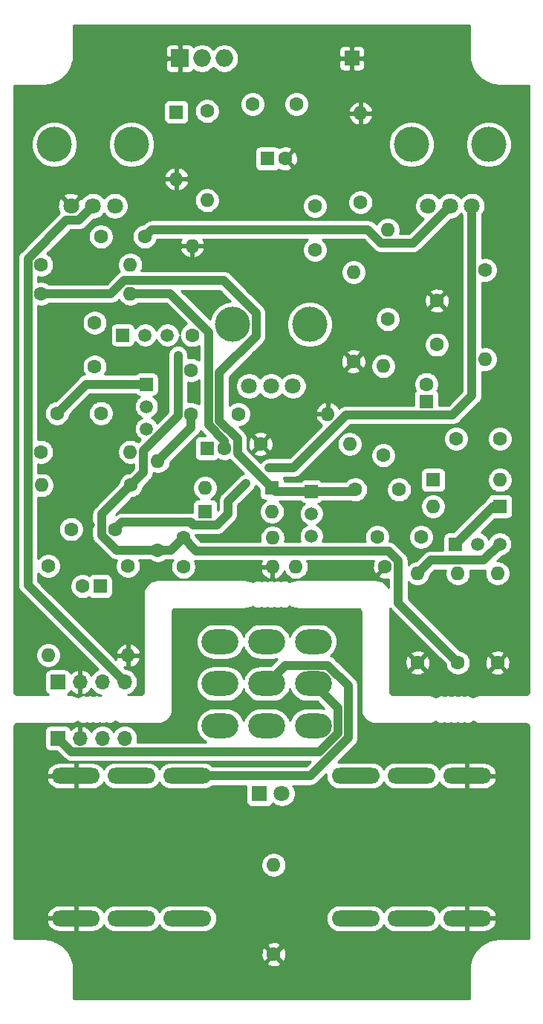
<source format=gbr>
G04 #@! TF.GenerationSoftware,KiCad,Pcbnew,5.1.9*
G04 #@! TF.CreationDate,2021-01-07T13:44:28+01:00*
G04 #@! TF.ProjectId,fuzzpedal,66757a7a-7065-4646-916c-2e6b69636164,rev?*
G04 #@! TF.SameCoordinates,Original*
G04 #@! TF.FileFunction,Copper,L2,Bot*
G04 #@! TF.FilePolarity,Positive*
%FSLAX46Y46*%
G04 Gerber Fmt 4.6, Leading zero omitted, Abs format (unit mm)*
G04 Created by KiCad (PCBNEW 5.1.9) date 2021-01-07 13:44:28*
%MOMM*%
%LPD*%
G01*
G04 APERTURE LIST*
G04 #@! TA.AperFunction,ComponentPad*
%ADD10O,5.500000X1.800000*%
G04 #@! TD*
G04 #@! TA.AperFunction,ComponentPad*
%ADD11O,4.200000X2.800000*%
G04 #@! TD*
G04 #@! TA.AperFunction,ComponentPad*
%ADD12O,2.000000X2.000000*%
G04 #@! TD*
G04 #@! TA.AperFunction,ComponentPad*
%ADD13R,2.000000X2.000000*%
G04 #@! TD*
G04 #@! TA.AperFunction,WasherPad*
%ADD14C,4.000000*%
G04 #@! TD*
G04 #@! TA.AperFunction,ComponentPad*
%ADD15C,1.800000*%
G04 #@! TD*
G04 #@! TA.AperFunction,ComponentPad*
%ADD16O,1.600000X1.600000*%
G04 #@! TD*
G04 #@! TA.AperFunction,ComponentPad*
%ADD17C,1.600000*%
G04 #@! TD*
G04 #@! TA.AperFunction,ComponentPad*
%ADD18R,1.600000X1.600000*%
G04 #@! TD*
G04 #@! TA.AperFunction,ComponentPad*
%ADD19R,1.800000X1.800000*%
G04 #@! TD*
G04 #@! TA.AperFunction,ComponentPad*
%ADD20R,1.500000X1.500000*%
G04 #@! TD*
G04 #@! TA.AperFunction,ComponentPad*
%ADD21C,1.500000*%
G04 #@! TD*
G04 #@! TA.AperFunction,ComponentPad*
%ADD22R,1.700000X1.700000*%
G04 #@! TD*
G04 #@! TA.AperFunction,ComponentPad*
%ADD23O,1.700000X1.700000*%
G04 #@! TD*
G04 #@! TA.AperFunction,ViaPad*
%ADD24C,0.800000*%
G04 #@! TD*
G04 #@! TA.AperFunction,Conductor*
%ADD25C,1.000000*%
G04 #@! TD*
G04 #@! TA.AperFunction,Conductor*
%ADD26C,0.254000*%
G04 #@! TD*
G04 #@! TA.AperFunction,Conductor*
%ADD27C,0.100000*%
G04 #@! TD*
G04 APERTURE END LIST*
D10*
X131200000Y-150615000D03*
X131200000Y-134385000D03*
X124850000Y-134385000D03*
X137550000Y-134385000D03*
X124850000Y-150615000D03*
X137550000Y-150615000D03*
X163100000Y-134385000D03*
X163100000Y-150615000D03*
X169450000Y-150615000D03*
X156750000Y-150615000D03*
X169450000Y-134385000D03*
X156750000Y-134385000D03*
D11*
X151900000Y-119100000D03*
X151900000Y-128700000D03*
X151900000Y-123900000D03*
X146600000Y-128700000D03*
X141300000Y-123900000D03*
X146600000Y-119100000D03*
X141300000Y-128700000D03*
X141300000Y-119100000D03*
X146600000Y-123900000D03*
D12*
X141780000Y-52700000D03*
X139240000Y-52700000D03*
D13*
X136700000Y-52700000D03*
D14*
X131200000Y-62500000D03*
X122400000Y-62500000D03*
D15*
X129300000Y-69500000D03*
X126800000Y-69500000D03*
X124300000Y-69500000D03*
D14*
X171900000Y-62500000D03*
X163100000Y-62500000D03*
D15*
X170000000Y-69500000D03*
X167500000Y-69500000D03*
X165000000Y-69500000D03*
D16*
X156500000Y-77040000D03*
D17*
X156500000Y-87200000D03*
X168200000Y-96000000D03*
X173200000Y-96000000D03*
X161700000Y-101800000D03*
X156700000Y-101800000D03*
D16*
X149940000Y-110600000D03*
D17*
X160100000Y-110600000D03*
X127000000Y-82800000D03*
X127000000Y-87800000D03*
X138000000Y-88200000D03*
X138000000Y-93200000D03*
X166000000Y-80300000D03*
X166000000Y-85300000D03*
X152100000Y-69500000D03*
X152100000Y-74500000D03*
X159200000Y-107200000D03*
X164200000Y-107200000D03*
X132700000Y-73000000D03*
X127700000Y-73000000D03*
X124300000Y-106300000D03*
X129300000Y-106300000D03*
X127700000Y-93100000D03*
X122700000Y-93100000D03*
D14*
X151500000Y-83000000D03*
X142700000Y-83000000D03*
D15*
X149600000Y-90000000D03*
X147100000Y-90000000D03*
X144600000Y-90000000D03*
D16*
X147400000Y-144540000D03*
D17*
X147400000Y-154700000D03*
D16*
X138100000Y-74040000D03*
D17*
X138100000Y-84200000D03*
D16*
X139800000Y-68860000D03*
D17*
X139800000Y-58700000D03*
D16*
X153560000Y-93200000D03*
D17*
X143400000Y-93200000D03*
D16*
X134200000Y-98540000D03*
D17*
X134200000Y-108700000D03*
D16*
X160400000Y-72240000D03*
D17*
X160400000Y-82400000D03*
D16*
X163800000Y-111340000D03*
D17*
X163800000Y-121500000D03*
D16*
X168400000Y-111340000D03*
D17*
X168400000Y-121500000D03*
D16*
X171500000Y-86960000D03*
D17*
X171500000Y-76800000D03*
D16*
X172900000Y-111340000D03*
D17*
X172900000Y-121500000D03*
D16*
X159900000Y-87740000D03*
D17*
X159900000Y-97900000D03*
D16*
X147260000Y-107300000D03*
D17*
X137100000Y-107300000D03*
D16*
X131060000Y-79500000D03*
D17*
X120900000Y-79500000D03*
D16*
X156060000Y-96600000D03*
D17*
X145900000Y-96600000D03*
D16*
X131060000Y-76200000D03*
D17*
X120900000Y-76200000D03*
D16*
X157300000Y-58940000D03*
D17*
X157300000Y-69100000D03*
D16*
X147260000Y-110600000D03*
D17*
X137100000Y-110600000D03*
D16*
X120940000Y-101300000D03*
D17*
X131100000Y-101300000D03*
D16*
X131060000Y-97500000D03*
D17*
X120900000Y-97500000D03*
D16*
X130800000Y-120660000D03*
D17*
X130800000Y-110500000D03*
D16*
X121700000Y-120660000D03*
D17*
X121700000Y-110500000D03*
D16*
X136300000Y-66420000D03*
D18*
X136300000Y-58800000D03*
D15*
X148340000Y-136400000D03*
D19*
X145800000Y-136400000D03*
D16*
X165580000Y-103700000D03*
D18*
X173200000Y-103700000D03*
D16*
X173200000Y-100700000D03*
D18*
X165580000Y-100700000D03*
D16*
X139580000Y-101600000D03*
D18*
X147200000Y-101600000D03*
D16*
X147220000Y-104300000D03*
D18*
X139600000Y-104300000D03*
D17*
X164800000Y-89800000D03*
D18*
X164800000Y-91800000D03*
D17*
X141800000Y-97100000D03*
D18*
X139800000Y-97100000D03*
D17*
X125600000Y-112800000D03*
D18*
X127600000Y-112800000D03*
X146700000Y-64100000D03*
D17*
X148700000Y-64100000D03*
X145000000Y-57900000D03*
X150000000Y-57900000D03*
D20*
X132900000Y-89800000D03*
D21*
X132900000Y-94880000D03*
X132900000Y-92340000D03*
X151700000Y-104540000D03*
X151700000Y-107080000D03*
D20*
X151700000Y-102000000D03*
X168100000Y-108000000D03*
D21*
X173180000Y-108000000D03*
X170640000Y-108000000D03*
X132740000Y-84200000D03*
X135280000Y-84200000D03*
D20*
X130200000Y-84200000D03*
D22*
X156300000Y-52700000D03*
X122800000Y-130100000D03*
D23*
X125340000Y-130100000D03*
X127880000Y-130100000D03*
X130420000Y-130100000D03*
X130420000Y-123700000D03*
X127880000Y-123700000D03*
X125340000Y-123700000D03*
D22*
X122800000Y-123700000D03*
D24*
X132100000Y-69500000D03*
X128700000Y-76500000D03*
X144100000Y-106100000D03*
X144100000Y-104800000D03*
X144100000Y-103500000D03*
X137600000Y-101400000D03*
X137600000Y-100100000D03*
X137600000Y-98700000D03*
X138000000Y-90500000D03*
X141300000Y-79500000D03*
X137900000Y-126000000D03*
X144100000Y-126000000D03*
X137900000Y-121200000D03*
X137900000Y-116600000D03*
X144000000Y-116300000D03*
X149400000Y-116400000D03*
X155400000Y-116600000D03*
X155800000Y-121500000D03*
X133900000Y-82800000D03*
X150200000Y-94200000D03*
X150200000Y-95500000D03*
X153600000Y-98300000D03*
X153600000Y-99500000D03*
X126600000Y-94700000D03*
X126600000Y-96800000D03*
X126600000Y-98800000D03*
X126600000Y-100800000D03*
X126600000Y-103000000D03*
X126600000Y-105800000D03*
X144200000Y-101100000D03*
X146900000Y-99300000D03*
X136500000Y-86500000D03*
D25*
X126000000Y-89800000D02*
X122700000Y-93100000D01*
X132900000Y-89800000D02*
X126000000Y-89800000D01*
X170000000Y-91100000D02*
X170000000Y-69500000D01*
X142199999Y-104560003D02*
X142199999Y-103100001D01*
X140960001Y-105800001D02*
X142199999Y-104560003D01*
X138239999Y-105800001D02*
X140960001Y-105800001D01*
X137939999Y-105500001D02*
X138239999Y-105800001D01*
X130099999Y-105500001D02*
X137939999Y-105500001D01*
X129300000Y-106300000D02*
X130099999Y-105500001D01*
X142199999Y-103100001D02*
X144200000Y-101100000D01*
X167799999Y-93300001D02*
X170000000Y-91100000D01*
X155680001Y-93300001D02*
X167799999Y-93300001D01*
X149680002Y-99300000D02*
X155680001Y-93300001D01*
X146900000Y-99300000D02*
X149680002Y-99300000D01*
X163259999Y-73740001D02*
X167500000Y-69500000D01*
X159679999Y-73740001D02*
X163259999Y-73740001D01*
X158139999Y-72200001D02*
X159679999Y-73740001D01*
X133499999Y-72200001D02*
X158139999Y-72200001D01*
X132700000Y-73000000D02*
X133499999Y-72200001D01*
X141800000Y-96239998D02*
X141800000Y-97100000D01*
X139999999Y-94439997D02*
X141800000Y-96239998D01*
X139999999Y-83879997D02*
X139999999Y-94439997D01*
X135620002Y-79500000D02*
X139999999Y-83879997D01*
X131060000Y-79500000D02*
X135620002Y-79500000D01*
X156500000Y-102000000D02*
X156700000Y-101800000D01*
X151700000Y-102000000D02*
X156500000Y-102000000D01*
X147600000Y-102000000D02*
X147200000Y-101600000D01*
X151700000Y-102000000D02*
X147600000Y-102000000D01*
X143300001Y-97700001D02*
X147200000Y-101600000D01*
X141200009Y-88495993D02*
X141200009Y-93942937D01*
X143300001Y-96042929D02*
X143300001Y-97700001D01*
X145400001Y-84296001D02*
X141200009Y-88495993D01*
X145400001Y-81703999D02*
X145400001Y-84296001D01*
X141200009Y-93942937D02*
X143300001Y-96042929D01*
X130339999Y-77999999D02*
X141696001Y-77999999D01*
X128839998Y-79500000D02*
X130339999Y-77999999D01*
X141696001Y-77999999D02*
X145400001Y-81703999D01*
X120900000Y-79500000D02*
X128839998Y-79500000D01*
X172400000Y-103700000D02*
X173200000Y-103700000D01*
X168100000Y-108000000D02*
X172400000Y-103700000D01*
X138000000Y-94740000D02*
X134200000Y-98540000D01*
X138000000Y-93200000D02*
X138000000Y-94740000D01*
X135700000Y-108700000D02*
X137100000Y-107300000D01*
X134200000Y-108700000D02*
X135700000Y-108700000D01*
X129479998Y-108700000D02*
X134200000Y-108700000D01*
X127799999Y-104600001D02*
X127799999Y-107020001D01*
X127799999Y-107020001D02*
X129479998Y-108700000D01*
X131100000Y-101300000D02*
X127799999Y-104600001D01*
X136500000Y-93426002D02*
X136500000Y-86500000D01*
X132560001Y-97366001D02*
X136500000Y-93426002D01*
X132560001Y-99839999D02*
X132560001Y-97366001D01*
X131100000Y-101300000D02*
X132560001Y-99839999D01*
X138600001Y-108800001D02*
X137100000Y-107300000D01*
X160520003Y-108800001D02*
X138600001Y-108800001D01*
X161600001Y-109879999D02*
X160520003Y-108800001D01*
X161600001Y-114700001D02*
X161600001Y-109879999D01*
X168400000Y-121500000D02*
X161600001Y-114700001D01*
X154700010Y-126700010D02*
X151900000Y-123900000D01*
X154700010Y-129569852D02*
X154700010Y-126700010D01*
X152619861Y-131650001D02*
X154700010Y-129569852D01*
X124350001Y-131650001D02*
X152619861Y-131650001D01*
X122800000Y-130100000D02*
X124350001Y-131650001D01*
X171340001Y-109839999D02*
X173180000Y-108000000D01*
X165300001Y-109839999D02*
X171340001Y-109839999D01*
X163800000Y-111340000D02*
X165300001Y-109839999D01*
X119399999Y-75479999D02*
X119399999Y-112679999D01*
X123779997Y-71100001D02*
X119399999Y-75479999D01*
X125199999Y-71100001D02*
X123779997Y-71100001D01*
X119399999Y-112679999D02*
X130420000Y-123700000D01*
X126800000Y-69500000D02*
X125199999Y-71100001D01*
X153587010Y-121799990D02*
X148700010Y-121799990D01*
X155900020Y-124113000D02*
X153587010Y-121799990D01*
X148700010Y-121799990D02*
X146600000Y-123900000D01*
X151581932Y-134385000D02*
X155900020Y-130066912D01*
X155900020Y-130066912D02*
X155900020Y-124113000D01*
X137550000Y-134385000D02*
X151581932Y-134385000D01*
D26*
X149228651Y-115111284D02*
X149236757Y-115115667D01*
X149409080Y-115207292D01*
X149464392Y-115230090D01*
X149519366Y-115253652D01*
X149528169Y-115256377D01*
X149715006Y-115312786D01*
X149773686Y-115324405D01*
X149832196Y-115336842D01*
X149841361Y-115337805D01*
X150035594Y-115356850D01*
X150035598Y-115356850D01*
X150067581Y-115360000D01*
X156967721Y-115360000D01*
X157065424Y-115369580D01*
X157128356Y-115388580D01*
X157186405Y-115419445D01*
X157237343Y-115460989D01*
X157279248Y-115511644D01*
X157310515Y-115569471D01*
X157329956Y-115632272D01*
X157340000Y-115727835D01*
X157340001Y-123367581D01*
X157340000Y-126832418D01*
X157342783Y-126860673D01*
X157342740Y-126866801D01*
X157343640Y-126875972D01*
X157364041Y-127070069D01*
X157376068Y-127128658D01*
X157387277Y-127187423D01*
X157389941Y-127196245D01*
X157447653Y-127382683D01*
X157470838Y-127437838D01*
X157493242Y-127493291D01*
X157497568Y-127501427D01*
X157590393Y-127673104D01*
X157623846Y-127722699D01*
X157656600Y-127772753D01*
X157662424Y-127779894D01*
X157786828Y-127930272D01*
X157829263Y-127972411D01*
X157871126Y-128015161D01*
X157878227Y-128021034D01*
X158029469Y-128144384D01*
X158079277Y-128177477D01*
X158128651Y-128211284D01*
X158136757Y-128215667D01*
X158309080Y-128307292D01*
X158364392Y-128330090D01*
X158419366Y-128353652D01*
X158428169Y-128356377D01*
X158615006Y-128412786D01*
X158673686Y-128424405D01*
X158732196Y-128436842D01*
X158741361Y-128437805D01*
X158935594Y-128456850D01*
X158935598Y-128456850D01*
X158967581Y-128460000D01*
X165032419Y-128460000D01*
X165065387Y-128456753D01*
X165078367Y-128456753D01*
X165087532Y-128455790D01*
X165281481Y-128434035D01*
X165339966Y-128421603D01*
X165398676Y-128409978D01*
X165407479Y-128407253D01*
X165593509Y-128348240D01*
X165648519Y-128324662D01*
X165703794Y-128301880D01*
X165711900Y-128297497D01*
X165882925Y-128203475D01*
X165894186Y-128195765D01*
X165935845Y-128237424D01*
X166080795Y-128334277D01*
X166241855Y-128400990D01*
X166412835Y-128435000D01*
X166587165Y-128435000D01*
X166758145Y-128400990D01*
X166875000Y-128352587D01*
X166991855Y-128400990D01*
X167162835Y-128435000D01*
X167337165Y-128435000D01*
X167508145Y-128400990D01*
X167625000Y-128352587D01*
X167741855Y-128400990D01*
X167912835Y-128435000D01*
X168087165Y-128435000D01*
X168258145Y-128400990D01*
X168375000Y-128352587D01*
X168491855Y-128400990D01*
X168662835Y-128435000D01*
X168837165Y-128435000D01*
X169008145Y-128400990D01*
X169125000Y-128352587D01*
X169241855Y-128400990D01*
X169412835Y-128435000D01*
X169587165Y-128435000D01*
X169758145Y-128400990D01*
X169919205Y-128334277D01*
X170064155Y-128237424D01*
X170105884Y-128195695D01*
X170128651Y-128211284D01*
X170136757Y-128215667D01*
X170309080Y-128307292D01*
X170364392Y-128330090D01*
X170419366Y-128353652D01*
X170428169Y-128356377D01*
X170615006Y-128412786D01*
X170673686Y-128424405D01*
X170732196Y-128436842D01*
X170741361Y-128437805D01*
X170935594Y-128456850D01*
X170935598Y-128456850D01*
X170967581Y-128460000D01*
X176117721Y-128460000D01*
X176215424Y-128469580D01*
X176278356Y-128488580D01*
X176336405Y-128519445D01*
X176387343Y-128560989D01*
X176429248Y-128611644D01*
X176460515Y-128669471D01*
X176479956Y-128732272D01*
X176490001Y-128827845D01*
X176490000Y-152940000D01*
X173117581Y-152940000D01*
X173088077Y-152942906D01*
X173070635Y-152942784D01*
X173061464Y-152943684D01*
X172517993Y-153000805D01*
X172459430Y-153012826D01*
X172400637Y-153024041D01*
X172391815Y-153026705D01*
X171869789Y-153188299D01*
X171814638Y-153211483D01*
X171759180Y-153233889D01*
X171751043Y-153238215D01*
X171270347Y-153498127D01*
X171220756Y-153531577D01*
X171170702Y-153564331D01*
X171163560Y-153570156D01*
X170742503Y-153918485D01*
X170700362Y-153960922D01*
X170657612Y-154002785D01*
X170651738Y-154009886D01*
X170306357Y-154433365D01*
X170273232Y-154483223D01*
X170239459Y-154532546D01*
X170235076Y-154540652D01*
X169978526Y-155023151D01*
X169955731Y-155078457D01*
X169932165Y-155133440D01*
X169929440Y-155142243D01*
X169771495Y-155665384D01*
X169759876Y-155724064D01*
X169747439Y-155782574D01*
X169746476Y-155791739D01*
X169693150Y-156335595D01*
X169693150Y-156335608D01*
X169690001Y-156367581D01*
X169690000Y-159740000D01*
X124610000Y-159740000D01*
X124610000Y-156367581D01*
X124607094Y-156338077D01*
X124607216Y-156320635D01*
X124606316Y-156311464D01*
X124549195Y-155767993D01*
X124537174Y-155709430D01*
X124533984Y-155692702D01*
X146586903Y-155692702D01*
X146658486Y-155936671D01*
X146913996Y-156057571D01*
X147188184Y-156126300D01*
X147470512Y-156140217D01*
X147750130Y-156098787D01*
X148016292Y-156003603D01*
X148141514Y-155936671D01*
X148213097Y-155692702D01*
X147400000Y-154879605D01*
X146586903Y-155692702D01*
X124533984Y-155692702D01*
X124525959Y-155650637D01*
X124523295Y-155641815D01*
X124361701Y-155119789D01*
X124338517Y-155064638D01*
X124316111Y-155009180D01*
X124311785Y-155001043D01*
X124187138Y-154770512D01*
X145959783Y-154770512D01*
X146001213Y-155050130D01*
X146096397Y-155316292D01*
X146163329Y-155441514D01*
X146407298Y-155513097D01*
X147220395Y-154700000D01*
X147579605Y-154700000D01*
X148392702Y-155513097D01*
X148636671Y-155441514D01*
X148757571Y-155186004D01*
X148826300Y-154911816D01*
X148840217Y-154629488D01*
X148798787Y-154349870D01*
X148703603Y-154083708D01*
X148636671Y-153958486D01*
X148392702Y-153886903D01*
X147579605Y-154700000D01*
X147220395Y-154700000D01*
X146407298Y-153886903D01*
X146163329Y-153958486D01*
X146042429Y-154213996D01*
X145973700Y-154488184D01*
X145959783Y-154770512D01*
X124187138Y-154770512D01*
X124051873Y-154520347D01*
X124018423Y-154470756D01*
X123985669Y-154420702D01*
X123979844Y-154413560D01*
X123631515Y-153992503D01*
X123589078Y-153950362D01*
X123547215Y-153907612D01*
X123540114Y-153901738D01*
X123301707Y-153707298D01*
X146586903Y-153707298D01*
X147400000Y-154520395D01*
X148213097Y-153707298D01*
X148141514Y-153463329D01*
X147886004Y-153342429D01*
X147611816Y-153273700D01*
X147329488Y-153259783D01*
X147049870Y-153301213D01*
X146783708Y-153396397D01*
X146658486Y-153463329D01*
X146586903Y-153707298D01*
X123301707Y-153707298D01*
X123116635Y-153556357D01*
X123066777Y-153523232D01*
X123017454Y-153489459D01*
X123009348Y-153485076D01*
X122526849Y-153228526D01*
X122471543Y-153205731D01*
X122416560Y-153182165D01*
X122407757Y-153179440D01*
X121884616Y-153021495D01*
X121825936Y-153009876D01*
X121767426Y-152997439D01*
X121758261Y-152996476D01*
X121214405Y-152943150D01*
X121214402Y-152943150D01*
X121182419Y-152940000D01*
X117810000Y-152940000D01*
X117810000Y-150979740D01*
X121508964Y-150979740D01*
X121533245Y-151085087D01*
X121653138Y-151362204D01*
X121824790Y-151610606D01*
X122041604Y-151820748D01*
X122295249Y-151984554D01*
X122575977Y-152095729D01*
X122873000Y-152150000D01*
X124723000Y-152150000D01*
X124723000Y-150742000D01*
X121629622Y-150742000D01*
X121508964Y-150979740D01*
X117810000Y-150979740D01*
X117810000Y-150250260D01*
X121508964Y-150250260D01*
X121629622Y-150488000D01*
X124723000Y-150488000D01*
X124723000Y-149080000D01*
X124977000Y-149080000D01*
X124977000Y-150488000D01*
X124997000Y-150488000D01*
X124997000Y-150742000D01*
X124977000Y-150742000D01*
X124977000Y-152150000D01*
X126827000Y-152150000D01*
X127124023Y-152095729D01*
X127404751Y-151984554D01*
X127658396Y-151820748D01*
X127875210Y-151610606D01*
X128025440Y-151393204D01*
X128067519Y-151471927D01*
X128259339Y-151705661D01*
X128493073Y-151897481D01*
X128759739Y-152040017D01*
X129049087Y-152127790D01*
X129274592Y-152150000D01*
X133125408Y-152150000D01*
X133350913Y-152127790D01*
X133640261Y-152040017D01*
X133906927Y-151897481D01*
X134140661Y-151705661D01*
X134332481Y-151471927D01*
X134375000Y-151392380D01*
X134417519Y-151471927D01*
X134609339Y-151705661D01*
X134843073Y-151897481D01*
X135109739Y-152040017D01*
X135399087Y-152127790D01*
X135624592Y-152150000D01*
X139475408Y-152150000D01*
X139700913Y-152127790D01*
X139990261Y-152040017D01*
X140256927Y-151897481D01*
X140490661Y-151705661D01*
X140682481Y-151471927D01*
X140825017Y-151205261D01*
X140912790Y-150915913D01*
X140942427Y-150615000D01*
X153357573Y-150615000D01*
X153387210Y-150915913D01*
X153474983Y-151205261D01*
X153617519Y-151471927D01*
X153809339Y-151705661D01*
X154043073Y-151897481D01*
X154309739Y-152040017D01*
X154599087Y-152127790D01*
X154824592Y-152150000D01*
X158675408Y-152150000D01*
X158900913Y-152127790D01*
X159190261Y-152040017D01*
X159456927Y-151897481D01*
X159690661Y-151705661D01*
X159882481Y-151471927D01*
X159925000Y-151392380D01*
X159967519Y-151471927D01*
X160159339Y-151705661D01*
X160393073Y-151897481D01*
X160659739Y-152040017D01*
X160949087Y-152127790D01*
X161174592Y-152150000D01*
X165025408Y-152150000D01*
X165250913Y-152127790D01*
X165540261Y-152040017D01*
X165806927Y-151897481D01*
X166040661Y-151705661D01*
X166232481Y-151471927D01*
X166274560Y-151393204D01*
X166424790Y-151610606D01*
X166641604Y-151820748D01*
X166895249Y-151984554D01*
X167175977Y-152095729D01*
X167473000Y-152150000D01*
X169323000Y-152150000D01*
X169323000Y-150742000D01*
X169577000Y-150742000D01*
X169577000Y-152150000D01*
X171427000Y-152150000D01*
X171724023Y-152095729D01*
X172004751Y-151984554D01*
X172258396Y-151820748D01*
X172475210Y-151610606D01*
X172646862Y-151362204D01*
X172766755Y-151085087D01*
X172791036Y-150979740D01*
X172670378Y-150742000D01*
X169577000Y-150742000D01*
X169323000Y-150742000D01*
X169303000Y-150742000D01*
X169303000Y-150488000D01*
X169323000Y-150488000D01*
X169323000Y-149080000D01*
X169577000Y-149080000D01*
X169577000Y-150488000D01*
X172670378Y-150488000D01*
X172791036Y-150250260D01*
X172766755Y-150144913D01*
X172646862Y-149867796D01*
X172475210Y-149619394D01*
X172258396Y-149409252D01*
X172004751Y-149245446D01*
X171724023Y-149134271D01*
X171427000Y-149080000D01*
X169577000Y-149080000D01*
X169323000Y-149080000D01*
X167473000Y-149080000D01*
X167175977Y-149134271D01*
X166895249Y-149245446D01*
X166641604Y-149409252D01*
X166424790Y-149619394D01*
X166274560Y-149836796D01*
X166232481Y-149758073D01*
X166040661Y-149524339D01*
X165806927Y-149332519D01*
X165540261Y-149189983D01*
X165250913Y-149102210D01*
X165025408Y-149080000D01*
X161174592Y-149080000D01*
X160949087Y-149102210D01*
X160659739Y-149189983D01*
X160393073Y-149332519D01*
X160159339Y-149524339D01*
X159967519Y-149758073D01*
X159925000Y-149837620D01*
X159882481Y-149758073D01*
X159690661Y-149524339D01*
X159456927Y-149332519D01*
X159190261Y-149189983D01*
X158900913Y-149102210D01*
X158675408Y-149080000D01*
X154824592Y-149080000D01*
X154599087Y-149102210D01*
X154309739Y-149189983D01*
X154043073Y-149332519D01*
X153809339Y-149524339D01*
X153617519Y-149758073D01*
X153474983Y-150024739D01*
X153387210Y-150314087D01*
X153357573Y-150615000D01*
X140942427Y-150615000D01*
X140912790Y-150314087D01*
X140825017Y-150024739D01*
X140682481Y-149758073D01*
X140490661Y-149524339D01*
X140256927Y-149332519D01*
X139990261Y-149189983D01*
X139700913Y-149102210D01*
X139475408Y-149080000D01*
X135624592Y-149080000D01*
X135399087Y-149102210D01*
X135109739Y-149189983D01*
X134843073Y-149332519D01*
X134609339Y-149524339D01*
X134417519Y-149758073D01*
X134375000Y-149837620D01*
X134332481Y-149758073D01*
X134140661Y-149524339D01*
X133906927Y-149332519D01*
X133640261Y-149189983D01*
X133350913Y-149102210D01*
X133125408Y-149080000D01*
X129274592Y-149080000D01*
X129049087Y-149102210D01*
X128759739Y-149189983D01*
X128493073Y-149332519D01*
X128259339Y-149524339D01*
X128067519Y-149758073D01*
X128025440Y-149836796D01*
X127875210Y-149619394D01*
X127658396Y-149409252D01*
X127404751Y-149245446D01*
X127124023Y-149134271D01*
X126827000Y-149080000D01*
X124977000Y-149080000D01*
X124723000Y-149080000D01*
X122873000Y-149080000D01*
X122575977Y-149134271D01*
X122295249Y-149245446D01*
X122041604Y-149409252D01*
X121824790Y-149619394D01*
X121653138Y-149867796D01*
X121533245Y-150144913D01*
X121508964Y-150250260D01*
X117810000Y-150250260D01*
X117810000Y-144398665D01*
X145965000Y-144398665D01*
X145965000Y-144681335D01*
X146020147Y-144958574D01*
X146128320Y-145219727D01*
X146285363Y-145454759D01*
X146485241Y-145654637D01*
X146720273Y-145811680D01*
X146981426Y-145919853D01*
X147258665Y-145975000D01*
X147541335Y-145975000D01*
X147818574Y-145919853D01*
X148079727Y-145811680D01*
X148314759Y-145654637D01*
X148514637Y-145454759D01*
X148671680Y-145219727D01*
X148779853Y-144958574D01*
X148835000Y-144681335D01*
X148835000Y-144398665D01*
X148779853Y-144121426D01*
X148671680Y-143860273D01*
X148514637Y-143625241D01*
X148314759Y-143425363D01*
X148079727Y-143268320D01*
X147818574Y-143160147D01*
X147541335Y-143105000D01*
X147258665Y-143105000D01*
X146981426Y-143160147D01*
X146720273Y-143268320D01*
X146485241Y-143425363D01*
X146285363Y-143625241D01*
X146128320Y-143860273D01*
X146020147Y-144121426D01*
X145965000Y-144398665D01*
X117810000Y-144398665D01*
X117810000Y-134749740D01*
X121508964Y-134749740D01*
X121533245Y-134855087D01*
X121653138Y-135132204D01*
X121824790Y-135380606D01*
X122041604Y-135590748D01*
X122295249Y-135754554D01*
X122575977Y-135865729D01*
X122873000Y-135920000D01*
X124723000Y-135920000D01*
X124723000Y-134512000D01*
X121629622Y-134512000D01*
X121508964Y-134749740D01*
X117810000Y-134749740D01*
X117810000Y-134020260D01*
X121508964Y-134020260D01*
X121629622Y-134258000D01*
X124723000Y-134258000D01*
X124723000Y-132850000D01*
X122873000Y-132850000D01*
X122575977Y-132904271D01*
X122295249Y-133015446D01*
X122041604Y-133179252D01*
X121824790Y-133389394D01*
X121653138Y-133637796D01*
X121533245Y-133914913D01*
X121508964Y-134020260D01*
X117810000Y-134020260D01*
X117810000Y-129250000D01*
X121311928Y-129250000D01*
X121311928Y-130950000D01*
X121324188Y-131074482D01*
X121360498Y-131194180D01*
X121419463Y-131304494D01*
X121498815Y-131401185D01*
X121595506Y-131480537D01*
X121705820Y-131539502D01*
X121825518Y-131575812D01*
X121950000Y-131588072D01*
X122682941Y-131588072D01*
X123508010Y-132413141D01*
X123543552Y-132456450D01*
X123716378Y-132598285D01*
X123913554Y-132703677D01*
X124127502Y-132768578D01*
X124294249Y-132785001D01*
X124294258Y-132785001D01*
X124350000Y-132790491D01*
X124405742Y-132785001D01*
X151576800Y-132785001D01*
X151111801Y-133250000D01*
X140436634Y-133250000D01*
X140256927Y-133102519D01*
X139990261Y-132959983D01*
X139700913Y-132872210D01*
X139475408Y-132850000D01*
X135624592Y-132850000D01*
X135399087Y-132872210D01*
X135109739Y-132959983D01*
X134843073Y-133102519D01*
X134609339Y-133294339D01*
X134417519Y-133528073D01*
X134375000Y-133607620D01*
X134332481Y-133528073D01*
X134140661Y-133294339D01*
X133906927Y-133102519D01*
X133640261Y-132959983D01*
X133350913Y-132872210D01*
X133125408Y-132850000D01*
X129274592Y-132850000D01*
X129049087Y-132872210D01*
X128759739Y-132959983D01*
X128493073Y-133102519D01*
X128259339Y-133294339D01*
X128067519Y-133528073D01*
X128025440Y-133606796D01*
X127875210Y-133389394D01*
X127658396Y-133179252D01*
X127404751Y-133015446D01*
X127124023Y-132904271D01*
X126827000Y-132850000D01*
X124977000Y-132850000D01*
X124977000Y-134258000D01*
X124997000Y-134258000D01*
X124997000Y-134512000D01*
X124977000Y-134512000D01*
X124977000Y-135920000D01*
X126827000Y-135920000D01*
X127124023Y-135865729D01*
X127404751Y-135754554D01*
X127658396Y-135590748D01*
X127875210Y-135380606D01*
X128025440Y-135163204D01*
X128067519Y-135241927D01*
X128259339Y-135475661D01*
X128493073Y-135667481D01*
X128759739Y-135810017D01*
X129049087Y-135897790D01*
X129274592Y-135920000D01*
X133125408Y-135920000D01*
X133350913Y-135897790D01*
X133640261Y-135810017D01*
X133906927Y-135667481D01*
X134140661Y-135475661D01*
X134332481Y-135241927D01*
X134375000Y-135162380D01*
X134417519Y-135241927D01*
X134609339Y-135475661D01*
X134843073Y-135667481D01*
X135109739Y-135810017D01*
X135399087Y-135897790D01*
X135624592Y-135920000D01*
X139475408Y-135920000D01*
X139700913Y-135897790D01*
X139990261Y-135810017D01*
X140256927Y-135667481D01*
X140436634Y-135520000D01*
X144261928Y-135520000D01*
X144261928Y-137300000D01*
X144274188Y-137424482D01*
X144310498Y-137544180D01*
X144369463Y-137654494D01*
X144448815Y-137751185D01*
X144545506Y-137830537D01*
X144655820Y-137889502D01*
X144775518Y-137925812D01*
X144900000Y-137938072D01*
X146700000Y-137938072D01*
X146824482Y-137925812D01*
X146944180Y-137889502D01*
X147054494Y-137830537D01*
X147151185Y-137751185D01*
X147230537Y-137654494D01*
X147289502Y-137544180D01*
X147295056Y-137525873D01*
X147361495Y-137592312D01*
X147612905Y-137760299D01*
X147892257Y-137876011D01*
X148188816Y-137935000D01*
X148491184Y-137935000D01*
X148787743Y-137876011D01*
X149067095Y-137760299D01*
X149318505Y-137592312D01*
X149532312Y-137378505D01*
X149700299Y-137127095D01*
X149816011Y-136847743D01*
X149875000Y-136551184D01*
X149875000Y-136248816D01*
X149816011Y-135952257D01*
X149700299Y-135672905D01*
X149598131Y-135520000D01*
X151526181Y-135520000D01*
X151581932Y-135525491D01*
X151637683Y-135520000D01*
X151637684Y-135520000D01*
X151804431Y-135503577D01*
X152018379Y-135438676D01*
X152215555Y-135333284D01*
X152388381Y-135191449D01*
X152423928Y-135148135D01*
X153376201Y-134195862D01*
X153357573Y-134385000D01*
X153387210Y-134685913D01*
X153474983Y-134975261D01*
X153617519Y-135241927D01*
X153809339Y-135475661D01*
X154043073Y-135667481D01*
X154309739Y-135810017D01*
X154599087Y-135897790D01*
X154824592Y-135920000D01*
X158675408Y-135920000D01*
X158900913Y-135897790D01*
X159190261Y-135810017D01*
X159456927Y-135667481D01*
X159690661Y-135475661D01*
X159882481Y-135241927D01*
X159925000Y-135162380D01*
X159967519Y-135241927D01*
X160159339Y-135475661D01*
X160393073Y-135667481D01*
X160659739Y-135810017D01*
X160949087Y-135897790D01*
X161174592Y-135920000D01*
X165025408Y-135920000D01*
X165250913Y-135897790D01*
X165540261Y-135810017D01*
X165806927Y-135667481D01*
X166040661Y-135475661D01*
X166232481Y-135241927D01*
X166274560Y-135163204D01*
X166424790Y-135380606D01*
X166641604Y-135590748D01*
X166895249Y-135754554D01*
X167175977Y-135865729D01*
X167473000Y-135920000D01*
X169323000Y-135920000D01*
X169323000Y-134512000D01*
X169577000Y-134512000D01*
X169577000Y-135920000D01*
X171427000Y-135920000D01*
X171724023Y-135865729D01*
X172004751Y-135754554D01*
X172258396Y-135590748D01*
X172475210Y-135380606D01*
X172646862Y-135132204D01*
X172766755Y-134855087D01*
X172791036Y-134749740D01*
X172670378Y-134512000D01*
X169577000Y-134512000D01*
X169323000Y-134512000D01*
X169303000Y-134512000D01*
X169303000Y-134258000D01*
X169323000Y-134258000D01*
X169323000Y-132850000D01*
X169577000Y-132850000D01*
X169577000Y-134258000D01*
X172670378Y-134258000D01*
X172791036Y-134020260D01*
X172766755Y-133914913D01*
X172646862Y-133637796D01*
X172475210Y-133389394D01*
X172258396Y-133179252D01*
X172004751Y-133015446D01*
X171724023Y-132904271D01*
X171427000Y-132850000D01*
X169577000Y-132850000D01*
X169323000Y-132850000D01*
X167473000Y-132850000D01*
X167175977Y-132904271D01*
X166895249Y-133015446D01*
X166641604Y-133179252D01*
X166424790Y-133389394D01*
X166274560Y-133606796D01*
X166232481Y-133528073D01*
X166040661Y-133294339D01*
X165806927Y-133102519D01*
X165540261Y-132959983D01*
X165250913Y-132872210D01*
X165025408Y-132850000D01*
X161174592Y-132850000D01*
X160949087Y-132872210D01*
X160659739Y-132959983D01*
X160393073Y-133102519D01*
X160159339Y-133294339D01*
X159967519Y-133528073D01*
X159925000Y-133607620D01*
X159882481Y-133528073D01*
X159690661Y-133294339D01*
X159456927Y-133102519D01*
X159190261Y-132959983D01*
X158900913Y-132872210D01*
X158675408Y-132850000D01*
X154824592Y-132850000D01*
X154710863Y-132861201D01*
X156663166Y-130908899D01*
X156706469Y-130873361D01*
X156848304Y-130700535D01*
X156953696Y-130503359D01*
X157018597Y-130289411D01*
X157035020Y-130122664D01*
X157035020Y-130122663D01*
X157040511Y-130066912D01*
X157035020Y-130011160D01*
X157035020Y-124168751D01*
X157040511Y-124112999D01*
X157018597Y-123890500D01*
X156999334Y-123827000D01*
X156953696Y-123676553D01*
X156848304Y-123479377D01*
X156706469Y-123306551D01*
X156663161Y-123271009D01*
X154429006Y-121036855D01*
X154393459Y-120993541D01*
X154220633Y-120851706D01*
X154023457Y-120746314D01*
X153861583Y-120697210D01*
X154045924Y-120545924D01*
X154300227Y-120236056D01*
X154489191Y-119882529D01*
X154605555Y-119498930D01*
X154644846Y-119100000D01*
X154605555Y-118701070D01*
X154489191Y-118317471D01*
X154300227Y-117963944D01*
X154045924Y-117654076D01*
X153736056Y-117399773D01*
X153382529Y-117210809D01*
X152998930Y-117094445D01*
X152699969Y-117065000D01*
X151100031Y-117065000D01*
X150801070Y-117094445D01*
X150417471Y-117210809D01*
X150063944Y-117399773D01*
X149754076Y-117654076D01*
X149499773Y-117963944D01*
X149310809Y-118317471D01*
X149250000Y-118517931D01*
X149189191Y-118317471D01*
X149000227Y-117963944D01*
X148745924Y-117654076D01*
X148436056Y-117399773D01*
X148082529Y-117210809D01*
X147698930Y-117094445D01*
X147399969Y-117065000D01*
X145800031Y-117065000D01*
X145501070Y-117094445D01*
X145117471Y-117210809D01*
X144763944Y-117399773D01*
X144454076Y-117654076D01*
X144199773Y-117963944D01*
X144010809Y-118317471D01*
X143950000Y-118517931D01*
X143889191Y-118317471D01*
X143700227Y-117963944D01*
X143445924Y-117654076D01*
X143136056Y-117399773D01*
X142782529Y-117210809D01*
X142398930Y-117094445D01*
X142099969Y-117065000D01*
X140500031Y-117065000D01*
X140201070Y-117094445D01*
X139817471Y-117210809D01*
X139463944Y-117399773D01*
X139154076Y-117654076D01*
X138899773Y-117963944D01*
X138710809Y-118317471D01*
X138594445Y-118701070D01*
X138555154Y-119100000D01*
X138594445Y-119498930D01*
X138710809Y-119882529D01*
X138899773Y-120236056D01*
X139154076Y-120545924D01*
X139463944Y-120800227D01*
X139817471Y-120989191D01*
X140201070Y-121105555D01*
X140500031Y-121135000D01*
X142099969Y-121135000D01*
X142398930Y-121105555D01*
X142782529Y-120989191D01*
X143136056Y-120800227D01*
X143445924Y-120545924D01*
X143700227Y-120236056D01*
X143889191Y-119882529D01*
X143950000Y-119682069D01*
X144010809Y-119882529D01*
X144199773Y-120236056D01*
X144454076Y-120545924D01*
X144763944Y-120800227D01*
X145117471Y-120989191D01*
X145501070Y-121105555D01*
X145800031Y-121135000D01*
X147399969Y-121135000D01*
X147698930Y-121105555D01*
X147828668Y-121066199D01*
X147029868Y-121865000D01*
X145800031Y-121865000D01*
X145501070Y-121894445D01*
X145117471Y-122010809D01*
X144763944Y-122199773D01*
X144454076Y-122454076D01*
X144199773Y-122763944D01*
X144010809Y-123117471D01*
X143950000Y-123317931D01*
X143889191Y-123117471D01*
X143700227Y-122763944D01*
X143445924Y-122454076D01*
X143136056Y-122199773D01*
X142782529Y-122010809D01*
X142398930Y-121894445D01*
X142099969Y-121865000D01*
X140500031Y-121865000D01*
X140201070Y-121894445D01*
X139817471Y-122010809D01*
X139463944Y-122199773D01*
X139154076Y-122454076D01*
X138899773Y-122763944D01*
X138710809Y-123117471D01*
X138594445Y-123501070D01*
X138555154Y-123900000D01*
X138594445Y-124298930D01*
X138710809Y-124682529D01*
X138899773Y-125036056D01*
X139154076Y-125345924D01*
X139463944Y-125600227D01*
X139817471Y-125789191D01*
X140201070Y-125905555D01*
X140500031Y-125935000D01*
X142099969Y-125935000D01*
X142398930Y-125905555D01*
X142782529Y-125789191D01*
X143136056Y-125600227D01*
X143445924Y-125345924D01*
X143700227Y-125036056D01*
X143889191Y-124682529D01*
X143950000Y-124482069D01*
X144010809Y-124682529D01*
X144199773Y-125036056D01*
X144454076Y-125345924D01*
X144763944Y-125600227D01*
X145117471Y-125789191D01*
X145501070Y-125905555D01*
X145800031Y-125935000D01*
X147399969Y-125935000D01*
X147698930Y-125905555D01*
X148082529Y-125789191D01*
X148436056Y-125600227D01*
X148745924Y-125345924D01*
X149000227Y-125036056D01*
X149189191Y-124682529D01*
X149250000Y-124482069D01*
X149310809Y-124682529D01*
X149499773Y-125036056D01*
X149754076Y-125345924D01*
X150063944Y-125600227D01*
X150417471Y-125789191D01*
X150801070Y-125905555D01*
X151100031Y-125935000D01*
X152329869Y-125935000D01*
X153128670Y-126733801D01*
X152998930Y-126694445D01*
X152699969Y-126665000D01*
X151100031Y-126665000D01*
X150801070Y-126694445D01*
X150417471Y-126810809D01*
X150063944Y-126999773D01*
X149754076Y-127254076D01*
X149499773Y-127563944D01*
X149310809Y-127917471D01*
X149250000Y-128117931D01*
X149189191Y-127917471D01*
X149000227Y-127563944D01*
X148745924Y-127254076D01*
X148436056Y-126999773D01*
X148082529Y-126810809D01*
X147698930Y-126694445D01*
X147399969Y-126665000D01*
X145800031Y-126665000D01*
X145501070Y-126694445D01*
X145117471Y-126810809D01*
X144763944Y-126999773D01*
X144454076Y-127254076D01*
X144199773Y-127563944D01*
X144010809Y-127917471D01*
X143950000Y-128117931D01*
X143889191Y-127917471D01*
X143700227Y-127563944D01*
X143445924Y-127254076D01*
X143136056Y-126999773D01*
X142782529Y-126810809D01*
X142398930Y-126694445D01*
X142099969Y-126665000D01*
X140500031Y-126665000D01*
X140201070Y-126694445D01*
X139817471Y-126810809D01*
X139463944Y-126999773D01*
X139154076Y-127254076D01*
X138899773Y-127563944D01*
X138710809Y-127917471D01*
X138594445Y-128301070D01*
X138555154Y-128700000D01*
X138594445Y-129098930D01*
X138710809Y-129482529D01*
X138899773Y-129836056D01*
X139154076Y-130145924D01*
X139463944Y-130400227D01*
X139678671Y-130515001D01*
X131851544Y-130515001D01*
X131905000Y-130246260D01*
X131905000Y-129953740D01*
X131847932Y-129666842D01*
X131735990Y-129396589D01*
X131573475Y-129153368D01*
X131366632Y-128946525D01*
X131123411Y-128784010D01*
X130853158Y-128672068D01*
X130566260Y-128615000D01*
X130273740Y-128615000D01*
X129986842Y-128672068D01*
X129716589Y-128784010D01*
X129473368Y-128946525D01*
X129266525Y-129153368D01*
X129150000Y-129327760D01*
X129033475Y-129153368D01*
X128826632Y-128946525D01*
X128583411Y-128784010D01*
X128313158Y-128672068D01*
X128026260Y-128615000D01*
X127733740Y-128615000D01*
X127446842Y-128672068D01*
X127176589Y-128784010D01*
X126933368Y-128946525D01*
X126726525Y-129153368D01*
X126604805Y-129335534D01*
X126535178Y-129218645D01*
X126340269Y-129002412D01*
X126106920Y-128828359D01*
X125844099Y-128703175D01*
X125696890Y-128658524D01*
X125467000Y-128779845D01*
X125467000Y-129973000D01*
X125487000Y-129973000D01*
X125487000Y-130227000D01*
X125467000Y-130227000D01*
X125467000Y-130247000D01*
X125213000Y-130247000D01*
X125213000Y-130227000D01*
X125193000Y-130227000D01*
X125193000Y-129973000D01*
X125213000Y-129973000D01*
X125213000Y-128779845D01*
X124983110Y-128658524D01*
X124835901Y-128703175D01*
X124573080Y-128828359D01*
X124339731Y-129002412D01*
X124263966Y-129086466D01*
X124239502Y-129005820D01*
X124180537Y-128895506D01*
X124101185Y-128798815D01*
X124004494Y-128719463D01*
X123894180Y-128660498D01*
X123774482Y-128624188D01*
X123650000Y-128611928D01*
X121950000Y-128611928D01*
X121825518Y-128624188D01*
X121705820Y-128660498D01*
X121595506Y-128719463D01*
X121498815Y-128798815D01*
X121419463Y-128895506D01*
X121360498Y-129005820D01*
X121324188Y-129125518D01*
X121311928Y-129250000D01*
X117810000Y-129250000D01*
X117810000Y-128832279D01*
X117819580Y-128734576D01*
X117838580Y-128671644D01*
X117869445Y-128613595D01*
X117910989Y-128562657D01*
X117961644Y-128520752D01*
X118019471Y-128489485D01*
X118082272Y-128470044D01*
X118177835Y-128460000D01*
X124232419Y-128460000D01*
X124265387Y-128456753D01*
X124278367Y-128456753D01*
X124287532Y-128455790D01*
X124481481Y-128434035D01*
X124539966Y-128421603D01*
X124598676Y-128409978D01*
X124607479Y-128407253D01*
X124793509Y-128348240D01*
X124848519Y-128324662D01*
X124903794Y-128301880D01*
X124911900Y-128297497D01*
X125082925Y-128203475D01*
X125094186Y-128195765D01*
X125135845Y-128237424D01*
X125280795Y-128334277D01*
X125441855Y-128400990D01*
X125612835Y-128435000D01*
X125787165Y-128435000D01*
X125958145Y-128400990D01*
X126075000Y-128352587D01*
X126191855Y-128400990D01*
X126362835Y-128435000D01*
X126537165Y-128435000D01*
X126708145Y-128400990D01*
X126825000Y-128352587D01*
X126941855Y-128400990D01*
X127112835Y-128435000D01*
X127287165Y-128435000D01*
X127458145Y-128400990D01*
X127575000Y-128352587D01*
X127691855Y-128400990D01*
X127862835Y-128435000D01*
X128037165Y-128435000D01*
X128208145Y-128400990D01*
X128325000Y-128352587D01*
X128441855Y-128400990D01*
X128612835Y-128435000D01*
X128787165Y-128435000D01*
X128958145Y-128400990D01*
X129119205Y-128334277D01*
X129264155Y-128237424D01*
X129305884Y-128195695D01*
X129328651Y-128211284D01*
X129336757Y-128215667D01*
X129509080Y-128307292D01*
X129564392Y-128330090D01*
X129619366Y-128353652D01*
X129628169Y-128356377D01*
X129815006Y-128412786D01*
X129873686Y-128424405D01*
X129932196Y-128436842D01*
X129941361Y-128437805D01*
X130135594Y-128456850D01*
X130135598Y-128456850D01*
X130167581Y-128460000D01*
X134232419Y-128460000D01*
X134260674Y-128457217D01*
X134266801Y-128457260D01*
X134275972Y-128456360D01*
X134470069Y-128435959D01*
X134528658Y-128423932D01*
X134587423Y-128412723D01*
X134596245Y-128410059D01*
X134782683Y-128352347D01*
X134837838Y-128329162D01*
X134893291Y-128306758D01*
X134901427Y-128302432D01*
X135073104Y-128209607D01*
X135122699Y-128176154D01*
X135172753Y-128143400D01*
X135179894Y-128137576D01*
X135330272Y-128013172D01*
X135372411Y-127970737D01*
X135415161Y-127928874D01*
X135421034Y-127921773D01*
X135544384Y-127770531D01*
X135577477Y-127720723D01*
X135611284Y-127671349D01*
X135615667Y-127663243D01*
X135707292Y-127490920D01*
X135730090Y-127435608D01*
X135753652Y-127380634D01*
X135756377Y-127371831D01*
X135812786Y-127184994D01*
X135824405Y-127126314D01*
X135836842Y-127067804D01*
X135837805Y-127058639D01*
X135856850Y-126864406D01*
X135856850Y-126864402D01*
X135860000Y-126832419D01*
X135860000Y-115732279D01*
X135869580Y-115634576D01*
X135888580Y-115571644D01*
X135919445Y-115513595D01*
X135960989Y-115462657D01*
X136011644Y-115420752D01*
X136069471Y-115389485D01*
X136132272Y-115370044D01*
X136227835Y-115360000D01*
X144132419Y-115360000D01*
X144165387Y-115356753D01*
X144178367Y-115356753D01*
X144187532Y-115355790D01*
X144381481Y-115334035D01*
X144439966Y-115321603D01*
X144498676Y-115309978D01*
X144507479Y-115307253D01*
X144693509Y-115248240D01*
X144748519Y-115224662D01*
X144803794Y-115201880D01*
X144811900Y-115197497D01*
X144982925Y-115103475D01*
X144994186Y-115095765D01*
X145035845Y-115137424D01*
X145180795Y-115234277D01*
X145341855Y-115300990D01*
X145512835Y-115335000D01*
X145687165Y-115335000D01*
X145858145Y-115300990D01*
X145975000Y-115252587D01*
X146091855Y-115300990D01*
X146262835Y-115335000D01*
X146437165Y-115335000D01*
X146608145Y-115300990D01*
X146725000Y-115252587D01*
X146841855Y-115300990D01*
X147012835Y-115335000D01*
X147187165Y-115335000D01*
X147358145Y-115300990D01*
X147475000Y-115252587D01*
X147591855Y-115300990D01*
X147762835Y-115335000D01*
X147937165Y-115335000D01*
X148108145Y-115300990D01*
X148225000Y-115252587D01*
X148341855Y-115300990D01*
X148512835Y-115335000D01*
X148687165Y-115335000D01*
X148858145Y-115300990D01*
X149019205Y-115234277D01*
X149164155Y-115137424D01*
X149205884Y-115095695D01*
X149228651Y-115111284D01*
G04 #@! TA.AperFunction,Conductor*
D27*
G36*
X149228651Y-115111284D02*
G01*
X149236757Y-115115667D01*
X149409080Y-115207292D01*
X149464392Y-115230090D01*
X149519366Y-115253652D01*
X149528169Y-115256377D01*
X149715006Y-115312786D01*
X149773686Y-115324405D01*
X149832196Y-115336842D01*
X149841361Y-115337805D01*
X150035594Y-115356850D01*
X150035598Y-115356850D01*
X150067581Y-115360000D01*
X156967721Y-115360000D01*
X157065424Y-115369580D01*
X157128356Y-115388580D01*
X157186405Y-115419445D01*
X157237343Y-115460989D01*
X157279248Y-115511644D01*
X157310515Y-115569471D01*
X157329956Y-115632272D01*
X157340000Y-115727835D01*
X157340001Y-123367581D01*
X157340000Y-126832418D01*
X157342783Y-126860673D01*
X157342740Y-126866801D01*
X157343640Y-126875972D01*
X157364041Y-127070069D01*
X157376068Y-127128658D01*
X157387277Y-127187423D01*
X157389941Y-127196245D01*
X157447653Y-127382683D01*
X157470838Y-127437838D01*
X157493242Y-127493291D01*
X157497568Y-127501427D01*
X157590393Y-127673104D01*
X157623846Y-127722699D01*
X157656600Y-127772753D01*
X157662424Y-127779894D01*
X157786828Y-127930272D01*
X157829263Y-127972411D01*
X157871126Y-128015161D01*
X157878227Y-128021034D01*
X158029469Y-128144384D01*
X158079277Y-128177477D01*
X158128651Y-128211284D01*
X158136757Y-128215667D01*
X158309080Y-128307292D01*
X158364392Y-128330090D01*
X158419366Y-128353652D01*
X158428169Y-128356377D01*
X158615006Y-128412786D01*
X158673686Y-128424405D01*
X158732196Y-128436842D01*
X158741361Y-128437805D01*
X158935594Y-128456850D01*
X158935598Y-128456850D01*
X158967581Y-128460000D01*
X165032419Y-128460000D01*
X165065387Y-128456753D01*
X165078367Y-128456753D01*
X165087532Y-128455790D01*
X165281481Y-128434035D01*
X165339966Y-128421603D01*
X165398676Y-128409978D01*
X165407479Y-128407253D01*
X165593509Y-128348240D01*
X165648519Y-128324662D01*
X165703794Y-128301880D01*
X165711900Y-128297497D01*
X165882925Y-128203475D01*
X165894186Y-128195765D01*
X165935845Y-128237424D01*
X166080795Y-128334277D01*
X166241855Y-128400990D01*
X166412835Y-128435000D01*
X166587165Y-128435000D01*
X166758145Y-128400990D01*
X166875000Y-128352587D01*
X166991855Y-128400990D01*
X167162835Y-128435000D01*
X167337165Y-128435000D01*
X167508145Y-128400990D01*
X167625000Y-128352587D01*
X167741855Y-128400990D01*
X167912835Y-128435000D01*
X168087165Y-128435000D01*
X168258145Y-128400990D01*
X168375000Y-128352587D01*
X168491855Y-128400990D01*
X168662835Y-128435000D01*
X168837165Y-128435000D01*
X169008145Y-128400990D01*
X169125000Y-128352587D01*
X169241855Y-128400990D01*
X169412835Y-128435000D01*
X169587165Y-128435000D01*
X169758145Y-128400990D01*
X169919205Y-128334277D01*
X170064155Y-128237424D01*
X170105884Y-128195695D01*
X170128651Y-128211284D01*
X170136757Y-128215667D01*
X170309080Y-128307292D01*
X170364392Y-128330090D01*
X170419366Y-128353652D01*
X170428169Y-128356377D01*
X170615006Y-128412786D01*
X170673686Y-128424405D01*
X170732196Y-128436842D01*
X170741361Y-128437805D01*
X170935594Y-128456850D01*
X170935598Y-128456850D01*
X170967581Y-128460000D01*
X176117721Y-128460000D01*
X176215424Y-128469580D01*
X176278356Y-128488580D01*
X176336405Y-128519445D01*
X176387343Y-128560989D01*
X176429248Y-128611644D01*
X176460515Y-128669471D01*
X176479956Y-128732272D01*
X176490001Y-128827845D01*
X176490000Y-152940000D01*
X173117581Y-152940000D01*
X173088077Y-152942906D01*
X173070635Y-152942784D01*
X173061464Y-152943684D01*
X172517993Y-153000805D01*
X172459430Y-153012826D01*
X172400637Y-153024041D01*
X172391815Y-153026705D01*
X171869789Y-153188299D01*
X171814638Y-153211483D01*
X171759180Y-153233889D01*
X171751043Y-153238215D01*
X171270347Y-153498127D01*
X171220756Y-153531577D01*
X171170702Y-153564331D01*
X171163560Y-153570156D01*
X170742503Y-153918485D01*
X170700362Y-153960922D01*
X170657612Y-154002785D01*
X170651738Y-154009886D01*
X170306357Y-154433365D01*
X170273232Y-154483223D01*
X170239459Y-154532546D01*
X170235076Y-154540652D01*
X169978526Y-155023151D01*
X169955731Y-155078457D01*
X169932165Y-155133440D01*
X169929440Y-155142243D01*
X169771495Y-155665384D01*
X169759876Y-155724064D01*
X169747439Y-155782574D01*
X169746476Y-155791739D01*
X169693150Y-156335595D01*
X169693150Y-156335608D01*
X169690001Y-156367581D01*
X169690000Y-159740000D01*
X124610000Y-159740000D01*
X124610000Y-156367581D01*
X124607094Y-156338077D01*
X124607216Y-156320635D01*
X124606316Y-156311464D01*
X124549195Y-155767993D01*
X124537174Y-155709430D01*
X124533984Y-155692702D01*
X146586903Y-155692702D01*
X146658486Y-155936671D01*
X146913996Y-156057571D01*
X147188184Y-156126300D01*
X147470512Y-156140217D01*
X147750130Y-156098787D01*
X148016292Y-156003603D01*
X148141514Y-155936671D01*
X148213097Y-155692702D01*
X147400000Y-154879605D01*
X146586903Y-155692702D01*
X124533984Y-155692702D01*
X124525959Y-155650637D01*
X124523295Y-155641815D01*
X124361701Y-155119789D01*
X124338517Y-155064638D01*
X124316111Y-155009180D01*
X124311785Y-155001043D01*
X124187138Y-154770512D01*
X145959783Y-154770512D01*
X146001213Y-155050130D01*
X146096397Y-155316292D01*
X146163329Y-155441514D01*
X146407298Y-155513097D01*
X147220395Y-154700000D01*
X147579605Y-154700000D01*
X148392702Y-155513097D01*
X148636671Y-155441514D01*
X148757571Y-155186004D01*
X148826300Y-154911816D01*
X148840217Y-154629488D01*
X148798787Y-154349870D01*
X148703603Y-154083708D01*
X148636671Y-153958486D01*
X148392702Y-153886903D01*
X147579605Y-154700000D01*
X147220395Y-154700000D01*
X146407298Y-153886903D01*
X146163329Y-153958486D01*
X146042429Y-154213996D01*
X145973700Y-154488184D01*
X145959783Y-154770512D01*
X124187138Y-154770512D01*
X124051873Y-154520347D01*
X124018423Y-154470756D01*
X123985669Y-154420702D01*
X123979844Y-154413560D01*
X123631515Y-153992503D01*
X123589078Y-153950362D01*
X123547215Y-153907612D01*
X123540114Y-153901738D01*
X123301707Y-153707298D01*
X146586903Y-153707298D01*
X147400000Y-154520395D01*
X148213097Y-153707298D01*
X148141514Y-153463329D01*
X147886004Y-153342429D01*
X147611816Y-153273700D01*
X147329488Y-153259783D01*
X147049870Y-153301213D01*
X146783708Y-153396397D01*
X146658486Y-153463329D01*
X146586903Y-153707298D01*
X123301707Y-153707298D01*
X123116635Y-153556357D01*
X123066777Y-153523232D01*
X123017454Y-153489459D01*
X123009348Y-153485076D01*
X122526849Y-153228526D01*
X122471543Y-153205731D01*
X122416560Y-153182165D01*
X122407757Y-153179440D01*
X121884616Y-153021495D01*
X121825936Y-153009876D01*
X121767426Y-152997439D01*
X121758261Y-152996476D01*
X121214405Y-152943150D01*
X121214402Y-152943150D01*
X121182419Y-152940000D01*
X117810000Y-152940000D01*
X117810000Y-150979740D01*
X121508964Y-150979740D01*
X121533245Y-151085087D01*
X121653138Y-151362204D01*
X121824790Y-151610606D01*
X122041604Y-151820748D01*
X122295249Y-151984554D01*
X122575977Y-152095729D01*
X122873000Y-152150000D01*
X124723000Y-152150000D01*
X124723000Y-150742000D01*
X121629622Y-150742000D01*
X121508964Y-150979740D01*
X117810000Y-150979740D01*
X117810000Y-150250260D01*
X121508964Y-150250260D01*
X121629622Y-150488000D01*
X124723000Y-150488000D01*
X124723000Y-149080000D01*
X124977000Y-149080000D01*
X124977000Y-150488000D01*
X124997000Y-150488000D01*
X124997000Y-150742000D01*
X124977000Y-150742000D01*
X124977000Y-152150000D01*
X126827000Y-152150000D01*
X127124023Y-152095729D01*
X127404751Y-151984554D01*
X127658396Y-151820748D01*
X127875210Y-151610606D01*
X128025440Y-151393204D01*
X128067519Y-151471927D01*
X128259339Y-151705661D01*
X128493073Y-151897481D01*
X128759739Y-152040017D01*
X129049087Y-152127790D01*
X129274592Y-152150000D01*
X133125408Y-152150000D01*
X133350913Y-152127790D01*
X133640261Y-152040017D01*
X133906927Y-151897481D01*
X134140661Y-151705661D01*
X134332481Y-151471927D01*
X134375000Y-151392380D01*
X134417519Y-151471927D01*
X134609339Y-151705661D01*
X134843073Y-151897481D01*
X135109739Y-152040017D01*
X135399087Y-152127790D01*
X135624592Y-152150000D01*
X139475408Y-152150000D01*
X139700913Y-152127790D01*
X139990261Y-152040017D01*
X140256927Y-151897481D01*
X140490661Y-151705661D01*
X140682481Y-151471927D01*
X140825017Y-151205261D01*
X140912790Y-150915913D01*
X140942427Y-150615000D01*
X153357573Y-150615000D01*
X153387210Y-150915913D01*
X153474983Y-151205261D01*
X153617519Y-151471927D01*
X153809339Y-151705661D01*
X154043073Y-151897481D01*
X154309739Y-152040017D01*
X154599087Y-152127790D01*
X154824592Y-152150000D01*
X158675408Y-152150000D01*
X158900913Y-152127790D01*
X159190261Y-152040017D01*
X159456927Y-151897481D01*
X159690661Y-151705661D01*
X159882481Y-151471927D01*
X159925000Y-151392380D01*
X159967519Y-151471927D01*
X160159339Y-151705661D01*
X160393073Y-151897481D01*
X160659739Y-152040017D01*
X160949087Y-152127790D01*
X161174592Y-152150000D01*
X165025408Y-152150000D01*
X165250913Y-152127790D01*
X165540261Y-152040017D01*
X165806927Y-151897481D01*
X166040661Y-151705661D01*
X166232481Y-151471927D01*
X166274560Y-151393204D01*
X166424790Y-151610606D01*
X166641604Y-151820748D01*
X166895249Y-151984554D01*
X167175977Y-152095729D01*
X167473000Y-152150000D01*
X169323000Y-152150000D01*
X169323000Y-150742000D01*
X169577000Y-150742000D01*
X169577000Y-152150000D01*
X171427000Y-152150000D01*
X171724023Y-152095729D01*
X172004751Y-151984554D01*
X172258396Y-151820748D01*
X172475210Y-151610606D01*
X172646862Y-151362204D01*
X172766755Y-151085087D01*
X172791036Y-150979740D01*
X172670378Y-150742000D01*
X169577000Y-150742000D01*
X169323000Y-150742000D01*
X169303000Y-150742000D01*
X169303000Y-150488000D01*
X169323000Y-150488000D01*
X169323000Y-149080000D01*
X169577000Y-149080000D01*
X169577000Y-150488000D01*
X172670378Y-150488000D01*
X172791036Y-150250260D01*
X172766755Y-150144913D01*
X172646862Y-149867796D01*
X172475210Y-149619394D01*
X172258396Y-149409252D01*
X172004751Y-149245446D01*
X171724023Y-149134271D01*
X171427000Y-149080000D01*
X169577000Y-149080000D01*
X169323000Y-149080000D01*
X167473000Y-149080000D01*
X167175977Y-149134271D01*
X166895249Y-149245446D01*
X166641604Y-149409252D01*
X166424790Y-149619394D01*
X166274560Y-149836796D01*
X166232481Y-149758073D01*
X166040661Y-149524339D01*
X165806927Y-149332519D01*
X165540261Y-149189983D01*
X165250913Y-149102210D01*
X165025408Y-149080000D01*
X161174592Y-149080000D01*
X160949087Y-149102210D01*
X160659739Y-149189983D01*
X160393073Y-149332519D01*
X160159339Y-149524339D01*
X159967519Y-149758073D01*
X159925000Y-149837620D01*
X159882481Y-149758073D01*
X159690661Y-149524339D01*
X159456927Y-149332519D01*
X159190261Y-149189983D01*
X158900913Y-149102210D01*
X158675408Y-149080000D01*
X154824592Y-149080000D01*
X154599087Y-149102210D01*
X154309739Y-149189983D01*
X154043073Y-149332519D01*
X153809339Y-149524339D01*
X153617519Y-149758073D01*
X153474983Y-150024739D01*
X153387210Y-150314087D01*
X153357573Y-150615000D01*
X140942427Y-150615000D01*
X140912790Y-150314087D01*
X140825017Y-150024739D01*
X140682481Y-149758073D01*
X140490661Y-149524339D01*
X140256927Y-149332519D01*
X139990261Y-149189983D01*
X139700913Y-149102210D01*
X139475408Y-149080000D01*
X135624592Y-149080000D01*
X135399087Y-149102210D01*
X135109739Y-149189983D01*
X134843073Y-149332519D01*
X134609339Y-149524339D01*
X134417519Y-149758073D01*
X134375000Y-149837620D01*
X134332481Y-149758073D01*
X134140661Y-149524339D01*
X133906927Y-149332519D01*
X133640261Y-149189983D01*
X133350913Y-149102210D01*
X133125408Y-149080000D01*
X129274592Y-149080000D01*
X129049087Y-149102210D01*
X128759739Y-149189983D01*
X128493073Y-149332519D01*
X128259339Y-149524339D01*
X128067519Y-149758073D01*
X128025440Y-149836796D01*
X127875210Y-149619394D01*
X127658396Y-149409252D01*
X127404751Y-149245446D01*
X127124023Y-149134271D01*
X126827000Y-149080000D01*
X124977000Y-149080000D01*
X124723000Y-149080000D01*
X122873000Y-149080000D01*
X122575977Y-149134271D01*
X122295249Y-149245446D01*
X122041604Y-149409252D01*
X121824790Y-149619394D01*
X121653138Y-149867796D01*
X121533245Y-150144913D01*
X121508964Y-150250260D01*
X117810000Y-150250260D01*
X117810000Y-144398665D01*
X145965000Y-144398665D01*
X145965000Y-144681335D01*
X146020147Y-144958574D01*
X146128320Y-145219727D01*
X146285363Y-145454759D01*
X146485241Y-145654637D01*
X146720273Y-145811680D01*
X146981426Y-145919853D01*
X147258665Y-145975000D01*
X147541335Y-145975000D01*
X147818574Y-145919853D01*
X148079727Y-145811680D01*
X148314759Y-145654637D01*
X148514637Y-145454759D01*
X148671680Y-145219727D01*
X148779853Y-144958574D01*
X148835000Y-144681335D01*
X148835000Y-144398665D01*
X148779853Y-144121426D01*
X148671680Y-143860273D01*
X148514637Y-143625241D01*
X148314759Y-143425363D01*
X148079727Y-143268320D01*
X147818574Y-143160147D01*
X147541335Y-143105000D01*
X147258665Y-143105000D01*
X146981426Y-143160147D01*
X146720273Y-143268320D01*
X146485241Y-143425363D01*
X146285363Y-143625241D01*
X146128320Y-143860273D01*
X146020147Y-144121426D01*
X145965000Y-144398665D01*
X117810000Y-144398665D01*
X117810000Y-134749740D01*
X121508964Y-134749740D01*
X121533245Y-134855087D01*
X121653138Y-135132204D01*
X121824790Y-135380606D01*
X122041604Y-135590748D01*
X122295249Y-135754554D01*
X122575977Y-135865729D01*
X122873000Y-135920000D01*
X124723000Y-135920000D01*
X124723000Y-134512000D01*
X121629622Y-134512000D01*
X121508964Y-134749740D01*
X117810000Y-134749740D01*
X117810000Y-134020260D01*
X121508964Y-134020260D01*
X121629622Y-134258000D01*
X124723000Y-134258000D01*
X124723000Y-132850000D01*
X122873000Y-132850000D01*
X122575977Y-132904271D01*
X122295249Y-133015446D01*
X122041604Y-133179252D01*
X121824790Y-133389394D01*
X121653138Y-133637796D01*
X121533245Y-133914913D01*
X121508964Y-134020260D01*
X117810000Y-134020260D01*
X117810000Y-129250000D01*
X121311928Y-129250000D01*
X121311928Y-130950000D01*
X121324188Y-131074482D01*
X121360498Y-131194180D01*
X121419463Y-131304494D01*
X121498815Y-131401185D01*
X121595506Y-131480537D01*
X121705820Y-131539502D01*
X121825518Y-131575812D01*
X121950000Y-131588072D01*
X122682941Y-131588072D01*
X123508010Y-132413141D01*
X123543552Y-132456450D01*
X123716378Y-132598285D01*
X123913554Y-132703677D01*
X124127502Y-132768578D01*
X124294249Y-132785001D01*
X124294258Y-132785001D01*
X124350000Y-132790491D01*
X124405742Y-132785001D01*
X151576800Y-132785001D01*
X151111801Y-133250000D01*
X140436634Y-133250000D01*
X140256927Y-133102519D01*
X139990261Y-132959983D01*
X139700913Y-132872210D01*
X139475408Y-132850000D01*
X135624592Y-132850000D01*
X135399087Y-132872210D01*
X135109739Y-132959983D01*
X134843073Y-133102519D01*
X134609339Y-133294339D01*
X134417519Y-133528073D01*
X134375000Y-133607620D01*
X134332481Y-133528073D01*
X134140661Y-133294339D01*
X133906927Y-133102519D01*
X133640261Y-132959983D01*
X133350913Y-132872210D01*
X133125408Y-132850000D01*
X129274592Y-132850000D01*
X129049087Y-132872210D01*
X128759739Y-132959983D01*
X128493073Y-133102519D01*
X128259339Y-133294339D01*
X128067519Y-133528073D01*
X128025440Y-133606796D01*
X127875210Y-133389394D01*
X127658396Y-133179252D01*
X127404751Y-133015446D01*
X127124023Y-132904271D01*
X126827000Y-132850000D01*
X124977000Y-132850000D01*
X124977000Y-134258000D01*
X124997000Y-134258000D01*
X124997000Y-134512000D01*
X124977000Y-134512000D01*
X124977000Y-135920000D01*
X126827000Y-135920000D01*
X127124023Y-135865729D01*
X127404751Y-135754554D01*
X127658396Y-135590748D01*
X127875210Y-135380606D01*
X128025440Y-135163204D01*
X128067519Y-135241927D01*
X128259339Y-135475661D01*
X128493073Y-135667481D01*
X128759739Y-135810017D01*
X129049087Y-135897790D01*
X129274592Y-135920000D01*
X133125408Y-135920000D01*
X133350913Y-135897790D01*
X133640261Y-135810017D01*
X133906927Y-135667481D01*
X134140661Y-135475661D01*
X134332481Y-135241927D01*
X134375000Y-135162380D01*
X134417519Y-135241927D01*
X134609339Y-135475661D01*
X134843073Y-135667481D01*
X135109739Y-135810017D01*
X135399087Y-135897790D01*
X135624592Y-135920000D01*
X139475408Y-135920000D01*
X139700913Y-135897790D01*
X139990261Y-135810017D01*
X140256927Y-135667481D01*
X140436634Y-135520000D01*
X144261928Y-135520000D01*
X144261928Y-137300000D01*
X144274188Y-137424482D01*
X144310498Y-137544180D01*
X144369463Y-137654494D01*
X144448815Y-137751185D01*
X144545506Y-137830537D01*
X144655820Y-137889502D01*
X144775518Y-137925812D01*
X144900000Y-137938072D01*
X146700000Y-137938072D01*
X146824482Y-137925812D01*
X146944180Y-137889502D01*
X147054494Y-137830537D01*
X147151185Y-137751185D01*
X147230537Y-137654494D01*
X147289502Y-137544180D01*
X147295056Y-137525873D01*
X147361495Y-137592312D01*
X147612905Y-137760299D01*
X147892257Y-137876011D01*
X148188816Y-137935000D01*
X148491184Y-137935000D01*
X148787743Y-137876011D01*
X149067095Y-137760299D01*
X149318505Y-137592312D01*
X149532312Y-137378505D01*
X149700299Y-137127095D01*
X149816011Y-136847743D01*
X149875000Y-136551184D01*
X149875000Y-136248816D01*
X149816011Y-135952257D01*
X149700299Y-135672905D01*
X149598131Y-135520000D01*
X151526181Y-135520000D01*
X151581932Y-135525491D01*
X151637683Y-135520000D01*
X151637684Y-135520000D01*
X151804431Y-135503577D01*
X152018379Y-135438676D01*
X152215555Y-135333284D01*
X152388381Y-135191449D01*
X152423928Y-135148135D01*
X153376201Y-134195862D01*
X153357573Y-134385000D01*
X153387210Y-134685913D01*
X153474983Y-134975261D01*
X153617519Y-135241927D01*
X153809339Y-135475661D01*
X154043073Y-135667481D01*
X154309739Y-135810017D01*
X154599087Y-135897790D01*
X154824592Y-135920000D01*
X158675408Y-135920000D01*
X158900913Y-135897790D01*
X159190261Y-135810017D01*
X159456927Y-135667481D01*
X159690661Y-135475661D01*
X159882481Y-135241927D01*
X159925000Y-135162380D01*
X159967519Y-135241927D01*
X160159339Y-135475661D01*
X160393073Y-135667481D01*
X160659739Y-135810017D01*
X160949087Y-135897790D01*
X161174592Y-135920000D01*
X165025408Y-135920000D01*
X165250913Y-135897790D01*
X165540261Y-135810017D01*
X165806927Y-135667481D01*
X166040661Y-135475661D01*
X166232481Y-135241927D01*
X166274560Y-135163204D01*
X166424790Y-135380606D01*
X166641604Y-135590748D01*
X166895249Y-135754554D01*
X167175977Y-135865729D01*
X167473000Y-135920000D01*
X169323000Y-135920000D01*
X169323000Y-134512000D01*
X169577000Y-134512000D01*
X169577000Y-135920000D01*
X171427000Y-135920000D01*
X171724023Y-135865729D01*
X172004751Y-135754554D01*
X172258396Y-135590748D01*
X172475210Y-135380606D01*
X172646862Y-135132204D01*
X172766755Y-134855087D01*
X172791036Y-134749740D01*
X172670378Y-134512000D01*
X169577000Y-134512000D01*
X169323000Y-134512000D01*
X169303000Y-134512000D01*
X169303000Y-134258000D01*
X169323000Y-134258000D01*
X169323000Y-132850000D01*
X169577000Y-132850000D01*
X169577000Y-134258000D01*
X172670378Y-134258000D01*
X172791036Y-134020260D01*
X172766755Y-133914913D01*
X172646862Y-133637796D01*
X172475210Y-133389394D01*
X172258396Y-133179252D01*
X172004751Y-133015446D01*
X171724023Y-132904271D01*
X171427000Y-132850000D01*
X169577000Y-132850000D01*
X169323000Y-132850000D01*
X167473000Y-132850000D01*
X167175977Y-132904271D01*
X166895249Y-133015446D01*
X166641604Y-133179252D01*
X166424790Y-133389394D01*
X166274560Y-133606796D01*
X166232481Y-133528073D01*
X166040661Y-133294339D01*
X165806927Y-133102519D01*
X165540261Y-132959983D01*
X165250913Y-132872210D01*
X165025408Y-132850000D01*
X161174592Y-132850000D01*
X160949087Y-132872210D01*
X160659739Y-132959983D01*
X160393073Y-133102519D01*
X160159339Y-133294339D01*
X159967519Y-133528073D01*
X159925000Y-133607620D01*
X159882481Y-133528073D01*
X159690661Y-133294339D01*
X159456927Y-133102519D01*
X159190261Y-132959983D01*
X158900913Y-132872210D01*
X158675408Y-132850000D01*
X154824592Y-132850000D01*
X154710863Y-132861201D01*
X156663166Y-130908899D01*
X156706469Y-130873361D01*
X156848304Y-130700535D01*
X156953696Y-130503359D01*
X157018597Y-130289411D01*
X157035020Y-130122664D01*
X157035020Y-130122663D01*
X157040511Y-130066912D01*
X157035020Y-130011160D01*
X157035020Y-124168751D01*
X157040511Y-124112999D01*
X157018597Y-123890500D01*
X156999334Y-123827000D01*
X156953696Y-123676553D01*
X156848304Y-123479377D01*
X156706469Y-123306551D01*
X156663161Y-123271009D01*
X154429006Y-121036855D01*
X154393459Y-120993541D01*
X154220633Y-120851706D01*
X154023457Y-120746314D01*
X153861583Y-120697210D01*
X154045924Y-120545924D01*
X154300227Y-120236056D01*
X154489191Y-119882529D01*
X154605555Y-119498930D01*
X154644846Y-119100000D01*
X154605555Y-118701070D01*
X154489191Y-118317471D01*
X154300227Y-117963944D01*
X154045924Y-117654076D01*
X153736056Y-117399773D01*
X153382529Y-117210809D01*
X152998930Y-117094445D01*
X152699969Y-117065000D01*
X151100031Y-117065000D01*
X150801070Y-117094445D01*
X150417471Y-117210809D01*
X150063944Y-117399773D01*
X149754076Y-117654076D01*
X149499773Y-117963944D01*
X149310809Y-118317471D01*
X149250000Y-118517931D01*
X149189191Y-118317471D01*
X149000227Y-117963944D01*
X148745924Y-117654076D01*
X148436056Y-117399773D01*
X148082529Y-117210809D01*
X147698930Y-117094445D01*
X147399969Y-117065000D01*
X145800031Y-117065000D01*
X145501070Y-117094445D01*
X145117471Y-117210809D01*
X144763944Y-117399773D01*
X144454076Y-117654076D01*
X144199773Y-117963944D01*
X144010809Y-118317471D01*
X143950000Y-118517931D01*
X143889191Y-118317471D01*
X143700227Y-117963944D01*
X143445924Y-117654076D01*
X143136056Y-117399773D01*
X142782529Y-117210809D01*
X142398930Y-117094445D01*
X142099969Y-117065000D01*
X140500031Y-117065000D01*
X140201070Y-117094445D01*
X139817471Y-117210809D01*
X139463944Y-117399773D01*
X139154076Y-117654076D01*
X138899773Y-117963944D01*
X138710809Y-118317471D01*
X138594445Y-118701070D01*
X138555154Y-119100000D01*
X138594445Y-119498930D01*
X138710809Y-119882529D01*
X138899773Y-120236056D01*
X139154076Y-120545924D01*
X139463944Y-120800227D01*
X139817471Y-120989191D01*
X140201070Y-121105555D01*
X140500031Y-121135000D01*
X142099969Y-121135000D01*
X142398930Y-121105555D01*
X142782529Y-120989191D01*
X143136056Y-120800227D01*
X143445924Y-120545924D01*
X143700227Y-120236056D01*
X143889191Y-119882529D01*
X143950000Y-119682069D01*
X144010809Y-119882529D01*
X144199773Y-120236056D01*
X144454076Y-120545924D01*
X144763944Y-120800227D01*
X145117471Y-120989191D01*
X145501070Y-121105555D01*
X145800031Y-121135000D01*
X147399969Y-121135000D01*
X147698930Y-121105555D01*
X147828668Y-121066199D01*
X147029868Y-121865000D01*
X145800031Y-121865000D01*
X145501070Y-121894445D01*
X145117471Y-122010809D01*
X144763944Y-122199773D01*
X144454076Y-122454076D01*
X144199773Y-122763944D01*
X144010809Y-123117471D01*
X143950000Y-123317931D01*
X143889191Y-123117471D01*
X143700227Y-122763944D01*
X143445924Y-122454076D01*
X143136056Y-122199773D01*
X142782529Y-122010809D01*
X142398930Y-121894445D01*
X142099969Y-121865000D01*
X140500031Y-121865000D01*
X140201070Y-121894445D01*
X139817471Y-122010809D01*
X139463944Y-122199773D01*
X139154076Y-122454076D01*
X138899773Y-122763944D01*
X138710809Y-123117471D01*
X138594445Y-123501070D01*
X138555154Y-123900000D01*
X138594445Y-124298930D01*
X138710809Y-124682529D01*
X138899773Y-125036056D01*
X139154076Y-125345924D01*
X139463944Y-125600227D01*
X139817471Y-125789191D01*
X140201070Y-125905555D01*
X140500031Y-125935000D01*
X142099969Y-125935000D01*
X142398930Y-125905555D01*
X142782529Y-125789191D01*
X143136056Y-125600227D01*
X143445924Y-125345924D01*
X143700227Y-125036056D01*
X143889191Y-124682529D01*
X143950000Y-124482069D01*
X144010809Y-124682529D01*
X144199773Y-125036056D01*
X144454076Y-125345924D01*
X144763944Y-125600227D01*
X145117471Y-125789191D01*
X145501070Y-125905555D01*
X145800031Y-125935000D01*
X147399969Y-125935000D01*
X147698930Y-125905555D01*
X148082529Y-125789191D01*
X148436056Y-125600227D01*
X148745924Y-125345924D01*
X149000227Y-125036056D01*
X149189191Y-124682529D01*
X149250000Y-124482069D01*
X149310809Y-124682529D01*
X149499773Y-125036056D01*
X149754076Y-125345924D01*
X150063944Y-125600227D01*
X150417471Y-125789191D01*
X150801070Y-125905555D01*
X151100031Y-125935000D01*
X152329869Y-125935000D01*
X153128670Y-126733801D01*
X152998930Y-126694445D01*
X152699969Y-126665000D01*
X151100031Y-126665000D01*
X150801070Y-126694445D01*
X150417471Y-126810809D01*
X150063944Y-126999773D01*
X149754076Y-127254076D01*
X149499773Y-127563944D01*
X149310809Y-127917471D01*
X149250000Y-128117931D01*
X149189191Y-127917471D01*
X149000227Y-127563944D01*
X148745924Y-127254076D01*
X148436056Y-126999773D01*
X148082529Y-126810809D01*
X147698930Y-126694445D01*
X147399969Y-126665000D01*
X145800031Y-126665000D01*
X145501070Y-126694445D01*
X145117471Y-126810809D01*
X144763944Y-126999773D01*
X144454076Y-127254076D01*
X144199773Y-127563944D01*
X144010809Y-127917471D01*
X143950000Y-128117931D01*
X143889191Y-127917471D01*
X143700227Y-127563944D01*
X143445924Y-127254076D01*
X143136056Y-126999773D01*
X142782529Y-126810809D01*
X142398930Y-126694445D01*
X142099969Y-126665000D01*
X140500031Y-126665000D01*
X140201070Y-126694445D01*
X139817471Y-126810809D01*
X139463944Y-126999773D01*
X139154076Y-127254076D01*
X138899773Y-127563944D01*
X138710809Y-127917471D01*
X138594445Y-128301070D01*
X138555154Y-128700000D01*
X138594445Y-129098930D01*
X138710809Y-129482529D01*
X138899773Y-129836056D01*
X139154076Y-130145924D01*
X139463944Y-130400227D01*
X139678671Y-130515001D01*
X131851544Y-130515001D01*
X131905000Y-130246260D01*
X131905000Y-129953740D01*
X131847932Y-129666842D01*
X131735990Y-129396589D01*
X131573475Y-129153368D01*
X131366632Y-128946525D01*
X131123411Y-128784010D01*
X130853158Y-128672068D01*
X130566260Y-128615000D01*
X130273740Y-128615000D01*
X129986842Y-128672068D01*
X129716589Y-128784010D01*
X129473368Y-128946525D01*
X129266525Y-129153368D01*
X129150000Y-129327760D01*
X129033475Y-129153368D01*
X128826632Y-128946525D01*
X128583411Y-128784010D01*
X128313158Y-128672068D01*
X128026260Y-128615000D01*
X127733740Y-128615000D01*
X127446842Y-128672068D01*
X127176589Y-128784010D01*
X126933368Y-128946525D01*
X126726525Y-129153368D01*
X126604805Y-129335534D01*
X126535178Y-129218645D01*
X126340269Y-129002412D01*
X126106920Y-128828359D01*
X125844099Y-128703175D01*
X125696890Y-128658524D01*
X125467000Y-128779845D01*
X125467000Y-129973000D01*
X125487000Y-129973000D01*
X125487000Y-130227000D01*
X125467000Y-130227000D01*
X125467000Y-130247000D01*
X125213000Y-130247000D01*
X125213000Y-130227000D01*
X125193000Y-130227000D01*
X125193000Y-129973000D01*
X125213000Y-129973000D01*
X125213000Y-128779845D01*
X124983110Y-128658524D01*
X124835901Y-128703175D01*
X124573080Y-128828359D01*
X124339731Y-129002412D01*
X124263966Y-129086466D01*
X124239502Y-129005820D01*
X124180537Y-128895506D01*
X124101185Y-128798815D01*
X124004494Y-128719463D01*
X123894180Y-128660498D01*
X123774482Y-128624188D01*
X123650000Y-128611928D01*
X121950000Y-128611928D01*
X121825518Y-128624188D01*
X121705820Y-128660498D01*
X121595506Y-128719463D01*
X121498815Y-128798815D01*
X121419463Y-128895506D01*
X121360498Y-129005820D01*
X121324188Y-129125518D01*
X121311928Y-129250000D01*
X117810000Y-129250000D01*
X117810000Y-128832279D01*
X117819580Y-128734576D01*
X117838580Y-128671644D01*
X117869445Y-128613595D01*
X117910989Y-128562657D01*
X117961644Y-128520752D01*
X118019471Y-128489485D01*
X118082272Y-128470044D01*
X118177835Y-128460000D01*
X124232419Y-128460000D01*
X124265387Y-128456753D01*
X124278367Y-128456753D01*
X124287532Y-128455790D01*
X124481481Y-128434035D01*
X124539966Y-128421603D01*
X124598676Y-128409978D01*
X124607479Y-128407253D01*
X124793509Y-128348240D01*
X124848519Y-128324662D01*
X124903794Y-128301880D01*
X124911900Y-128297497D01*
X125082925Y-128203475D01*
X125094186Y-128195765D01*
X125135845Y-128237424D01*
X125280795Y-128334277D01*
X125441855Y-128400990D01*
X125612835Y-128435000D01*
X125787165Y-128435000D01*
X125958145Y-128400990D01*
X126075000Y-128352587D01*
X126191855Y-128400990D01*
X126362835Y-128435000D01*
X126537165Y-128435000D01*
X126708145Y-128400990D01*
X126825000Y-128352587D01*
X126941855Y-128400990D01*
X127112835Y-128435000D01*
X127287165Y-128435000D01*
X127458145Y-128400990D01*
X127575000Y-128352587D01*
X127691855Y-128400990D01*
X127862835Y-128435000D01*
X128037165Y-128435000D01*
X128208145Y-128400990D01*
X128325000Y-128352587D01*
X128441855Y-128400990D01*
X128612835Y-128435000D01*
X128787165Y-128435000D01*
X128958145Y-128400990D01*
X129119205Y-128334277D01*
X129264155Y-128237424D01*
X129305884Y-128195695D01*
X129328651Y-128211284D01*
X129336757Y-128215667D01*
X129509080Y-128307292D01*
X129564392Y-128330090D01*
X129619366Y-128353652D01*
X129628169Y-128356377D01*
X129815006Y-128412786D01*
X129873686Y-128424405D01*
X129932196Y-128436842D01*
X129941361Y-128437805D01*
X130135594Y-128456850D01*
X130135598Y-128456850D01*
X130167581Y-128460000D01*
X134232419Y-128460000D01*
X134260674Y-128457217D01*
X134266801Y-128457260D01*
X134275972Y-128456360D01*
X134470069Y-128435959D01*
X134528658Y-128423932D01*
X134587423Y-128412723D01*
X134596245Y-128410059D01*
X134782683Y-128352347D01*
X134837838Y-128329162D01*
X134893291Y-128306758D01*
X134901427Y-128302432D01*
X135073104Y-128209607D01*
X135122699Y-128176154D01*
X135172753Y-128143400D01*
X135179894Y-128137576D01*
X135330272Y-128013172D01*
X135372411Y-127970737D01*
X135415161Y-127928874D01*
X135421034Y-127921773D01*
X135544384Y-127770531D01*
X135577477Y-127720723D01*
X135611284Y-127671349D01*
X135615667Y-127663243D01*
X135707292Y-127490920D01*
X135730090Y-127435608D01*
X135753652Y-127380634D01*
X135756377Y-127371831D01*
X135812786Y-127184994D01*
X135824405Y-127126314D01*
X135836842Y-127067804D01*
X135837805Y-127058639D01*
X135856850Y-126864406D01*
X135856850Y-126864402D01*
X135860000Y-126832419D01*
X135860000Y-115732279D01*
X135869580Y-115634576D01*
X135888580Y-115571644D01*
X135919445Y-115513595D01*
X135960989Y-115462657D01*
X136011644Y-115420752D01*
X136069471Y-115389485D01*
X136132272Y-115370044D01*
X136227835Y-115360000D01*
X144132419Y-115360000D01*
X144165387Y-115356753D01*
X144178367Y-115356753D01*
X144187532Y-115355790D01*
X144381481Y-115334035D01*
X144439966Y-115321603D01*
X144498676Y-115309978D01*
X144507479Y-115307253D01*
X144693509Y-115248240D01*
X144748519Y-115224662D01*
X144803794Y-115201880D01*
X144811900Y-115197497D01*
X144982925Y-115103475D01*
X144994186Y-115095765D01*
X145035845Y-115137424D01*
X145180795Y-115234277D01*
X145341855Y-115300990D01*
X145512835Y-115335000D01*
X145687165Y-115335000D01*
X145858145Y-115300990D01*
X145975000Y-115252587D01*
X146091855Y-115300990D01*
X146262835Y-115335000D01*
X146437165Y-115335000D01*
X146608145Y-115300990D01*
X146725000Y-115252587D01*
X146841855Y-115300990D01*
X147012835Y-115335000D01*
X147187165Y-115335000D01*
X147358145Y-115300990D01*
X147475000Y-115252587D01*
X147591855Y-115300990D01*
X147762835Y-115335000D01*
X147937165Y-115335000D01*
X148108145Y-115300990D01*
X148225000Y-115252587D01*
X148341855Y-115300990D01*
X148512835Y-115335000D01*
X148687165Y-115335000D01*
X148858145Y-115300990D01*
X149019205Y-115234277D01*
X149164155Y-115137424D01*
X149205884Y-115095695D01*
X149228651Y-115111284D01*
G37*
G04 #@! TD.AperFunction*
D26*
X169690001Y-52332419D02*
X169692906Y-52361914D01*
X169692784Y-52379366D01*
X169693684Y-52388537D01*
X169750805Y-52932007D01*
X169762826Y-52990570D01*
X169774041Y-53049363D01*
X169776705Y-53058185D01*
X169938299Y-53580211D01*
X169961483Y-53635362D01*
X169983889Y-53690820D01*
X169988215Y-53698957D01*
X170248127Y-54179653D01*
X170281577Y-54229244D01*
X170314331Y-54279298D01*
X170320156Y-54286439D01*
X170668485Y-54707497D01*
X170710905Y-54749622D01*
X170752785Y-54792388D01*
X170759885Y-54798262D01*
X171183365Y-55143643D01*
X171233200Y-55176753D01*
X171282546Y-55210541D01*
X171290652Y-55214924D01*
X171773151Y-55471474D01*
X171828443Y-55494263D01*
X171883439Y-55517835D01*
X171892243Y-55520560D01*
X172415383Y-55678505D01*
X172474071Y-55690125D01*
X172532574Y-55702561D01*
X172541739Y-55703524D01*
X173085595Y-55756850D01*
X173085598Y-55756850D01*
X173117581Y-55760000D01*
X176490001Y-55760000D01*
X176490000Y-124767721D01*
X176480420Y-124865424D01*
X176461420Y-124928357D01*
X176430554Y-124986406D01*
X176389011Y-125037343D01*
X176338356Y-125079248D01*
X176280529Y-125110515D01*
X176217728Y-125129956D01*
X176122165Y-125140000D01*
X170967581Y-125140000D01*
X170934613Y-125143247D01*
X170921633Y-125143247D01*
X170912468Y-125144210D01*
X170718518Y-125165965D01*
X170660019Y-125178400D01*
X170601325Y-125190022D01*
X170592522Y-125192747D01*
X170406491Y-125251760D01*
X170351509Y-125275326D01*
X170296206Y-125298120D01*
X170288100Y-125302503D01*
X170117075Y-125396525D01*
X170105814Y-125404235D01*
X170064155Y-125362576D01*
X169919205Y-125265723D01*
X169758145Y-125199010D01*
X169587165Y-125165000D01*
X169412835Y-125165000D01*
X169241855Y-125199010D01*
X169125000Y-125247413D01*
X169008145Y-125199010D01*
X168837165Y-125165000D01*
X168662835Y-125165000D01*
X168491855Y-125199010D01*
X168375000Y-125247413D01*
X168258145Y-125199010D01*
X168087165Y-125165000D01*
X167912835Y-125165000D01*
X167741855Y-125199010D01*
X167625000Y-125247413D01*
X167508145Y-125199010D01*
X167337165Y-125165000D01*
X167162835Y-125165000D01*
X166991855Y-125199010D01*
X166875000Y-125247413D01*
X166758145Y-125199010D01*
X166587165Y-125165000D01*
X166412835Y-125165000D01*
X166241855Y-125199010D01*
X166080795Y-125265723D01*
X165935845Y-125362576D01*
X165894116Y-125404305D01*
X165871349Y-125388716D01*
X165863243Y-125384333D01*
X165690921Y-125292708D01*
X165635606Y-125269909D01*
X165580634Y-125246348D01*
X165571831Y-125243623D01*
X165384995Y-125187214D01*
X165326307Y-125175594D01*
X165267804Y-125163158D01*
X165258639Y-125162195D01*
X165064405Y-125143150D01*
X165064402Y-125143150D01*
X165032419Y-125140000D01*
X161032279Y-125140000D01*
X160934576Y-125130420D01*
X160871643Y-125111420D01*
X160813594Y-125080554D01*
X160762657Y-125039011D01*
X160720752Y-124988356D01*
X160689485Y-124930529D01*
X160670044Y-124867728D01*
X160660000Y-124772165D01*
X160660000Y-122492702D01*
X162986903Y-122492702D01*
X163058486Y-122736671D01*
X163313996Y-122857571D01*
X163588184Y-122926300D01*
X163870512Y-122940217D01*
X164150130Y-122898787D01*
X164416292Y-122803603D01*
X164541514Y-122736671D01*
X164613097Y-122492702D01*
X163800000Y-121679605D01*
X162986903Y-122492702D01*
X160660000Y-122492702D01*
X160660000Y-121570512D01*
X162359783Y-121570512D01*
X162401213Y-121850130D01*
X162496397Y-122116292D01*
X162563329Y-122241514D01*
X162807298Y-122313097D01*
X163620395Y-121500000D01*
X163979605Y-121500000D01*
X164792702Y-122313097D01*
X165036671Y-122241514D01*
X165157571Y-121986004D01*
X165226300Y-121711816D01*
X165240217Y-121429488D01*
X165198787Y-121149870D01*
X165103603Y-120883708D01*
X165036671Y-120758486D01*
X164792702Y-120686903D01*
X163979605Y-121500000D01*
X163620395Y-121500000D01*
X162807298Y-120686903D01*
X162563329Y-120758486D01*
X162442429Y-121013996D01*
X162373700Y-121288184D01*
X162359783Y-121570512D01*
X160660000Y-121570512D01*
X160660000Y-120507298D01*
X162986903Y-120507298D01*
X163800000Y-121320395D01*
X164613097Y-120507298D01*
X164541514Y-120263329D01*
X164286004Y-120142429D01*
X164011816Y-120073700D01*
X163729488Y-120059783D01*
X163449870Y-120101213D01*
X163183708Y-120196397D01*
X163058486Y-120263329D01*
X162986903Y-120507298D01*
X160660000Y-120507298D01*
X160660000Y-115343717D01*
X160793552Y-115506450D01*
X160836866Y-115541997D01*
X166972150Y-121677282D01*
X167020147Y-121918574D01*
X167128320Y-122179727D01*
X167285363Y-122414759D01*
X167485241Y-122614637D01*
X167720273Y-122771680D01*
X167981426Y-122879853D01*
X168258665Y-122935000D01*
X168541335Y-122935000D01*
X168818574Y-122879853D01*
X169079727Y-122771680D01*
X169314759Y-122614637D01*
X169436694Y-122492702D01*
X172086903Y-122492702D01*
X172158486Y-122736671D01*
X172413996Y-122857571D01*
X172688184Y-122926300D01*
X172970512Y-122940217D01*
X173250130Y-122898787D01*
X173516292Y-122803603D01*
X173641514Y-122736671D01*
X173713097Y-122492702D01*
X172900000Y-121679605D01*
X172086903Y-122492702D01*
X169436694Y-122492702D01*
X169514637Y-122414759D01*
X169671680Y-122179727D01*
X169779853Y-121918574D01*
X169835000Y-121641335D01*
X169835000Y-121570512D01*
X171459783Y-121570512D01*
X171501213Y-121850130D01*
X171596397Y-122116292D01*
X171663329Y-122241514D01*
X171907298Y-122313097D01*
X172720395Y-121500000D01*
X173079605Y-121500000D01*
X173892702Y-122313097D01*
X174136671Y-122241514D01*
X174257571Y-121986004D01*
X174326300Y-121711816D01*
X174340217Y-121429488D01*
X174298787Y-121149870D01*
X174203603Y-120883708D01*
X174136671Y-120758486D01*
X173892702Y-120686903D01*
X173079605Y-121500000D01*
X172720395Y-121500000D01*
X171907298Y-120686903D01*
X171663329Y-120758486D01*
X171542429Y-121013996D01*
X171473700Y-121288184D01*
X171459783Y-121570512D01*
X169835000Y-121570512D01*
X169835000Y-121358665D01*
X169779853Y-121081426D01*
X169671680Y-120820273D01*
X169514637Y-120585241D01*
X169436694Y-120507298D01*
X172086903Y-120507298D01*
X172900000Y-121320395D01*
X173713097Y-120507298D01*
X173641514Y-120263329D01*
X173386004Y-120142429D01*
X173111816Y-120073700D01*
X172829488Y-120059783D01*
X172549870Y-120101213D01*
X172283708Y-120196397D01*
X172158486Y-120263329D01*
X172086903Y-120507298D01*
X169436694Y-120507298D01*
X169314759Y-120385363D01*
X169079727Y-120228320D01*
X168818574Y-120120147D01*
X168577282Y-120072150D01*
X162735001Y-114229870D01*
X162735001Y-112304397D01*
X162885241Y-112454637D01*
X163120273Y-112611680D01*
X163381426Y-112719853D01*
X163658665Y-112775000D01*
X163941335Y-112775000D01*
X164218574Y-112719853D01*
X164479727Y-112611680D01*
X164714759Y-112454637D01*
X164914637Y-112254759D01*
X165071680Y-112019727D01*
X165179853Y-111758574D01*
X165227850Y-111517282D01*
X165770133Y-110974999D01*
X167009491Y-110974999D01*
X166965000Y-111198665D01*
X166965000Y-111481335D01*
X167020147Y-111758574D01*
X167128320Y-112019727D01*
X167285363Y-112254759D01*
X167485241Y-112454637D01*
X167720273Y-112611680D01*
X167981426Y-112719853D01*
X168258665Y-112775000D01*
X168541335Y-112775000D01*
X168818574Y-112719853D01*
X169079727Y-112611680D01*
X169314759Y-112454637D01*
X169514637Y-112254759D01*
X169671680Y-112019727D01*
X169779853Y-111758574D01*
X169835000Y-111481335D01*
X169835000Y-111198665D01*
X169790509Y-110974999D01*
X171284250Y-110974999D01*
X171340001Y-110980490D01*
X171395752Y-110974999D01*
X171395753Y-110974999D01*
X171511763Y-110963573D01*
X171465000Y-111198665D01*
X171465000Y-111481335D01*
X171520147Y-111758574D01*
X171628320Y-112019727D01*
X171785363Y-112254759D01*
X171985241Y-112454637D01*
X172220273Y-112611680D01*
X172481426Y-112719853D01*
X172758665Y-112775000D01*
X173041335Y-112775000D01*
X173318574Y-112719853D01*
X173579727Y-112611680D01*
X173814759Y-112454637D01*
X174014637Y-112254759D01*
X174171680Y-112019727D01*
X174279853Y-111758574D01*
X174335000Y-111481335D01*
X174335000Y-111198665D01*
X174279853Y-110921426D01*
X174171680Y-110660273D01*
X174014637Y-110425241D01*
X173814759Y-110225363D01*
X173579727Y-110068320D01*
X173318574Y-109960147D01*
X173041335Y-109905000D01*
X172880132Y-109905000D01*
X173420921Y-109364212D01*
X173583989Y-109331775D01*
X173836043Y-109227371D01*
X174062886Y-109075799D01*
X174255799Y-108882886D01*
X174407371Y-108656043D01*
X174511775Y-108403989D01*
X174565000Y-108136411D01*
X174565000Y-107863589D01*
X174511775Y-107596011D01*
X174407371Y-107343957D01*
X174255799Y-107117114D01*
X174062886Y-106924201D01*
X173836043Y-106772629D01*
X173583989Y-106668225D01*
X173316411Y-106615000D01*
X173043589Y-106615000D01*
X172776011Y-106668225D01*
X172523957Y-106772629D01*
X172297114Y-106924201D01*
X172104201Y-107117114D01*
X171952629Y-107343957D01*
X171910000Y-107446873D01*
X171867371Y-107343957D01*
X171715799Y-107117114D01*
X171522886Y-106924201D01*
X171296043Y-106772629D01*
X171043989Y-106668225D01*
X171038082Y-106667050D01*
X172567060Y-105138072D01*
X174000000Y-105138072D01*
X174124482Y-105125812D01*
X174244180Y-105089502D01*
X174354494Y-105030537D01*
X174451185Y-104951185D01*
X174530537Y-104854494D01*
X174589502Y-104744180D01*
X174625812Y-104624482D01*
X174638072Y-104500000D01*
X174638072Y-102900000D01*
X174625812Y-102775518D01*
X174589502Y-102655820D01*
X174530537Y-102545506D01*
X174451185Y-102448815D01*
X174354494Y-102369463D01*
X174244180Y-102310498D01*
X174124482Y-102274188D01*
X174000000Y-102261928D01*
X172400000Y-102261928D01*
X172275518Y-102274188D01*
X172155820Y-102310498D01*
X172045506Y-102369463D01*
X171948815Y-102448815D01*
X171869463Y-102545506D01*
X171810498Y-102655820D01*
X171784317Y-102742127D01*
X171766377Y-102751716D01*
X171593551Y-102893551D01*
X171558009Y-102936859D01*
X167882941Y-106611928D01*
X167350000Y-106611928D01*
X167225518Y-106624188D01*
X167105820Y-106660498D01*
X166995506Y-106719463D01*
X166898815Y-106798815D01*
X166819463Y-106895506D01*
X166760498Y-107005820D01*
X166724188Y-107125518D01*
X166711928Y-107250000D01*
X166711928Y-108704999D01*
X165355753Y-108704999D01*
X165300001Y-108699508D01*
X165244249Y-108704999D01*
X165077502Y-108721422D01*
X164863554Y-108786323D01*
X164666378Y-108891715D01*
X164493552Y-109033550D01*
X164458012Y-109076856D01*
X163622718Y-109912150D01*
X163381426Y-109960147D01*
X163120273Y-110068320D01*
X162885241Y-110225363D01*
X162735001Y-110375603D01*
X162735001Y-109935751D01*
X162740492Y-109879999D01*
X162734055Y-109814637D01*
X162718578Y-109657500D01*
X162653677Y-109443552D01*
X162548285Y-109246376D01*
X162406450Y-109073550D01*
X162363141Y-109038007D01*
X161361999Y-108036865D01*
X161326452Y-107993552D01*
X161153626Y-107851717D01*
X160956450Y-107746325D01*
X160742502Y-107681424D01*
X160575755Y-107665001D01*
X160575754Y-107665001D01*
X160561215Y-107663569D01*
X160579853Y-107618574D01*
X160635000Y-107341335D01*
X160635000Y-107058665D01*
X162765000Y-107058665D01*
X162765000Y-107341335D01*
X162820147Y-107618574D01*
X162928320Y-107879727D01*
X163085363Y-108114759D01*
X163285241Y-108314637D01*
X163520273Y-108471680D01*
X163781426Y-108579853D01*
X164058665Y-108635000D01*
X164341335Y-108635000D01*
X164618574Y-108579853D01*
X164879727Y-108471680D01*
X165114759Y-108314637D01*
X165314637Y-108114759D01*
X165471680Y-107879727D01*
X165579853Y-107618574D01*
X165635000Y-107341335D01*
X165635000Y-107058665D01*
X165579853Y-106781426D01*
X165471680Y-106520273D01*
X165314637Y-106285241D01*
X165114759Y-106085363D01*
X164879727Y-105928320D01*
X164618574Y-105820147D01*
X164341335Y-105765000D01*
X164058665Y-105765000D01*
X163781426Y-105820147D01*
X163520273Y-105928320D01*
X163285241Y-106085363D01*
X163085363Y-106285241D01*
X162928320Y-106520273D01*
X162820147Y-106781426D01*
X162765000Y-107058665D01*
X160635000Y-107058665D01*
X160579853Y-106781426D01*
X160471680Y-106520273D01*
X160314637Y-106285241D01*
X160114759Y-106085363D01*
X159879727Y-105928320D01*
X159618574Y-105820147D01*
X159341335Y-105765000D01*
X159058665Y-105765000D01*
X158781426Y-105820147D01*
X158520273Y-105928320D01*
X158285241Y-106085363D01*
X158085363Y-106285241D01*
X157928320Y-106520273D01*
X157820147Y-106781426D01*
X157765000Y-107058665D01*
X157765000Y-107341335D01*
X157820147Y-107618574D01*
X157839378Y-107665001D01*
X152956798Y-107665001D01*
X153031775Y-107483989D01*
X153085000Y-107216411D01*
X153085000Y-106943589D01*
X153031775Y-106676011D01*
X152927371Y-106423957D01*
X152775799Y-106197114D01*
X152582886Y-106004201D01*
X152356043Y-105852629D01*
X152253127Y-105810000D01*
X152356043Y-105767371D01*
X152582886Y-105615799D01*
X152775799Y-105422886D01*
X152927371Y-105196043D01*
X153031775Y-104943989D01*
X153085000Y-104676411D01*
X153085000Y-104403589D01*
X153031775Y-104136011D01*
X152927371Y-103883957D01*
X152775799Y-103657114D01*
X152677350Y-103558665D01*
X164145000Y-103558665D01*
X164145000Y-103841335D01*
X164200147Y-104118574D01*
X164308320Y-104379727D01*
X164465363Y-104614759D01*
X164665241Y-104814637D01*
X164900273Y-104971680D01*
X165161426Y-105079853D01*
X165438665Y-105135000D01*
X165721335Y-105135000D01*
X165998574Y-105079853D01*
X166259727Y-104971680D01*
X166494759Y-104814637D01*
X166694637Y-104614759D01*
X166851680Y-104379727D01*
X166959853Y-104118574D01*
X167015000Y-103841335D01*
X167015000Y-103558665D01*
X166959853Y-103281426D01*
X166851680Y-103020273D01*
X166694637Y-102785241D01*
X166494759Y-102585363D01*
X166259727Y-102428320D01*
X165998574Y-102320147D01*
X165721335Y-102265000D01*
X165438665Y-102265000D01*
X165161426Y-102320147D01*
X164900273Y-102428320D01*
X164665241Y-102585363D01*
X164465363Y-102785241D01*
X164308320Y-103020273D01*
X164200147Y-103281426D01*
X164145000Y-103558665D01*
X152677350Y-103558665D01*
X152582886Y-103464201D01*
X152466517Y-103386445D01*
X152574482Y-103375812D01*
X152694180Y-103339502D01*
X152804494Y-103280537D01*
X152901185Y-103201185D01*
X152955501Y-103135000D01*
X156173141Y-103135000D01*
X156281426Y-103179853D01*
X156558665Y-103235000D01*
X156841335Y-103235000D01*
X157118574Y-103179853D01*
X157379727Y-103071680D01*
X157614759Y-102914637D01*
X157814637Y-102714759D01*
X157971680Y-102479727D01*
X158079853Y-102218574D01*
X158135000Y-101941335D01*
X158135000Y-101658665D01*
X160265000Y-101658665D01*
X160265000Y-101941335D01*
X160320147Y-102218574D01*
X160428320Y-102479727D01*
X160585363Y-102714759D01*
X160785241Y-102914637D01*
X161020273Y-103071680D01*
X161281426Y-103179853D01*
X161558665Y-103235000D01*
X161841335Y-103235000D01*
X162118574Y-103179853D01*
X162379727Y-103071680D01*
X162614759Y-102914637D01*
X162814637Y-102714759D01*
X162971680Y-102479727D01*
X163079853Y-102218574D01*
X163135000Y-101941335D01*
X163135000Y-101658665D01*
X163079853Y-101381426D01*
X162971680Y-101120273D01*
X162814637Y-100885241D01*
X162614759Y-100685363D01*
X162379727Y-100528320D01*
X162118574Y-100420147D01*
X161841335Y-100365000D01*
X161558665Y-100365000D01*
X161281426Y-100420147D01*
X161020273Y-100528320D01*
X160785241Y-100685363D01*
X160585363Y-100885241D01*
X160428320Y-101120273D01*
X160320147Y-101381426D01*
X160265000Y-101658665D01*
X158135000Y-101658665D01*
X158079853Y-101381426D01*
X157971680Y-101120273D01*
X157814637Y-100885241D01*
X157614759Y-100685363D01*
X157379727Y-100528320D01*
X157118574Y-100420147D01*
X156841335Y-100365000D01*
X156558665Y-100365000D01*
X156281426Y-100420147D01*
X156020273Y-100528320D01*
X155785241Y-100685363D01*
X155605604Y-100865000D01*
X152955501Y-100865000D01*
X152901185Y-100798815D01*
X152804494Y-100719463D01*
X152694180Y-100660498D01*
X152574482Y-100624188D01*
X152450000Y-100611928D01*
X150950000Y-100611928D01*
X150825518Y-100624188D01*
X150705820Y-100660498D01*
X150595506Y-100719463D01*
X150498815Y-100798815D01*
X150444499Y-100865000D01*
X148638072Y-100865000D01*
X148638072Y-100800000D01*
X148625812Y-100675518D01*
X148589502Y-100555820D01*
X148530537Y-100445506D01*
X148521915Y-100435000D01*
X149624251Y-100435000D01*
X149680002Y-100440491D01*
X149735753Y-100435000D01*
X149735754Y-100435000D01*
X149902501Y-100418577D01*
X150116449Y-100353676D01*
X150313625Y-100248284D01*
X150486451Y-100106449D01*
X150521998Y-100063135D01*
X150685133Y-99900000D01*
X164141928Y-99900000D01*
X164141928Y-101500000D01*
X164154188Y-101624482D01*
X164190498Y-101744180D01*
X164249463Y-101854494D01*
X164328815Y-101951185D01*
X164425506Y-102030537D01*
X164535820Y-102089502D01*
X164655518Y-102125812D01*
X164780000Y-102138072D01*
X166380000Y-102138072D01*
X166504482Y-102125812D01*
X166624180Y-102089502D01*
X166734494Y-102030537D01*
X166831185Y-101951185D01*
X166910537Y-101854494D01*
X166969502Y-101744180D01*
X167005812Y-101624482D01*
X167018072Y-101500000D01*
X167018072Y-100558665D01*
X171765000Y-100558665D01*
X171765000Y-100841335D01*
X171820147Y-101118574D01*
X171928320Y-101379727D01*
X172085363Y-101614759D01*
X172285241Y-101814637D01*
X172520273Y-101971680D01*
X172781426Y-102079853D01*
X173058665Y-102135000D01*
X173341335Y-102135000D01*
X173618574Y-102079853D01*
X173879727Y-101971680D01*
X174114759Y-101814637D01*
X174314637Y-101614759D01*
X174471680Y-101379727D01*
X174579853Y-101118574D01*
X174635000Y-100841335D01*
X174635000Y-100558665D01*
X174579853Y-100281426D01*
X174471680Y-100020273D01*
X174314637Y-99785241D01*
X174114759Y-99585363D01*
X173879727Y-99428320D01*
X173618574Y-99320147D01*
X173341335Y-99265000D01*
X173058665Y-99265000D01*
X172781426Y-99320147D01*
X172520273Y-99428320D01*
X172285241Y-99585363D01*
X172085363Y-99785241D01*
X171928320Y-100020273D01*
X171820147Y-100281426D01*
X171765000Y-100558665D01*
X167018072Y-100558665D01*
X167018072Y-99900000D01*
X167005812Y-99775518D01*
X166969502Y-99655820D01*
X166910537Y-99545506D01*
X166831185Y-99448815D01*
X166734494Y-99369463D01*
X166624180Y-99310498D01*
X166504482Y-99274188D01*
X166380000Y-99261928D01*
X164780000Y-99261928D01*
X164655518Y-99274188D01*
X164535820Y-99310498D01*
X164425506Y-99369463D01*
X164328815Y-99448815D01*
X164249463Y-99545506D01*
X164190498Y-99655820D01*
X164154188Y-99775518D01*
X164141928Y-99900000D01*
X150685133Y-99900000D01*
X154126468Y-96458665D01*
X154625000Y-96458665D01*
X154625000Y-96741335D01*
X154680147Y-97018574D01*
X154788320Y-97279727D01*
X154945363Y-97514759D01*
X155145241Y-97714637D01*
X155380273Y-97871680D01*
X155641426Y-97979853D01*
X155918665Y-98035000D01*
X156201335Y-98035000D01*
X156478574Y-97979853D01*
X156739727Y-97871680D01*
X156908866Y-97758665D01*
X158465000Y-97758665D01*
X158465000Y-98041335D01*
X158520147Y-98318574D01*
X158628320Y-98579727D01*
X158785363Y-98814759D01*
X158985241Y-99014637D01*
X159220273Y-99171680D01*
X159481426Y-99279853D01*
X159758665Y-99335000D01*
X160041335Y-99335000D01*
X160318574Y-99279853D01*
X160579727Y-99171680D01*
X160814759Y-99014637D01*
X161014637Y-98814759D01*
X161171680Y-98579727D01*
X161279853Y-98318574D01*
X161335000Y-98041335D01*
X161335000Y-97758665D01*
X161279853Y-97481426D01*
X161171680Y-97220273D01*
X161014637Y-96985241D01*
X160814759Y-96785363D01*
X160579727Y-96628320D01*
X160318574Y-96520147D01*
X160041335Y-96465000D01*
X159758665Y-96465000D01*
X159481426Y-96520147D01*
X159220273Y-96628320D01*
X158985241Y-96785363D01*
X158785363Y-96985241D01*
X158628320Y-97220273D01*
X158520147Y-97481426D01*
X158465000Y-97758665D01*
X156908866Y-97758665D01*
X156974759Y-97714637D01*
X157174637Y-97514759D01*
X157331680Y-97279727D01*
X157439853Y-97018574D01*
X157495000Y-96741335D01*
X157495000Y-96458665D01*
X157439853Y-96181426D01*
X157331680Y-95920273D01*
X157290515Y-95858665D01*
X166765000Y-95858665D01*
X166765000Y-96141335D01*
X166820147Y-96418574D01*
X166928320Y-96679727D01*
X167085363Y-96914759D01*
X167285241Y-97114637D01*
X167520273Y-97271680D01*
X167781426Y-97379853D01*
X168058665Y-97435000D01*
X168341335Y-97435000D01*
X168618574Y-97379853D01*
X168879727Y-97271680D01*
X169114759Y-97114637D01*
X169314637Y-96914759D01*
X169471680Y-96679727D01*
X169579853Y-96418574D01*
X169635000Y-96141335D01*
X169635000Y-95858665D01*
X171765000Y-95858665D01*
X171765000Y-96141335D01*
X171820147Y-96418574D01*
X171928320Y-96679727D01*
X172085363Y-96914759D01*
X172285241Y-97114637D01*
X172520273Y-97271680D01*
X172781426Y-97379853D01*
X173058665Y-97435000D01*
X173341335Y-97435000D01*
X173618574Y-97379853D01*
X173879727Y-97271680D01*
X174114759Y-97114637D01*
X174314637Y-96914759D01*
X174471680Y-96679727D01*
X174579853Y-96418574D01*
X174635000Y-96141335D01*
X174635000Y-95858665D01*
X174579853Y-95581426D01*
X174471680Y-95320273D01*
X174314637Y-95085241D01*
X174114759Y-94885363D01*
X173879727Y-94728320D01*
X173618574Y-94620147D01*
X173341335Y-94565000D01*
X173058665Y-94565000D01*
X172781426Y-94620147D01*
X172520273Y-94728320D01*
X172285241Y-94885363D01*
X172085363Y-95085241D01*
X171928320Y-95320273D01*
X171820147Y-95581426D01*
X171765000Y-95858665D01*
X169635000Y-95858665D01*
X169579853Y-95581426D01*
X169471680Y-95320273D01*
X169314637Y-95085241D01*
X169114759Y-94885363D01*
X168879727Y-94728320D01*
X168618574Y-94620147D01*
X168341335Y-94565000D01*
X168058665Y-94565000D01*
X167781426Y-94620147D01*
X167520273Y-94728320D01*
X167285241Y-94885363D01*
X167085363Y-95085241D01*
X166928320Y-95320273D01*
X166820147Y-95581426D01*
X166765000Y-95858665D01*
X157290515Y-95858665D01*
X157174637Y-95685241D01*
X156974759Y-95485363D01*
X156739727Y-95328320D01*
X156478574Y-95220147D01*
X156201335Y-95165000D01*
X155918665Y-95165000D01*
X155641426Y-95220147D01*
X155380273Y-95328320D01*
X155145241Y-95485363D01*
X154945363Y-95685241D01*
X154788320Y-95920273D01*
X154680147Y-96181426D01*
X154625000Y-96458665D01*
X154126468Y-96458665D01*
X156150133Y-94435001D01*
X167744248Y-94435001D01*
X167799999Y-94440492D01*
X167855750Y-94435001D01*
X167855751Y-94435001D01*
X168022498Y-94418578D01*
X168236446Y-94353677D01*
X168433622Y-94248285D01*
X168606448Y-94106450D01*
X168641995Y-94063136D01*
X170763141Y-91941991D01*
X170806449Y-91906449D01*
X170948284Y-91733623D01*
X171053676Y-91536447D01*
X171118577Y-91322499D01*
X171135000Y-91155752D01*
X171135000Y-91155743D01*
X171140490Y-91100001D01*
X171135000Y-91044259D01*
X171135000Y-88350510D01*
X171358665Y-88395000D01*
X171641335Y-88395000D01*
X171918574Y-88339853D01*
X172179727Y-88231680D01*
X172414759Y-88074637D01*
X172614637Y-87874759D01*
X172771680Y-87639727D01*
X172879853Y-87378574D01*
X172935000Y-87101335D01*
X172935000Y-86818665D01*
X172879853Y-86541426D01*
X172771680Y-86280273D01*
X172614637Y-86045241D01*
X172414759Y-85845363D01*
X172179727Y-85688320D01*
X171918574Y-85580147D01*
X171641335Y-85525000D01*
X171358665Y-85525000D01*
X171135000Y-85569490D01*
X171135000Y-78190510D01*
X171358665Y-78235000D01*
X171641335Y-78235000D01*
X171918574Y-78179853D01*
X172179727Y-78071680D01*
X172414759Y-77914637D01*
X172614637Y-77714759D01*
X172771680Y-77479727D01*
X172879853Y-77218574D01*
X172935000Y-76941335D01*
X172935000Y-76658665D01*
X172879853Y-76381426D01*
X172771680Y-76120273D01*
X172614637Y-75885241D01*
X172414759Y-75685363D01*
X172179727Y-75528320D01*
X171918574Y-75420147D01*
X171641335Y-75365000D01*
X171358665Y-75365000D01*
X171135000Y-75409490D01*
X171135000Y-70535817D01*
X171192312Y-70478505D01*
X171360299Y-70227095D01*
X171476011Y-69947743D01*
X171535000Y-69651184D01*
X171535000Y-69348816D01*
X171476011Y-69052257D01*
X171360299Y-68772905D01*
X171192312Y-68521495D01*
X170978505Y-68307688D01*
X170727095Y-68139701D01*
X170447743Y-68023989D01*
X170151184Y-67965000D01*
X169848816Y-67965000D01*
X169552257Y-68023989D01*
X169272905Y-68139701D01*
X169021495Y-68307688D01*
X168807688Y-68521495D01*
X168750000Y-68607831D01*
X168692312Y-68521495D01*
X168478505Y-68307688D01*
X168227095Y-68139701D01*
X167947743Y-68023989D01*
X167651184Y-67965000D01*
X167348816Y-67965000D01*
X167052257Y-68023989D01*
X166772905Y-68139701D01*
X166521495Y-68307688D01*
X166307688Y-68521495D01*
X166250000Y-68607831D01*
X166192312Y-68521495D01*
X165978505Y-68307688D01*
X165727095Y-68139701D01*
X165447743Y-68023989D01*
X165151184Y-67965000D01*
X164848816Y-67965000D01*
X164552257Y-68023989D01*
X164272905Y-68139701D01*
X164021495Y-68307688D01*
X163807688Y-68521495D01*
X163639701Y-68772905D01*
X163523989Y-69052257D01*
X163465000Y-69348816D01*
X163465000Y-69651184D01*
X163523989Y-69947743D01*
X163639701Y-70227095D01*
X163807688Y-70478505D01*
X164021495Y-70692312D01*
X164272905Y-70860299D01*
X164457929Y-70936939D01*
X162789868Y-72605001D01*
X161790509Y-72605001D01*
X161835000Y-72381335D01*
X161835000Y-72098665D01*
X161779853Y-71821426D01*
X161671680Y-71560273D01*
X161514637Y-71325241D01*
X161314759Y-71125363D01*
X161079727Y-70968320D01*
X160818574Y-70860147D01*
X160541335Y-70805000D01*
X160258665Y-70805000D01*
X159981426Y-70860147D01*
X159720273Y-70968320D01*
X159485241Y-71125363D01*
X159285363Y-71325241D01*
X159128320Y-71560273D01*
X159121608Y-71576478D01*
X158981995Y-71436866D01*
X158946448Y-71393552D01*
X158773622Y-71251717D01*
X158576446Y-71146325D01*
X158362498Y-71081424D01*
X158195751Y-71065001D01*
X158195750Y-71065001D01*
X158139999Y-71059510D01*
X158084248Y-71065001D01*
X133555740Y-71065001D01*
X133499998Y-71059511D01*
X133444256Y-71065001D01*
X133444247Y-71065001D01*
X133277500Y-71081424D01*
X133063552Y-71146325D01*
X132866376Y-71251717D01*
X132693550Y-71393552D01*
X132658007Y-71436861D01*
X132522718Y-71572150D01*
X132281426Y-71620147D01*
X132020273Y-71728320D01*
X131785241Y-71885363D01*
X131585363Y-72085241D01*
X131428320Y-72320273D01*
X131320147Y-72581426D01*
X131265000Y-72858665D01*
X131265000Y-73141335D01*
X131320147Y-73418574D01*
X131428320Y-73679727D01*
X131585363Y-73914759D01*
X131785241Y-74114637D01*
X132020273Y-74271680D01*
X132281426Y-74379853D01*
X132558665Y-74435000D01*
X132841335Y-74435000D01*
X133072388Y-74389040D01*
X136708091Y-74389040D01*
X136802930Y-74653881D01*
X136947615Y-74895131D01*
X137136586Y-75103519D01*
X137362580Y-75271037D01*
X137616913Y-75391246D01*
X137750961Y-75431904D01*
X137973000Y-75309915D01*
X137973000Y-74167000D01*
X138227000Y-74167000D01*
X138227000Y-75309915D01*
X138449039Y-75431904D01*
X138583087Y-75391246D01*
X138837420Y-75271037D01*
X139063414Y-75103519D01*
X139252385Y-74895131D01*
X139397070Y-74653881D01*
X139491909Y-74389040D01*
X139370624Y-74167000D01*
X138227000Y-74167000D01*
X137973000Y-74167000D01*
X136829376Y-74167000D01*
X136708091Y-74389040D01*
X133072388Y-74389040D01*
X133118574Y-74379853D01*
X133379727Y-74271680D01*
X133614759Y-74114637D01*
X133814637Y-73914759D01*
X133971680Y-73679727D01*
X134079853Y-73418574D01*
X134096477Y-73335001D01*
X136857576Y-73335001D01*
X136802930Y-73426119D01*
X136708091Y-73690960D01*
X136829376Y-73913000D01*
X137973000Y-73913000D01*
X137973000Y-73893000D01*
X138227000Y-73893000D01*
X138227000Y-73913000D01*
X139370624Y-73913000D01*
X139491909Y-73690960D01*
X139397070Y-73426119D01*
X139342424Y-73335001D01*
X151260613Y-73335001D01*
X151185241Y-73385363D01*
X150985363Y-73585241D01*
X150828320Y-73820273D01*
X150720147Y-74081426D01*
X150665000Y-74358665D01*
X150665000Y-74641335D01*
X150720147Y-74918574D01*
X150828320Y-75179727D01*
X150985363Y-75414759D01*
X151185241Y-75614637D01*
X151420273Y-75771680D01*
X151681426Y-75879853D01*
X151958665Y-75935000D01*
X152241335Y-75935000D01*
X152518574Y-75879853D01*
X152779727Y-75771680D01*
X153014759Y-75614637D01*
X153214637Y-75414759D01*
X153371680Y-75179727D01*
X153479853Y-74918574D01*
X153535000Y-74641335D01*
X153535000Y-74358665D01*
X153479853Y-74081426D01*
X153371680Y-73820273D01*
X153214637Y-73585241D01*
X153014759Y-73385363D01*
X152939387Y-73335001D01*
X157669868Y-73335001D01*
X158838008Y-74503141D01*
X158873550Y-74546450D01*
X159004455Y-74653881D01*
X159046376Y-74688285D01*
X159243552Y-74793677D01*
X159457500Y-74858578D01*
X159679999Y-74880492D01*
X159735751Y-74875001D01*
X163204248Y-74875001D01*
X163259999Y-74880492D01*
X163315750Y-74875001D01*
X163315751Y-74875001D01*
X163482498Y-74858578D01*
X163696446Y-74793677D01*
X163893622Y-74688285D01*
X164066448Y-74546450D01*
X164101995Y-74503136D01*
X167570132Y-71035000D01*
X167651184Y-71035000D01*
X167947743Y-70976011D01*
X168227095Y-70860299D01*
X168478505Y-70692312D01*
X168692312Y-70478505D01*
X168750000Y-70392169D01*
X168807688Y-70478505D01*
X168865001Y-70535818D01*
X168865000Y-90629868D01*
X167329868Y-92165001D01*
X166238072Y-92165001D01*
X166238072Y-91000000D01*
X166225812Y-90875518D01*
X166189502Y-90755820D01*
X166130537Y-90645506D01*
X166051185Y-90548815D01*
X166034607Y-90535210D01*
X166071680Y-90479727D01*
X166179853Y-90218574D01*
X166235000Y-89941335D01*
X166235000Y-89658665D01*
X166179853Y-89381426D01*
X166071680Y-89120273D01*
X165914637Y-88885241D01*
X165714759Y-88685363D01*
X165479727Y-88528320D01*
X165218574Y-88420147D01*
X164941335Y-88365000D01*
X164658665Y-88365000D01*
X164381426Y-88420147D01*
X164120273Y-88528320D01*
X163885241Y-88685363D01*
X163685363Y-88885241D01*
X163528320Y-89120273D01*
X163420147Y-89381426D01*
X163365000Y-89658665D01*
X163365000Y-89941335D01*
X163420147Y-90218574D01*
X163528320Y-90479727D01*
X163565393Y-90535210D01*
X163548815Y-90548815D01*
X163469463Y-90645506D01*
X163410498Y-90755820D01*
X163374188Y-90875518D01*
X163361928Y-91000000D01*
X163361928Y-92165001D01*
X155735752Y-92165001D01*
X155680001Y-92159510D01*
X155624249Y-92165001D01*
X155457502Y-92181424D01*
X155243554Y-92246325D01*
X155046378Y-92351717D01*
X154873552Y-92493552D01*
X154838012Y-92536858D01*
X154829953Y-92544917D01*
X154791037Y-92462580D01*
X154623519Y-92236586D01*
X154415131Y-92047615D01*
X154173881Y-91902930D01*
X153909040Y-91808091D01*
X153687000Y-91929376D01*
X153687000Y-93073000D01*
X153707000Y-93073000D01*
X153707000Y-93327000D01*
X153687000Y-93327000D01*
X153687000Y-93347000D01*
X153433000Y-93347000D01*
X153433000Y-93327000D01*
X152290085Y-93327000D01*
X152168096Y-93549039D01*
X152208754Y-93683087D01*
X152328963Y-93937420D01*
X152496481Y-94163414D01*
X152704869Y-94352385D01*
X152903413Y-94471458D01*
X149209871Y-98165000D01*
X146844248Y-98165000D01*
X146677501Y-98181423D01*
X146463553Y-98246324D01*
X146266377Y-98351716D01*
X146093551Y-98493551D01*
X145951716Y-98666377D01*
X145923778Y-98718646D01*
X144797834Y-97592702D01*
X145086903Y-97592702D01*
X145158486Y-97836671D01*
X145413996Y-97957571D01*
X145688184Y-98026300D01*
X145970512Y-98040217D01*
X146250130Y-97998787D01*
X146516292Y-97903603D01*
X146641514Y-97836671D01*
X146713097Y-97592702D01*
X145900000Y-96779605D01*
X145086903Y-97592702D01*
X144797834Y-97592702D01*
X144435001Y-97229870D01*
X144435001Y-96670512D01*
X144459783Y-96670512D01*
X144501213Y-96950130D01*
X144596397Y-97216292D01*
X144663329Y-97341514D01*
X144907298Y-97413097D01*
X145720395Y-96600000D01*
X146079605Y-96600000D01*
X146892702Y-97413097D01*
X147136671Y-97341514D01*
X147257571Y-97086004D01*
X147326300Y-96811816D01*
X147340217Y-96529488D01*
X147298787Y-96249870D01*
X147203603Y-95983708D01*
X147136671Y-95858486D01*
X146892702Y-95786903D01*
X146079605Y-96600000D01*
X145720395Y-96600000D01*
X144907298Y-95786903D01*
X144663329Y-95858486D01*
X144542429Y-96113996D01*
X144473700Y-96388184D01*
X144459783Y-96670512D01*
X144435001Y-96670512D01*
X144435001Y-96098672D01*
X144440491Y-96042928D01*
X144435001Y-95987184D01*
X144435001Y-95987177D01*
X144418578Y-95820430D01*
X144353925Y-95607298D01*
X145086903Y-95607298D01*
X145900000Y-96420395D01*
X146713097Y-95607298D01*
X146641514Y-95363329D01*
X146386004Y-95242429D01*
X146111816Y-95173700D01*
X145829488Y-95159783D01*
X145549870Y-95201213D01*
X145283708Y-95296397D01*
X145158486Y-95363329D01*
X145086903Y-95607298D01*
X144353925Y-95607298D01*
X144353677Y-95606482D01*
X144248285Y-95409306D01*
X144106450Y-95236480D01*
X144063142Y-95200938D01*
X143497204Y-94635000D01*
X143541335Y-94635000D01*
X143818574Y-94579853D01*
X144079727Y-94471680D01*
X144314759Y-94314637D01*
X144514637Y-94114759D01*
X144671680Y-93879727D01*
X144779853Y-93618574D01*
X144835000Y-93341335D01*
X144835000Y-93058665D01*
X144793685Y-92850961D01*
X152168096Y-92850961D01*
X152290085Y-93073000D01*
X153433000Y-93073000D01*
X153433000Y-91929376D01*
X153210960Y-91808091D01*
X152946119Y-91902930D01*
X152704869Y-92047615D01*
X152496481Y-92236586D01*
X152328963Y-92462580D01*
X152208754Y-92716913D01*
X152168096Y-92850961D01*
X144793685Y-92850961D01*
X144779853Y-92781426D01*
X144671680Y-92520273D01*
X144514637Y-92285241D01*
X144314759Y-92085363D01*
X144079727Y-91928320D01*
X143818574Y-91820147D01*
X143541335Y-91765000D01*
X143258665Y-91765000D01*
X142981426Y-91820147D01*
X142720273Y-91928320D01*
X142485241Y-92085363D01*
X142335009Y-92235595D01*
X142335009Y-89848816D01*
X143065000Y-89848816D01*
X143065000Y-90151184D01*
X143123989Y-90447743D01*
X143239701Y-90727095D01*
X143407688Y-90978505D01*
X143621495Y-91192312D01*
X143872905Y-91360299D01*
X144152257Y-91476011D01*
X144448816Y-91535000D01*
X144751184Y-91535000D01*
X145047743Y-91476011D01*
X145327095Y-91360299D01*
X145578505Y-91192312D01*
X145792312Y-90978505D01*
X145850000Y-90892169D01*
X145907688Y-90978505D01*
X146121495Y-91192312D01*
X146372905Y-91360299D01*
X146652257Y-91476011D01*
X146948816Y-91535000D01*
X147251184Y-91535000D01*
X147547743Y-91476011D01*
X147827095Y-91360299D01*
X148078505Y-91192312D01*
X148292312Y-90978505D01*
X148350000Y-90892169D01*
X148407688Y-90978505D01*
X148621495Y-91192312D01*
X148872905Y-91360299D01*
X149152257Y-91476011D01*
X149448816Y-91535000D01*
X149751184Y-91535000D01*
X150047743Y-91476011D01*
X150327095Y-91360299D01*
X150578505Y-91192312D01*
X150792312Y-90978505D01*
X150960299Y-90727095D01*
X151076011Y-90447743D01*
X151135000Y-90151184D01*
X151135000Y-89848816D01*
X151076011Y-89552257D01*
X150960299Y-89272905D01*
X150792312Y-89021495D01*
X150578505Y-88807688D01*
X150327095Y-88639701D01*
X150047743Y-88523989D01*
X149751184Y-88465000D01*
X149448816Y-88465000D01*
X149152257Y-88523989D01*
X148872905Y-88639701D01*
X148621495Y-88807688D01*
X148407688Y-89021495D01*
X148350000Y-89107831D01*
X148292312Y-89021495D01*
X148078505Y-88807688D01*
X147827095Y-88639701D01*
X147547743Y-88523989D01*
X147251184Y-88465000D01*
X146948816Y-88465000D01*
X146652257Y-88523989D01*
X146372905Y-88639701D01*
X146121495Y-88807688D01*
X145907688Y-89021495D01*
X145850000Y-89107831D01*
X145792312Y-89021495D01*
X145578505Y-88807688D01*
X145327095Y-88639701D01*
X145047743Y-88523989D01*
X144751184Y-88465000D01*
X144448816Y-88465000D01*
X144152257Y-88523989D01*
X143872905Y-88639701D01*
X143621495Y-88807688D01*
X143407688Y-89021495D01*
X143239701Y-89272905D01*
X143123989Y-89552257D01*
X143065000Y-89848816D01*
X142335009Y-89848816D01*
X142335009Y-88966124D01*
X143108431Y-88192702D01*
X155686903Y-88192702D01*
X155758486Y-88436671D01*
X156013996Y-88557571D01*
X156288184Y-88626300D01*
X156570512Y-88640217D01*
X156850130Y-88598787D01*
X157116292Y-88503603D01*
X157241514Y-88436671D01*
X157313097Y-88192702D01*
X156500000Y-87379605D01*
X155686903Y-88192702D01*
X143108431Y-88192702D01*
X144030621Y-87270512D01*
X155059783Y-87270512D01*
X155101213Y-87550130D01*
X155196397Y-87816292D01*
X155263329Y-87941514D01*
X155507298Y-88013097D01*
X156320395Y-87200000D01*
X156679605Y-87200000D01*
X157492702Y-88013097D01*
X157736671Y-87941514D01*
X157857571Y-87686004D01*
X157879463Y-87598665D01*
X158465000Y-87598665D01*
X158465000Y-87881335D01*
X158520147Y-88158574D01*
X158628320Y-88419727D01*
X158785363Y-88654759D01*
X158985241Y-88854637D01*
X159220273Y-89011680D01*
X159481426Y-89119853D01*
X159758665Y-89175000D01*
X160041335Y-89175000D01*
X160318574Y-89119853D01*
X160579727Y-89011680D01*
X160814759Y-88854637D01*
X161014637Y-88654759D01*
X161171680Y-88419727D01*
X161279853Y-88158574D01*
X161335000Y-87881335D01*
X161335000Y-87598665D01*
X161279853Y-87321426D01*
X161171680Y-87060273D01*
X161014637Y-86825241D01*
X160814759Y-86625363D01*
X160579727Y-86468320D01*
X160318574Y-86360147D01*
X160041335Y-86305000D01*
X159758665Y-86305000D01*
X159481426Y-86360147D01*
X159220273Y-86468320D01*
X158985241Y-86625363D01*
X158785363Y-86825241D01*
X158628320Y-87060273D01*
X158520147Y-87321426D01*
X158465000Y-87598665D01*
X157879463Y-87598665D01*
X157926300Y-87411816D01*
X157940217Y-87129488D01*
X157898787Y-86849870D01*
X157803603Y-86583708D01*
X157736671Y-86458486D01*
X157492702Y-86386903D01*
X156679605Y-87200000D01*
X156320395Y-87200000D01*
X155507298Y-86386903D01*
X155263329Y-86458486D01*
X155142429Y-86713996D01*
X155073700Y-86988184D01*
X155059783Y-87270512D01*
X144030621Y-87270512D01*
X145093835Y-86207298D01*
X155686903Y-86207298D01*
X156500000Y-87020395D01*
X157313097Y-86207298D01*
X157241514Y-85963329D01*
X156986004Y-85842429D01*
X156711816Y-85773700D01*
X156429488Y-85759783D01*
X156149870Y-85801213D01*
X155883708Y-85896397D01*
X155758486Y-85963329D01*
X155686903Y-86207298D01*
X145093835Y-86207298D01*
X146163147Y-85137988D01*
X146206450Y-85102450D01*
X146273716Y-85020487D01*
X146348285Y-84929624D01*
X146453677Y-84732448D01*
X146518578Y-84518500D01*
X146540492Y-84296001D01*
X146535001Y-84240249D01*
X146535001Y-82740475D01*
X148865000Y-82740475D01*
X148865000Y-83259525D01*
X148966261Y-83768601D01*
X149164893Y-84248141D01*
X149453262Y-84679715D01*
X149820285Y-85046738D01*
X150251859Y-85335107D01*
X150731399Y-85533739D01*
X151240475Y-85635000D01*
X151759525Y-85635000D01*
X152268601Y-85533739D01*
X152748141Y-85335107D01*
X153012204Y-85158665D01*
X164565000Y-85158665D01*
X164565000Y-85441335D01*
X164620147Y-85718574D01*
X164728320Y-85979727D01*
X164885363Y-86214759D01*
X165085241Y-86414637D01*
X165320273Y-86571680D01*
X165581426Y-86679853D01*
X165858665Y-86735000D01*
X166141335Y-86735000D01*
X166418574Y-86679853D01*
X166679727Y-86571680D01*
X166914759Y-86414637D01*
X167114637Y-86214759D01*
X167271680Y-85979727D01*
X167379853Y-85718574D01*
X167435000Y-85441335D01*
X167435000Y-85158665D01*
X167379853Y-84881426D01*
X167271680Y-84620273D01*
X167114637Y-84385241D01*
X166914759Y-84185363D01*
X166679727Y-84028320D01*
X166418574Y-83920147D01*
X166141335Y-83865000D01*
X165858665Y-83865000D01*
X165581426Y-83920147D01*
X165320273Y-84028320D01*
X165085241Y-84185363D01*
X164885363Y-84385241D01*
X164728320Y-84620273D01*
X164620147Y-84881426D01*
X164565000Y-85158665D01*
X153012204Y-85158665D01*
X153179715Y-85046738D01*
X153546738Y-84679715D01*
X153835107Y-84248141D01*
X154033739Y-83768601D01*
X154135000Y-83259525D01*
X154135000Y-82740475D01*
X154039163Y-82258665D01*
X158965000Y-82258665D01*
X158965000Y-82541335D01*
X159020147Y-82818574D01*
X159128320Y-83079727D01*
X159285363Y-83314759D01*
X159485241Y-83514637D01*
X159720273Y-83671680D01*
X159981426Y-83779853D01*
X160258665Y-83835000D01*
X160541335Y-83835000D01*
X160818574Y-83779853D01*
X161079727Y-83671680D01*
X161314759Y-83514637D01*
X161514637Y-83314759D01*
X161671680Y-83079727D01*
X161779853Y-82818574D01*
X161835000Y-82541335D01*
X161835000Y-82258665D01*
X161779853Y-81981426D01*
X161671680Y-81720273D01*
X161514637Y-81485241D01*
X161322098Y-81292702D01*
X165186903Y-81292702D01*
X165258486Y-81536671D01*
X165513996Y-81657571D01*
X165788184Y-81726300D01*
X166070512Y-81740217D01*
X166350130Y-81698787D01*
X166616292Y-81603603D01*
X166741514Y-81536671D01*
X166813097Y-81292702D01*
X166000000Y-80479605D01*
X165186903Y-81292702D01*
X161322098Y-81292702D01*
X161314759Y-81285363D01*
X161079727Y-81128320D01*
X160818574Y-81020147D01*
X160541335Y-80965000D01*
X160258665Y-80965000D01*
X159981426Y-81020147D01*
X159720273Y-81128320D01*
X159485241Y-81285363D01*
X159285363Y-81485241D01*
X159128320Y-81720273D01*
X159020147Y-81981426D01*
X158965000Y-82258665D01*
X154039163Y-82258665D01*
X154033739Y-82231399D01*
X153835107Y-81751859D01*
X153546738Y-81320285D01*
X153179715Y-80953262D01*
X152748141Y-80664893D01*
X152268601Y-80466261D01*
X151787236Y-80370512D01*
X164559783Y-80370512D01*
X164601213Y-80650130D01*
X164696397Y-80916292D01*
X164763329Y-81041514D01*
X165007298Y-81113097D01*
X165820395Y-80300000D01*
X166179605Y-80300000D01*
X166992702Y-81113097D01*
X167236671Y-81041514D01*
X167357571Y-80786004D01*
X167426300Y-80511816D01*
X167440217Y-80229488D01*
X167398787Y-79949870D01*
X167303603Y-79683708D01*
X167236671Y-79558486D01*
X166992702Y-79486903D01*
X166179605Y-80300000D01*
X165820395Y-80300000D01*
X165007298Y-79486903D01*
X164763329Y-79558486D01*
X164642429Y-79813996D01*
X164573700Y-80088184D01*
X164559783Y-80370512D01*
X151787236Y-80370512D01*
X151759525Y-80365000D01*
X151240475Y-80365000D01*
X150731399Y-80466261D01*
X150251859Y-80664893D01*
X149820285Y-80953262D01*
X149453262Y-81320285D01*
X149164893Y-81751859D01*
X148966261Y-82231399D01*
X148865000Y-82740475D01*
X146535001Y-82740475D01*
X146535001Y-81759750D01*
X146540492Y-81703998D01*
X146518578Y-81481500D01*
X146453677Y-81267552D01*
X146379256Y-81128320D01*
X146348285Y-81070376D01*
X146206450Y-80897550D01*
X146163142Y-80862008D01*
X144608432Y-79307298D01*
X165186903Y-79307298D01*
X166000000Y-80120395D01*
X166813097Y-79307298D01*
X166741514Y-79063329D01*
X166486004Y-78942429D01*
X166211816Y-78873700D01*
X165929488Y-78859783D01*
X165649870Y-78901213D01*
X165383708Y-78996397D01*
X165258486Y-79063329D01*
X165186903Y-79307298D01*
X144608432Y-79307298D01*
X142537997Y-77236864D01*
X142502450Y-77193550D01*
X142329624Y-77051715D01*
X142132448Y-76946323D01*
X141975343Y-76898665D01*
X155065000Y-76898665D01*
X155065000Y-77181335D01*
X155120147Y-77458574D01*
X155228320Y-77719727D01*
X155385363Y-77954759D01*
X155585241Y-78154637D01*
X155820273Y-78311680D01*
X156081426Y-78419853D01*
X156358665Y-78475000D01*
X156641335Y-78475000D01*
X156918574Y-78419853D01*
X157179727Y-78311680D01*
X157414759Y-78154637D01*
X157614637Y-77954759D01*
X157771680Y-77719727D01*
X157879853Y-77458574D01*
X157935000Y-77181335D01*
X157935000Y-76898665D01*
X157879853Y-76621426D01*
X157771680Y-76360273D01*
X157614637Y-76125241D01*
X157414759Y-75925363D01*
X157179727Y-75768320D01*
X156918574Y-75660147D01*
X156641335Y-75605000D01*
X156358665Y-75605000D01*
X156081426Y-75660147D01*
X155820273Y-75768320D01*
X155585241Y-75925363D01*
X155385363Y-76125241D01*
X155228320Y-76360273D01*
X155120147Y-76621426D01*
X155065000Y-76898665D01*
X141975343Y-76898665D01*
X141918500Y-76881422D01*
X141751753Y-76864999D01*
X141751752Y-76864999D01*
X141696001Y-76859508D01*
X141640250Y-76864999D01*
X132337781Y-76864999D01*
X132439853Y-76618574D01*
X132495000Y-76341335D01*
X132495000Y-76058665D01*
X132439853Y-75781426D01*
X132331680Y-75520273D01*
X132174637Y-75285241D01*
X131974759Y-75085363D01*
X131739727Y-74928320D01*
X131478574Y-74820147D01*
X131201335Y-74765000D01*
X130918665Y-74765000D01*
X130641426Y-74820147D01*
X130380273Y-74928320D01*
X130145241Y-75085363D01*
X129945363Y-75285241D01*
X129788320Y-75520273D01*
X129680147Y-75781426D01*
X129625000Y-76058665D01*
X129625000Y-76341335D01*
X129680147Y-76618574D01*
X129788320Y-76879727D01*
X129851432Y-76974181D01*
X129706376Y-77051715D01*
X129533550Y-77193550D01*
X129498007Y-77236859D01*
X128369867Y-78365000D01*
X121784284Y-78365000D01*
X121579727Y-78228320D01*
X121318574Y-78120147D01*
X121041335Y-78065000D01*
X120758665Y-78065000D01*
X120534999Y-78109491D01*
X120534999Y-77590509D01*
X120758665Y-77635000D01*
X121041335Y-77635000D01*
X121318574Y-77579853D01*
X121579727Y-77471680D01*
X121814759Y-77314637D01*
X122014637Y-77114759D01*
X122171680Y-76879727D01*
X122279853Y-76618574D01*
X122335000Y-76341335D01*
X122335000Y-76058665D01*
X122279853Y-75781426D01*
X122171680Y-75520273D01*
X122014637Y-75285241D01*
X121814759Y-75085363D01*
X121579727Y-74928320D01*
X121563522Y-74921608D01*
X123626465Y-72858665D01*
X126265000Y-72858665D01*
X126265000Y-73141335D01*
X126320147Y-73418574D01*
X126428320Y-73679727D01*
X126585363Y-73914759D01*
X126785241Y-74114637D01*
X127020273Y-74271680D01*
X127281426Y-74379853D01*
X127558665Y-74435000D01*
X127841335Y-74435000D01*
X128118574Y-74379853D01*
X128379727Y-74271680D01*
X128614759Y-74114637D01*
X128814637Y-73914759D01*
X128971680Y-73679727D01*
X129079853Y-73418574D01*
X129135000Y-73141335D01*
X129135000Y-72858665D01*
X129079853Y-72581426D01*
X128971680Y-72320273D01*
X128814637Y-72085241D01*
X128614759Y-71885363D01*
X128379727Y-71728320D01*
X128118574Y-71620147D01*
X127841335Y-71565000D01*
X127558665Y-71565000D01*
X127281426Y-71620147D01*
X127020273Y-71728320D01*
X126785241Y-71885363D01*
X126585363Y-72085241D01*
X126428320Y-72320273D01*
X126320147Y-72581426D01*
X126265000Y-72858665D01*
X123626465Y-72858665D01*
X124250130Y-72235001D01*
X125144248Y-72235001D01*
X125199999Y-72240492D01*
X125255750Y-72235001D01*
X125255751Y-72235001D01*
X125422498Y-72218578D01*
X125636446Y-72153677D01*
X125833622Y-72048285D01*
X126006448Y-71906450D01*
X126041995Y-71863136D01*
X126870132Y-71035000D01*
X126951184Y-71035000D01*
X127247743Y-70976011D01*
X127527095Y-70860299D01*
X127778505Y-70692312D01*
X127992312Y-70478505D01*
X128050000Y-70392169D01*
X128107688Y-70478505D01*
X128321495Y-70692312D01*
X128572905Y-70860299D01*
X128852257Y-70976011D01*
X129148816Y-71035000D01*
X129451184Y-71035000D01*
X129747743Y-70976011D01*
X130027095Y-70860299D01*
X130278505Y-70692312D01*
X130492312Y-70478505D01*
X130660299Y-70227095D01*
X130776011Y-69947743D01*
X130835000Y-69651184D01*
X130835000Y-69348816D01*
X130776011Y-69052257D01*
X130660299Y-68772905D01*
X130624057Y-68718665D01*
X138365000Y-68718665D01*
X138365000Y-69001335D01*
X138420147Y-69278574D01*
X138528320Y-69539727D01*
X138685363Y-69774759D01*
X138885241Y-69974637D01*
X139120273Y-70131680D01*
X139381426Y-70239853D01*
X139658665Y-70295000D01*
X139941335Y-70295000D01*
X140218574Y-70239853D01*
X140479727Y-70131680D01*
X140714759Y-69974637D01*
X140914637Y-69774759D01*
X141071680Y-69539727D01*
X141146678Y-69358665D01*
X150665000Y-69358665D01*
X150665000Y-69641335D01*
X150720147Y-69918574D01*
X150828320Y-70179727D01*
X150985363Y-70414759D01*
X151185241Y-70614637D01*
X151420273Y-70771680D01*
X151681426Y-70879853D01*
X151958665Y-70935000D01*
X152241335Y-70935000D01*
X152518574Y-70879853D01*
X152779727Y-70771680D01*
X153014759Y-70614637D01*
X153214637Y-70414759D01*
X153371680Y-70179727D01*
X153479853Y-69918574D01*
X153535000Y-69641335D01*
X153535000Y-69358665D01*
X153479853Y-69081426D01*
X153429004Y-68958665D01*
X155865000Y-68958665D01*
X155865000Y-69241335D01*
X155920147Y-69518574D01*
X156028320Y-69779727D01*
X156185363Y-70014759D01*
X156385241Y-70214637D01*
X156620273Y-70371680D01*
X156881426Y-70479853D01*
X157158665Y-70535000D01*
X157441335Y-70535000D01*
X157718574Y-70479853D01*
X157979727Y-70371680D01*
X158214759Y-70214637D01*
X158414637Y-70014759D01*
X158571680Y-69779727D01*
X158679853Y-69518574D01*
X158735000Y-69241335D01*
X158735000Y-68958665D01*
X158679853Y-68681426D01*
X158571680Y-68420273D01*
X158414637Y-68185241D01*
X158214759Y-67985363D01*
X157979727Y-67828320D01*
X157718574Y-67720147D01*
X157441335Y-67665000D01*
X157158665Y-67665000D01*
X156881426Y-67720147D01*
X156620273Y-67828320D01*
X156385241Y-67985363D01*
X156185363Y-68185241D01*
X156028320Y-68420273D01*
X155920147Y-68681426D01*
X155865000Y-68958665D01*
X153429004Y-68958665D01*
X153371680Y-68820273D01*
X153214637Y-68585241D01*
X153014759Y-68385363D01*
X152779727Y-68228320D01*
X152518574Y-68120147D01*
X152241335Y-68065000D01*
X151958665Y-68065000D01*
X151681426Y-68120147D01*
X151420273Y-68228320D01*
X151185241Y-68385363D01*
X150985363Y-68585241D01*
X150828320Y-68820273D01*
X150720147Y-69081426D01*
X150665000Y-69358665D01*
X141146678Y-69358665D01*
X141179853Y-69278574D01*
X141235000Y-69001335D01*
X141235000Y-68718665D01*
X141179853Y-68441426D01*
X141071680Y-68180273D01*
X140914637Y-67945241D01*
X140714759Y-67745363D01*
X140479727Y-67588320D01*
X140218574Y-67480147D01*
X139941335Y-67425000D01*
X139658665Y-67425000D01*
X139381426Y-67480147D01*
X139120273Y-67588320D01*
X138885241Y-67745363D01*
X138685363Y-67945241D01*
X138528320Y-68180273D01*
X138420147Y-68441426D01*
X138365000Y-68718665D01*
X130624057Y-68718665D01*
X130492312Y-68521495D01*
X130278505Y-68307688D01*
X130027095Y-68139701D01*
X129747743Y-68023989D01*
X129451184Y-67965000D01*
X129148816Y-67965000D01*
X128852257Y-68023989D01*
X128572905Y-68139701D01*
X128321495Y-68307688D01*
X128107688Y-68521495D01*
X128050000Y-68607831D01*
X127992312Y-68521495D01*
X127778505Y-68307688D01*
X127527095Y-68139701D01*
X127247743Y-68023989D01*
X126951184Y-67965000D01*
X126648816Y-67965000D01*
X126352257Y-68023989D01*
X126072905Y-68139701D01*
X125821495Y-68307688D01*
X125607688Y-68521495D01*
X125512262Y-68664310D01*
X125364080Y-68615525D01*
X124479605Y-69500000D01*
X124493748Y-69514143D01*
X124314143Y-69693748D01*
X124300000Y-69679605D01*
X124285858Y-69693748D01*
X124106253Y-69514143D01*
X124120395Y-69500000D01*
X123235920Y-68615525D01*
X122981739Y-68699208D01*
X122850842Y-68971775D01*
X122775635Y-69264642D01*
X122759009Y-69566553D01*
X122801603Y-69865907D01*
X122901778Y-70151199D01*
X122976551Y-70291087D01*
X122973548Y-70293552D01*
X122938010Y-70336855D01*
X118636864Y-74638003D01*
X118593550Y-74673550D01*
X118451715Y-74846376D01*
X118407916Y-74928320D01*
X118346323Y-75043553D01*
X118281422Y-75257501D01*
X118259508Y-75479999D01*
X118264999Y-75535750D01*
X118265000Y-112624237D01*
X118259508Y-112679999D01*
X118281422Y-112902497D01*
X118346323Y-113116445D01*
X118388003Y-113194423D01*
X118451716Y-113313622D01*
X118593551Y-113486448D01*
X118636859Y-113521990D01*
X127404482Y-122289614D01*
X127176589Y-122384010D01*
X126933368Y-122546525D01*
X126726525Y-122753368D01*
X126604805Y-122935534D01*
X126535178Y-122818645D01*
X126340269Y-122602412D01*
X126106920Y-122428359D01*
X125844099Y-122303175D01*
X125696890Y-122258524D01*
X125467000Y-122379845D01*
X125467000Y-123573000D01*
X125487000Y-123573000D01*
X125487000Y-123827000D01*
X125467000Y-123827000D01*
X125467000Y-125020155D01*
X125696890Y-125141476D01*
X125844099Y-125096825D01*
X126106920Y-124971641D01*
X126340269Y-124797588D01*
X126535178Y-124581355D01*
X126604805Y-124464466D01*
X126726525Y-124646632D01*
X126933368Y-124853475D01*
X127176589Y-125015990D01*
X127446842Y-125127932D01*
X127733740Y-125185000D01*
X127762288Y-125185000D01*
X127691855Y-125199010D01*
X127575000Y-125247413D01*
X127458145Y-125199010D01*
X127287165Y-125165000D01*
X127112835Y-125165000D01*
X126941855Y-125199010D01*
X126825000Y-125247413D01*
X126708145Y-125199010D01*
X126537165Y-125165000D01*
X126362835Y-125165000D01*
X126191855Y-125199010D01*
X126075000Y-125247413D01*
X125958145Y-125199010D01*
X125787165Y-125165000D01*
X125612835Y-125165000D01*
X125441855Y-125199010D01*
X125280795Y-125265723D01*
X125135845Y-125362576D01*
X125094116Y-125404305D01*
X125071349Y-125388716D01*
X125063243Y-125384333D01*
X124890921Y-125292708D01*
X124835606Y-125269909D01*
X124780634Y-125246348D01*
X124771831Y-125243623D01*
X124584995Y-125187214D01*
X124526307Y-125175594D01*
X124467804Y-125163158D01*
X124458639Y-125162195D01*
X124264405Y-125143150D01*
X124264402Y-125143150D01*
X124232419Y-125140000D01*
X123892538Y-125140000D01*
X123894180Y-125139502D01*
X124004494Y-125080537D01*
X124101185Y-125001185D01*
X124180537Y-124904494D01*
X124239502Y-124794180D01*
X124263966Y-124713534D01*
X124339731Y-124797588D01*
X124573080Y-124971641D01*
X124835901Y-125096825D01*
X124983110Y-125141476D01*
X125213000Y-125020155D01*
X125213000Y-123827000D01*
X125193000Y-123827000D01*
X125193000Y-123573000D01*
X125213000Y-123573000D01*
X125213000Y-122379845D01*
X124983110Y-122258524D01*
X124835901Y-122303175D01*
X124573080Y-122428359D01*
X124339731Y-122602412D01*
X124263966Y-122686466D01*
X124239502Y-122605820D01*
X124180537Y-122495506D01*
X124101185Y-122398815D01*
X124004494Y-122319463D01*
X123894180Y-122260498D01*
X123774482Y-122224188D01*
X123650000Y-122211928D01*
X121950000Y-122211928D01*
X121825518Y-122224188D01*
X121705820Y-122260498D01*
X121595506Y-122319463D01*
X121498815Y-122398815D01*
X121419463Y-122495506D01*
X121360498Y-122605820D01*
X121324188Y-122725518D01*
X121311928Y-122850000D01*
X121311928Y-124550000D01*
X121324188Y-124674482D01*
X121360498Y-124794180D01*
X121419463Y-124904494D01*
X121498815Y-125001185D01*
X121595506Y-125080537D01*
X121705820Y-125139502D01*
X121707462Y-125140000D01*
X118182279Y-125140000D01*
X118084576Y-125130420D01*
X118021643Y-125111420D01*
X117963594Y-125080554D01*
X117912657Y-125039011D01*
X117870752Y-124988356D01*
X117839485Y-124930529D01*
X117820044Y-124867728D01*
X117810000Y-124772165D01*
X117810000Y-120518665D01*
X120265000Y-120518665D01*
X120265000Y-120801335D01*
X120320147Y-121078574D01*
X120428320Y-121339727D01*
X120585363Y-121574759D01*
X120785241Y-121774637D01*
X121020273Y-121931680D01*
X121281426Y-122039853D01*
X121558665Y-122095000D01*
X121841335Y-122095000D01*
X122118574Y-122039853D01*
X122379727Y-121931680D01*
X122614759Y-121774637D01*
X122814637Y-121574759D01*
X122971680Y-121339727D01*
X123079853Y-121078574D01*
X123135000Y-120801335D01*
X123135000Y-120518665D01*
X123079853Y-120241426D01*
X122971680Y-119980273D01*
X122814637Y-119745241D01*
X122614759Y-119545363D01*
X122379727Y-119388320D01*
X122118574Y-119280147D01*
X121841335Y-119225000D01*
X121558665Y-119225000D01*
X121281426Y-119280147D01*
X121020273Y-119388320D01*
X120785241Y-119545363D01*
X120585363Y-119745241D01*
X120428320Y-119980273D01*
X120320147Y-120241426D01*
X120265000Y-120518665D01*
X117810000Y-120518665D01*
X117810000Y-68435920D01*
X123415525Y-68435920D01*
X124300000Y-69320395D01*
X125184475Y-68435920D01*
X125100792Y-68181739D01*
X124828225Y-68050842D01*
X124535358Y-67975635D01*
X124233447Y-67959009D01*
X123934093Y-68001603D01*
X123648801Y-68101778D01*
X123499208Y-68181739D01*
X123415525Y-68435920D01*
X117810000Y-68435920D01*
X117810000Y-66769040D01*
X134908091Y-66769040D01*
X135002930Y-67033881D01*
X135147615Y-67275131D01*
X135336586Y-67483519D01*
X135562580Y-67651037D01*
X135816913Y-67771246D01*
X135950961Y-67811904D01*
X136173000Y-67689915D01*
X136173000Y-66547000D01*
X136427000Y-66547000D01*
X136427000Y-67689915D01*
X136649039Y-67811904D01*
X136783087Y-67771246D01*
X137037420Y-67651037D01*
X137263414Y-67483519D01*
X137452385Y-67275131D01*
X137597070Y-67033881D01*
X137691909Y-66769040D01*
X137570624Y-66547000D01*
X136427000Y-66547000D01*
X136173000Y-66547000D01*
X135029376Y-66547000D01*
X134908091Y-66769040D01*
X117810000Y-66769040D01*
X117810000Y-66070960D01*
X134908091Y-66070960D01*
X135029376Y-66293000D01*
X136173000Y-66293000D01*
X136173000Y-65150085D01*
X136427000Y-65150085D01*
X136427000Y-66293000D01*
X137570624Y-66293000D01*
X137691909Y-66070960D01*
X137597070Y-65806119D01*
X137452385Y-65564869D01*
X137263414Y-65356481D01*
X137037420Y-65188963D01*
X136783087Y-65068754D01*
X136649039Y-65028096D01*
X136427000Y-65150085D01*
X136173000Y-65150085D01*
X135950961Y-65028096D01*
X135816913Y-65068754D01*
X135562580Y-65188963D01*
X135336586Y-65356481D01*
X135147615Y-65564869D01*
X135002930Y-65806119D01*
X134908091Y-66070960D01*
X117810000Y-66070960D01*
X117810000Y-62240475D01*
X119765000Y-62240475D01*
X119765000Y-62759525D01*
X119866261Y-63268601D01*
X120064893Y-63748141D01*
X120353262Y-64179715D01*
X120720285Y-64546738D01*
X121151859Y-64835107D01*
X121631399Y-65033739D01*
X122140475Y-65135000D01*
X122659525Y-65135000D01*
X123168601Y-65033739D01*
X123648141Y-64835107D01*
X124079715Y-64546738D01*
X124446738Y-64179715D01*
X124735107Y-63748141D01*
X124933739Y-63268601D01*
X125035000Y-62759525D01*
X125035000Y-62240475D01*
X128565000Y-62240475D01*
X128565000Y-62759525D01*
X128666261Y-63268601D01*
X128864893Y-63748141D01*
X129153262Y-64179715D01*
X129520285Y-64546738D01*
X129951859Y-64835107D01*
X130431399Y-65033739D01*
X130940475Y-65135000D01*
X131459525Y-65135000D01*
X131968601Y-65033739D01*
X132448141Y-64835107D01*
X132879715Y-64546738D01*
X133246738Y-64179715D01*
X133535107Y-63748141D01*
X133720733Y-63300000D01*
X145261928Y-63300000D01*
X145261928Y-64900000D01*
X145274188Y-65024482D01*
X145310498Y-65144180D01*
X145369463Y-65254494D01*
X145448815Y-65351185D01*
X145545506Y-65430537D01*
X145655820Y-65489502D01*
X145775518Y-65525812D01*
X145900000Y-65538072D01*
X147500000Y-65538072D01*
X147624482Y-65525812D01*
X147744180Y-65489502D01*
X147854494Y-65430537D01*
X147951185Y-65351185D01*
X147961807Y-65338242D01*
X148213996Y-65457571D01*
X148488184Y-65526300D01*
X148770512Y-65540217D01*
X149050130Y-65498787D01*
X149316292Y-65403603D01*
X149441514Y-65336671D01*
X149513097Y-65092702D01*
X148700000Y-64279605D01*
X148685858Y-64293748D01*
X148506253Y-64114143D01*
X148520395Y-64100000D01*
X148879605Y-64100000D01*
X149692702Y-64913097D01*
X149936671Y-64841514D01*
X150057571Y-64586004D01*
X150126300Y-64311816D01*
X150140217Y-64029488D01*
X150098787Y-63749870D01*
X150003603Y-63483708D01*
X149936671Y-63358486D01*
X149692702Y-63286903D01*
X148879605Y-64100000D01*
X148520395Y-64100000D01*
X148506253Y-64085858D01*
X148685858Y-63906253D01*
X148700000Y-63920395D01*
X149513097Y-63107298D01*
X149441514Y-62863329D01*
X149186004Y-62742429D01*
X148911816Y-62673700D01*
X148629488Y-62659783D01*
X148349870Y-62701213D01*
X148083708Y-62796397D01*
X147961691Y-62861616D01*
X147951185Y-62848815D01*
X147854494Y-62769463D01*
X147744180Y-62710498D01*
X147624482Y-62674188D01*
X147500000Y-62661928D01*
X145900000Y-62661928D01*
X145775518Y-62674188D01*
X145655820Y-62710498D01*
X145545506Y-62769463D01*
X145448815Y-62848815D01*
X145369463Y-62945506D01*
X145310498Y-63055820D01*
X145274188Y-63175518D01*
X145261928Y-63300000D01*
X133720733Y-63300000D01*
X133733739Y-63268601D01*
X133835000Y-62759525D01*
X133835000Y-62240475D01*
X160465000Y-62240475D01*
X160465000Y-62759525D01*
X160566261Y-63268601D01*
X160764893Y-63748141D01*
X161053262Y-64179715D01*
X161420285Y-64546738D01*
X161851859Y-64835107D01*
X162331399Y-65033739D01*
X162840475Y-65135000D01*
X163359525Y-65135000D01*
X163868601Y-65033739D01*
X164348141Y-64835107D01*
X164779715Y-64546738D01*
X165146738Y-64179715D01*
X165435107Y-63748141D01*
X165633739Y-63268601D01*
X165735000Y-62759525D01*
X165735000Y-62240475D01*
X169265000Y-62240475D01*
X169265000Y-62759525D01*
X169366261Y-63268601D01*
X169564893Y-63748141D01*
X169853262Y-64179715D01*
X170220285Y-64546738D01*
X170651859Y-64835107D01*
X171131399Y-65033739D01*
X171640475Y-65135000D01*
X172159525Y-65135000D01*
X172668601Y-65033739D01*
X173148141Y-64835107D01*
X173579715Y-64546738D01*
X173946738Y-64179715D01*
X174235107Y-63748141D01*
X174433739Y-63268601D01*
X174535000Y-62759525D01*
X174535000Y-62240475D01*
X174433739Y-61731399D01*
X174235107Y-61251859D01*
X173946738Y-60820285D01*
X173579715Y-60453262D01*
X173148141Y-60164893D01*
X172668601Y-59966261D01*
X172159525Y-59865000D01*
X171640475Y-59865000D01*
X171131399Y-59966261D01*
X170651859Y-60164893D01*
X170220285Y-60453262D01*
X169853262Y-60820285D01*
X169564893Y-61251859D01*
X169366261Y-61731399D01*
X169265000Y-62240475D01*
X165735000Y-62240475D01*
X165633739Y-61731399D01*
X165435107Y-61251859D01*
X165146738Y-60820285D01*
X164779715Y-60453262D01*
X164348141Y-60164893D01*
X163868601Y-59966261D01*
X163359525Y-59865000D01*
X162840475Y-59865000D01*
X162331399Y-59966261D01*
X161851859Y-60164893D01*
X161420285Y-60453262D01*
X161053262Y-60820285D01*
X160764893Y-61251859D01*
X160566261Y-61731399D01*
X160465000Y-62240475D01*
X133835000Y-62240475D01*
X133733739Y-61731399D01*
X133535107Y-61251859D01*
X133246738Y-60820285D01*
X132879715Y-60453262D01*
X132448141Y-60164893D01*
X131968601Y-59966261D01*
X131459525Y-59865000D01*
X130940475Y-59865000D01*
X130431399Y-59966261D01*
X129951859Y-60164893D01*
X129520285Y-60453262D01*
X129153262Y-60820285D01*
X128864893Y-61251859D01*
X128666261Y-61731399D01*
X128565000Y-62240475D01*
X125035000Y-62240475D01*
X124933739Y-61731399D01*
X124735107Y-61251859D01*
X124446738Y-60820285D01*
X124079715Y-60453262D01*
X123648141Y-60164893D01*
X123168601Y-59966261D01*
X122659525Y-59865000D01*
X122140475Y-59865000D01*
X121631399Y-59966261D01*
X121151859Y-60164893D01*
X120720285Y-60453262D01*
X120353262Y-60820285D01*
X120064893Y-61251859D01*
X119866261Y-61731399D01*
X119765000Y-62240475D01*
X117810000Y-62240475D01*
X117810000Y-58000000D01*
X134861928Y-58000000D01*
X134861928Y-59600000D01*
X134874188Y-59724482D01*
X134910498Y-59844180D01*
X134969463Y-59954494D01*
X135048815Y-60051185D01*
X135145506Y-60130537D01*
X135255820Y-60189502D01*
X135375518Y-60225812D01*
X135500000Y-60238072D01*
X137100000Y-60238072D01*
X137224482Y-60225812D01*
X137344180Y-60189502D01*
X137454494Y-60130537D01*
X137551185Y-60051185D01*
X137630537Y-59954494D01*
X137689502Y-59844180D01*
X137725812Y-59724482D01*
X137738072Y-59600000D01*
X137738072Y-58558665D01*
X138365000Y-58558665D01*
X138365000Y-58841335D01*
X138420147Y-59118574D01*
X138528320Y-59379727D01*
X138685363Y-59614759D01*
X138885241Y-59814637D01*
X139120273Y-59971680D01*
X139381426Y-60079853D01*
X139658665Y-60135000D01*
X139941335Y-60135000D01*
X140218574Y-60079853D01*
X140479727Y-59971680D01*
X140714759Y-59814637D01*
X140914637Y-59614759D01*
X141071680Y-59379727D01*
X141179853Y-59118574D01*
X141235000Y-58841335D01*
X141235000Y-58558665D01*
X141179853Y-58281426D01*
X141071680Y-58020273D01*
X140914637Y-57785241D01*
X140888061Y-57758665D01*
X143565000Y-57758665D01*
X143565000Y-58041335D01*
X143620147Y-58318574D01*
X143728320Y-58579727D01*
X143885363Y-58814759D01*
X144085241Y-59014637D01*
X144320273Y-59171680D01*
X144581426Y-59279853D01*
X144858665Y-59335000D01*
X145141335Y-59335000D01*
X145418574Y-59279853D01*
X145679727Y-59171680D01*
X145914759Y-59014637D01*
X146114637Y-58814759D01*
X146271680Y-58579727D01*
X146379853Y-58318574D01*
X146435000Y-58041335D01*
X146435000Y-57758665D01*
X148565000Y-57758665D01*
X148565000Y-58041335D01*
X148620147Y-58318574D01*
X148728320Y-58579727D01*
X148885363Y-58814759D01*
X149085241Y-59014637D01*
X149320273Y-59171680D01*
X149581426Y-59279853D01*
X149858665Y-59335000D01*
X150141335Y-59335000D01*
X150372388Y-59289040D01*
X155908091Y-59289040D01*
X156002930Y-59553881D01*
X156147615Y-59795131D01*
X156336586Y-60003519D01*
X156562580Y-60171037D01*
X156816913Y-60291246D01*
X156950961Y-60331904D01*
X157173000Y-60209915D01*
X157173000Y-59067000D01*
X157427000Y-59067000D01*
X157427000Y-60209915D01*
X157649039Y-60331904D01*
X157783087Y-60291246D01*
X158037420Y-60171037D01*
X158263414Y-60003519D01*
X158452385Y-59795131D01*
X158597070Y-59553881D01*
X158691909Y-59289040D01*
X158570624Y-59067000D01*
X157427000Y-59067000D01*
X157173000Y-59067000D01*
X156029376Y-59067000D01*
X155908091Y-59289040D01*
X150372388Y-59289040D01*
X150418574Y-59279853D01*
X150679727Y-59171680D01*
X150914759Y-59014637D01*
X151114637Y-58814759D01*
X151264174Y-58590960D01*
X155908091Y-58590960D01*
X156029376Y-58813000D01*
X157173000Y-58813000D01*
X157173000Y-57670085D01*
X157427000Y-57670085D01*
X157427000Y-58813000D01*
X158570624Y-58813000D01*
X158691909Y-58590960D01*
X158597070Y-58326119D01*
X158452385Y-58084869D01*
X158263414Y-57876481D01*
X158037420Y-57708963D01*
X157783087Y-57588754D01*
X157649039Y-57548096D01*
X157427000Y-57670085D01*
X157173000Y-57670085D01*
X156950961Y-57548096D01*
X156816913Y-57588754D01*
X156562580Y-57708963D01*
X156336586Y-57876481D01*
X156147615Y-58084869D01*
X156002930Y-58326119D01*
X155908091Y-58590960D01*
X151264174Y-58590960D01*
X151271680Y-58579727D01*
X151379853Y-58318574D01*
X151435000Y-58041335D01*
X151435000Y-57758665D01*
X151379853Y-57481426D01*
X151271680Y-57220273D01*
X151114637Y-56985241D01*
X150914759Y-56785363D01*
X150679727Y-56628320D01*
X150418574Y-56520147D01*
X150141335Y-56465000D01*
X149858665Y-56465000D01*
X149581426Y-56520147D01*
X149320273Y-56628320D01*
X149085241Y-56785363D01*
X148885363Y-56985241D01*
X148728320Y-57220273D01*
X148620147Y-57481426D01*
X148565000Y-57758665D01*
X146435000Y-57758665D01*
X146379853Y-57481426D01*
X146271680Y-57220273D01*
X146114637Y-56985241D01*
X145914759Y-56785363D01*
X145679727Y-56628320D01*
X145418574Y-56520147D01*
X145141335Y-56465000D01*
X144858665Y-56465000D01*
X144581426Y-56520147D01*
X144320273Y-56628320D01*
X144085241Y-56785363D01*
X143885363Y-56985241D01*
X143728320Y-57220273D01*
X143620147Y-57481426D01*
X143565000Y-57758665D01*
X140888061Y-57758665D01*
X140714759Y-57585363D01*
X140479727Y-57428320D01*
X140218574Y-57320147D01*
X139941335Y-57265000D01*
X139658665Y-57265000D01*
X139381426Y-57320147D01*
X139120273Y-57428320D01*
X138885241Y-57585363D01*
X138685363Y-57785241D01*
X138528320Y-58020273D01*
X138420147Y-58281426D01*
X138365000Y-58558665D01*
X137738072Y-58558665D01*
X137738072Y-58000000D01*
X137725812Y-57875518D01*
X137689502Y-57755820D01*
X137630537Y-57645506D01*
X137551185Y-57548815D01*
X137454494Y-57469463D01*
X137344180Y-57410498D01*
X137224482Y-57374188D01*
X137100000Y-57361928D01*
X135500000Y-57361928D01*
X135375518Y-57374188D01*
X135255820Y-57410498D01*
X135145506Y-57469463D01*
X135048815Y-57548815D01*
X134969463Y-57645506D01*
X134910498Y-57755820D01*
X134874188Y-57875518D01*
X134861928Y-58000000D01*
X117810000Y-58000000D01*
X117810000Y-55760000D01*
X121182419Y-55760000D01*
X121211923Y-55757094D01*
X121229366Y-55757216D01*
X121238537Y-55756316D01*
X121782007Y-55699195D01*
X121840570Y-55687174D01*
X121899363Y-55675959D01*
X121908185Y-55673295D01*
X122430211Y-55511701D01*
X122485362Y-55488517D01*
X122540820Y-55466111D01*
X122548957Y-55461785D01*
X123029653Y-55201873D01*
X123079244Y-55168423D01*
X123129298Y-55135669D01*
X123136439Y-55129844D01*
X123557497Y-54781515D01*
X123599622Y-54739095D01*
X123642388Y-54697215D01*
X123648262Y-54690115D01*
X123993643Y-54266635D01*
X124026753Y-54216800D01*
X124060541Y-54167454D01*
X124064924Y-54159348D01*
X124309164Y-53700000D01*
X135061928Y-53700000D01*
X135074188Y-53824482D01*
X135110498Y-53944180D01*
X135169463Y-54054494D01*
X135248815Y-54151185D01*
X135345506Y-54230537D01*
X135455820Y-54289502D01*
X135575518Y-54325812D01*
X135700000Y-54338072D01*
X136414250Y-54335000D01*
X136573000Y-54176250D01*
X136573000Y-52827000D01*
X135223750Y-52827000D01*
X135065000Y-52985750D01*
X135061928Y-53700000D01*
X124309164Y-53700000D01*
X124321474Y-53676849D01*
X124344263Y-53621557D01*
X124367835Y-53566561D01*
X124370560Y-53557757D01*
X124528505Y-53034617D01*
X124540125Y-52975929D01*
X124552561Y-52917426D01*
X124553524Y-52908261D01*
X124606850Y-52364405D01*
X124606850Y-52364402D01*
X124610000Y-52332419D01*
X124610000Y-51700000D01*
X135061928Y-51700000D01*
X135065000Y-52414250D01*
X135223750Y-52573000D01*
X136573000Y-52573000D01*
X136573000Y-51223750D01*
X136827000Y-51223750D01*
X136827000Y-52573000D01*
X136847000Y-52573000D01*
X136847000Y-52827000D01*
X136827000Y-52827000D01*
X136827000Y-54176250D01*
X136985750Y-54335000D01*
X137700000Y-54338072D01*
X137824482Y-54325812D01*
X137944180Y-54289502D01*
X138054494Y-54230537D01*
X138151185Y-54151185D01*
X138230537Y-54054494D01*
X138255191Y-54008370D01*
X138465537Y-54148918D01*
X138763088Y-54272168D01*
X139078967Y-54335000D01*
X139401033Y-54335000D01*
X139716912Y-54272168D01*
X140014463Y-54148918D01*
X140282252Y-53969987D01*
X140509987Y-53742252D01*
X140510000Y-53742233D01*
X140510013Y-53742252D01*
X140737748Y-53969987D01*
X141005537Y-54148918D01*
X141303088Y-54272168D01*
X141618967Y-54335000D01*
X141941033Y-54335000D01*
X142256912Y-54272168D01*
X142554463Y-54148918D01*
X142822252Y-53969987D01*
X143049987Y-53742252D01*
X143178445Y-53550000D01*
X154811928Y-53550000D01*
X154824188Y-53674482D01*
X154860498Y-53794180D01*
X154919463Y-53904494D01*
X154998815Y-54001185D01*
X155095506Y-54080537D01*
X155205820Y-54139502D01*
X155325518Y-54175812D01*
X155450000Y-54188072D01*
X156014250Y-54185000D01*
X156173000Y-54026250D01*
X156173000Y-52827000D01*
X156427000Y-52827000D01*
X156427000Y-54026250D01*
X156585750Y-54185000D01*
X157150000Y-54188072D01*
X157274482Y-54175812D01*
X157394180Y-54139502D01*
X157504494Y-54080537D01*
X157601185Y-54001185D01*
X157680537Y-53904494D01*
X157739502Y-53794180D01*
X157775812Y-53674482D01*
X157788072Y-53550000D01*
X157785000Y-52985750D01*
X157626250Y-52827000D01*
X156427000Y-52827000D01*
X156173000Y-52827000D01*
X154973750Y-52827000D01*
X154815000Y-52985750D01*
X154811928Y-53550000D01*
X143178445Y-53550000D01*
X143228918Y-53474463D01*
X143352168Y-53176912D01*
X143415000Y-52861033D01*
X143415000Y-52538967D01*
X143352168Y-52223088D01*
X143228918Y-51925537D01*
X143178446Y-51850000D01*
X154811928Y-51850000D01*
X154815000Y-52414250D01*
X154973750Y-52573000D01*
X156173000Y-52573000D01*
X156173000Y-51373750D01*
X156427000Y-51373750D01*
X156427000Y-52573000D01*
X157626250Y-52573000D01*
X157785000Y-52414250D01*
X157788072Y-51850000D01*
X157775812Y-51725518D01*
X157739502Y-51605820D01*
X157680537Y-51495506D01*
X157601185Y-51398815D01*
X157504494Y-51319463D01*
X157394180Y-51260498D01*
X157274482Y-51224188D01*
X157150000Y-51211928D01*
X156585750Y-51215000D01*
X156427000Y-51373750D01*
X156173000Y-51373750D01*
X156014250Y-51215000D01*
X155450000Y-51211928D01*
X155325518Y-51224188D01*
X155205820Y-51260498D01*
X155095506Y-51319463D01*
X154998815Y-51398815D01*
X154919463Y-51495506D01*
X154860498Y-51605820D01*
X154824188Y-51725518D01*
X154811928Y-51850000D01*
X143178446Y-51850000D01*
X143049987Y-51657748D01*
X142822252Y-51430013D01*
X142554463Y-51251082D01*
X142256912Y-51127832D01*
X141941033Y-51065000D01*
X141618967Y-51065000D01*
X141303088Y-51127832D01*
X141005537Y-51251082D01*
X140737748Y-51430013D01*
X140510013Y-51657748D01*
X140510000Y-51657767D01*
X140509987Y-51657748D01*
X140282252Y-51430013D01*
X140014463Y-51251082D01*
X139716912Y-51127832D01*
X139401033Y-51065000D01*
X139078967Y-51065000D01*
X138763088Y-51127832D01*
X138465537Y-51251082D01*
X138255191Y-51391630D01*
X138230537Y-51345506D01*
X138151185Y-51248815D01*
X138054494Y-51169463D01*
X137944180Y-51110498D01*
X137824482Y-51074188D01*
X137700000Y-51061928D01*
X136985750Y-51065000D01*
X136827000Y-51223750D01*
X136573000Y-51223750D01*
X136414250Y-51065000D01*
X135700000Y-51061928D01*
X135575518Y-51074188D01*
X135455820Y-51110498D01*
X135345506Y-51169463D01*
X135248815Y-51248815D01*
X135169463Y-51345506D01*
X135110498Y-51455820D01*
X135074188Y-51575518D01*
X135061928Y-51700000D01*
X124610000Y-51700000D01*
X124610000Y-48960000D01*
X169690000Y-48960000D01*
X169690001Y-52332419D01*
G04 #@! TA.AperFunction,Conductor*
D27*
G36*
X169690001Y-52332419D02*
G01*
X169692906Y-52361914D01*
X169692784Y-52379366D01*
X169693684Y-52388537D01*
X169750805Y-52932007D01*
X169762826Y-52990570D01*
X169774041Y-53049363D01*
X169776705Y-53058185D01*
X169938299Y-53580211D01*
X169961483Y-53635362D01*
X169983889Y-53690820D01*
X169988215Y-53698957D01*
X170248127Y-54179653D01*
X170281577Y-54229244D01*
X170314331Y-54279298D01*
X170320156Y-54286439D01*
X170668485Y-54707497D01*
X170710905Y-54749622D01*
X170752785Y-54792388D01*
X170759885Y-54798262D01*
X171183365Y-55143643D01*
X171233200Y-55176753D01*
X171282546Y-55210541D01*
X171290652Y-55214924D01*
X171773151Y-55471474D01*
X171828443Y-55494263D01*
X171883439Y-55517835D01*
X171892243Y-55520560D01*
X172415383Y-55678505D01*
X172474071Y-55690125D01*
X172532574Y-55702561D01*
X172541739Y-55703524D01*
X173085595Y-55756850D01*
X173085598Y-55756850D01*
X173117581Y-55760000D01*
X176490001Y-55760000D01*
X176490000Y-124767721D01*
X176480420Y-124865424D01*
X176461420Y-124928357D01*
X176430554Y-124986406D01*
X176389011Y-125037343D01*
X176338356Y-125079248D01*
X176280529Y-125110515D01*
X176217728Y-125129956D01*
X176122165Y-125140000D01*
X170967581Y-125140000D01*
X170934613Y-125143247D01*
X170921633Y-125143247D01*
X170912468Y-125144210D01*
X170718518Y-125165965D01*
X170660019Y-125178400D01*
X170601325Y-125190022D01*
X170592522Y-125192747D01*
X170406491Y-125251760D01*
X170351509Y-125275326D01*
X170296206Y-125298120D01*
X170288100Y-125302503D01*
X170117075Y-125396525D01*
X170105814Y-125404235D01*
X170064155Y-125362576D01*
X169919205Y-125265723D01*
X169758145Y-125199010D01*
X169587165Y-125165000D01*
X169412835Y-125165000D01*
X169241855Y-125199010D01*
X169125000Y-125247413D01*
X169008145Y-125199010D01*
X168837165Y-125165000D01*
X168662835Y-125165000D01*
X168491855Y-125199010D01*
X168375000Y-125247413D01*
X168258145Y-125199010D01*
X168087165Y-125165000D01*
X167912835Y-125165000D01*
X167741855Y-125199010D01*
X167625000Y-125247413D01*
X167508145Y-125199010D01*
X167337165Y-125165000D01*
X167162835Y-125165000D01*
X166991855Y-125199010D01*
X166875000Y-125247413D01*
X166758145Y-125199010D01*
X166587165Y-125165000D01*
X166412835Y-125165000D01*
X166241855Y-125199010D01*
X166080795Y-125265723D01*
X165935845Y-125362576D01*
X165894116Y-125404305D01*
X165871349Y-125388716D01*
X165863243Y-125384333D01*
X165690921Y-125292708D01*
X165635606Y-125269909D01*
X165580634Y-125246348D01*
X165571831Y-125243623D01*
X165384995Y-125187214D01*
X165326307Y-125175594D01*
X165267804Y-125163158D01*
X165258639Y-125162195D01*
X165064405Y-125143150D01*
X165064402Y-125143150D01*
X165032419Y-125140000D01*
X161032279Y-125140000D01*
X160934576Y-125130420D01*
X160871643Y-125111420D01*
X160813594Y-125080554D01*
X160762657Y-125039011D01*
X160720752Y-124988356D01*
X160689485Y-124930529D01*
X160670044Y-124867728D01*
X160660000Y-124772165D01*
X160660000Y-122492702D01*
X162986903Y-122492702D01*
X163058486Y-122736671D01*
X163313996Y-122857571D01*
X163588184Y-122926300D01*
X163870512Y-122940217D01*
X164150130Y-122898787D01*
X164416292Y-122803603D01*
X164541514Y-122736671D01*
X164613097Y-122492702D01*
X163800000Y-121679605D01*
X162986903Y-122492702D01*
X160660000Y-122492702D01*
X160660000Y-121570512D01*
X162359783Y-121570512D01*
X162401213Y-121850130D01*
X162496397Y-122116292D01*
X162563329Y-122241514D01*
X162807298Y-122313097D01*
X163620395Y-121500000D01*
X163979605Y-121500000D01*
X164792702Y-122313097D01*
X165036671Y-122241514D01*
X165157571Y-121986004D01*
X165226300Y-121711816D01*
X165240217Y-121429488D01*
X165198787Y-121149870D01*
X165103603Y-120883708D01*
X165036671Y-120758486D01*
X164792702Y-120686903D01*
X163979605Y-121500000D01*
X163620395Y-121500000D01*
X162807298Y-120686903D01*
X162563329Y-120758486D01*
X162442429Y-121013996D01*
X162373700Y-121288184D01*
X162359783Y-121570512D01*
X160660000Y-121570512D01*
X160660000Y-120507298D01*
X162986903Y-120507298D01*
X163800000Y-121320395D01*
X164613097Y-120507298D01*
X164541514Y-120263329D01*
X164286004Y-120142429D01*
X164011816Y-120073700D01*
X163729488Y-120059783D01*
X163449870Y-120101213D01*
X163183708Y-120196397D01*
X163058486Y-120263329D01*
X162986903Y-120507298D01*
X160660000Y-120507298D01*
X160660000Y-115343717D01*
X160793552Y-115506450D01*
X160836866Y-115541997D01*
X166972150Y-121677282D01*
X167020147Y-121918574D01*
X167128320Y-122179727D01*
X167285363Y-122414759D01*
X167485241Y-122614637D01*
X167720273Y-122771680D01*
X167981426Y-122879853D01*
X168258665Y-122935000D01*
X168541335Y-122935000D01*
X168818574Y-122879853D01*
X169079727Y-122771680D01*
X169314759Y-122614637D01*
X169436694Y-122492702D01*
X172086903Y-122492702D01*
X172158486Y-122736671D01*
X172413996Y-122857571D01*
X172688184Y-122926300D01*
X172970512Y-122940217D01*
X173250130Y-122898787D01*
X173516292Y-122803603D01*
X173641514Y-122736671D01*
X173713097Y-122492702D01*
X172900000Y-121679605D01*
X172086903Y-122492702D01*
X169436694Y-122492702D01*
X169514637Y-122414759D01*
X169671680Y-122179727D01*
X169779853Y-121918574D01*
X169835000Y-121641335D01*
X169835000Y-121570512D01*
X171459783Y-121570512D01*
X171501213Y-121850130D01*
X171596397Y-122116292D01*
X171663329Y-122241514D01*
X171907298Y-122313097D01*
X172720395Y-121500000D01*
X173079605Y-121500000D01*
X173892702Y-122313097D01*
X174136671Y-122241514D01*
X174257571Y-121986004D01*
X174326300Y-121711816D01*
X174340217Y-121429488D01*
X174298787Y-121149870D01*
X174203603Y-120883708D01*
X174136671Y-120758486D01*
X173892702Y-120686903D01*
X173079605Y-121500000D01*
X172720395Y-121500000D01*
X171907298Y-120686903D01*
X171663329Y-120758486D01*
X171542429Y-121013996D01*
X171473700Y-121288184D01*
X171459783Y-121570512D01*
X169835000Y-121570512D01*
X169835000Y-121358665D01*
X169779853Y-121081426D01*
X169671680Y-120820273D01*
X169514637Y-120585241D01*
X169436694Y-120507298D01*
X172086903Y-120507298D01*
X172900000Y-121320395D01*
X173713097Y-120507298D01*
X173641514Y-120263329D01*
X173386004Y-120142429D01*
X173111816Y-120073700D01*
X172829488Y-120059783D01*
X172549870Y-120101213D01*
X172283708Y-120196397D01*
X172158486Y-120263329D01*
X172086903Y-120507298D01*
X169436694Y-120507298D01*
X169314759Y-120385363D01*
X169079727Y-120228320D01*
X168818574Y-120120147D01*
X168577282Y-120072150D01*
X162735001Y-114229870D01*
X162735001Y-112304397D01*
X162885241Y-112454637D01*
X163120273Y-112611680D01*
X163381426Y-112719853D01*
X163658665Y-112775000D01*
X163941335Y-112775000D01*
X164218574Y-112719853D01*
X164479727Y-112611680D01*
X164714759Y-112454637D01*
X164914637Y-112254759D01*
X165071680Y-112019727D01*
X165179853Y-111758574D01*
X165227850Y-111517282D01*
X165770133Y-110974999D01*
X167009491Y-110974999D01*
X166965000Y-111198665D01*
X166965000Y-111481335D01*
X167020147Y-111758574D01*
X167128320Y-112019727D01*
X167285363Y-112254759D01*
X167485241Y-112454637D01*
X167720273Y-112611680D01*
X167981426Y-112719853D01*
X168258665Y-112775000D01*
X168541335Y-112775000D01*
X168818574Y-112719853D01*
X169079727Y-112611680D01*
X169314759Y-112454637D01*
X169514637Y-112254759D01*
X169671680Y-112019727D01*
X169779853Y-111758574D01*
X169835000Y-111481335D01*
X169835000Y-111198665D01*
X169790509Y-110974999D01*
X171284250Y-110974999D01*
X171340001Y-110980490D01*
X171395752Y-110974999D01*
X171395753Y-110974999D01*
X171511763Y-110963573D01*
X171465000Y-111198665D01*
X171465000Y-111481335D01*
X171520147Y-111758574D01*
X171628320Y-112019727D01*
X171785363Y-112254759D01*
X171985241Y-112454637D01*
X172220273Y-112611680D01*
X172481426Y-112719853D01*
X172758665Y-112775000D01*
X173041335Y-112775000D01*
X173318574Y-112719853D01*
X173579727Y-112611680D01*
X173814759Y-112454637D01*
X174014637Y-112254759D01*
X174171680Y-112019727D01*
X174279853Y-111758574D01*
X174335000Y-111481335D01*
X174335000Y-111198665D01*
X174279853Y-110921426D01*
X174171680Y-110660273D01*
X174014637Y-110425241D01*
X173814759Y-110225363D01*
X173579727Y-110068320D01*
X173318574Y-109960147D01*
X173041335Y-109905000D01*
X172880132Y-109905000D01*
X173420921Y-109364212D01*
X173583989Y-109331775D01*
X173836043Y-109227371D01*
X174062886Y-109075799D01*
X174255799Y-108882886D01*
X174407371Y-108656043D01*
X174511775Y-108403989D01*
X174565000Y-108136411D01*
X174565000Y-107863589D01*
X174511775Y-107596011D01*
X174407371Y-107343957D01*
X174255799Y-107117114D01*
X174062886Y-106924201D01*
X173836043Y-106772629D01*
X173583989Y-106668225D01*
X173316411Y-106615000D01*
X173043589Y-106615000D01*
X172776011Y-106668225D01*
X172523957Y-106772629D01*
X172297114Y-106924201D01*
X172104201Y-107117114D01*
X171952629Y-107343957D01*
X171910000Y-107446873D01*
X171867371Y-107343957D01*
X171715799Y-107117114D01*
X171522886Y-106924201D01*
X171296043Y-106772629D01*
X171043989Y-106668225D01*
X171038082Y-106667050D01*
X172567060Y-105138072D01*
X174000000Y-105138072D01*
X174124482Y-105125812D01*
X174244180Y-105089502D01*
X174354494Y-105030537D01*
X174451185Y-104951185D01*
X174530537Y-104854494D01*
X174589502Y-104744180D01*
X174625812Y-104624482D01*
X174638072Y-104500000D01*
X174638072Y-102900000D01*
X174625812Y-102775518D01*
X174589502Y-102655820D01*
X174530537Y-102545506D01*
X174451185Y-102448815D01*
X174354494Y-102369463D01*
X174244180Y-102310498D01*
X174124482Y-102274188D01*
X174000000Y-102261928D01*
X172400000Y-102261928D01*
X172275518Y-102274188D01*
X172155820Y-102310498D01*
X172045506Y-102369463D01*
X171948815Y-102448815D01*
X171869463Y-102545506D01*
X171810498Y-102655820D01*
X171784317Y-102742127D01*
X171766377Y-102751716D01*
X171593551Y-102893551D01*
X171558009Y-102936859D01*
X167882941Y-106611928D01*
X167350000Y-106611928D01*
X167225518Y-106624188D01*
X167105820Y-106660498D01*
X166995506Y-106719463D01*
X166898815Y-106798815D01*
X166819463Y-106895506D01*
X166760498Y-107005820D01*
X166724188Y-107125518D01*
X166711928Y-107250000D01*
X166711928Y-108704999D01*
X165355753Y-108704999D01*
X165300001Y-108699508D01*
X165244249Y-108704999D01*
X165077502Y-108721422D01*
X164863554Y-108786323D01*
X164666378Y-108891715D01*
X164493552Y-109033550D01*
X164458012Y-109076856D01*
X163622718Y-109912150D01*
X163381426Y-109960147D01*
X163120273Y-110068320D01*
X162885241Y-110225363D01*
X162735001Y-110375603D01*
X162735001Y-109935751D01*
X162740492Y-109879999D01*
X162734055Y-109814637D01*
X162718578Y-109657500D01*
X162653677Y-109443552D01*
X162548285Y-109246376D01*
X162406450Y-109073550D01*
X162363141Y-109038007D01*
X161361999Y-108036865D01*
X161326452Y-107993552D01*
X161153626Y-107851717D01*
X160956450Y-107746325D01*
X160742502Y-107681424D01*
X160575755Y-107665001D01*
X160575754Y-107665001D01*
X160561215Y-107663569D01*
X160579853Y-107618574D01*
X160635000Y-107341335D01*
X160635000Y-107058665D01*
X162765000Y-107058665D01*
X162765000Y-107341335D01*
X162820147Y-107618574D01*
X162928320Y-107879727D01*
X163085363Y-108114759D01*
X163285241Y-108314637D01*
X163520273Y-108471680D01*
X163781426Y-108579853D01*
X164058665Y-108635000D01*
X164341335Y-108635000D01*
X164618574Y-108579853D01*
X164879727Y-108471680D01*
X165114759Y-108314637D01*
X165314637Y-108114759D01*
X165471680Y-107879727D01*
X165579853Y-107618574D01*
X165635000Y-107341335D01*
X165635000Y-107058665D01*
X165579853Y-106781426D01*
X165471680Y-106520273D01*
X165314637Y-106285241D01*
X165114759Y-106085363D01*
X164879727Y-105928320D01*
X164618574Y-105820147D01*
X164341335Y-105765000D01*
X164058665Y-105765000D01*
X163781426Y-105820147D01*
X163520273Y-105928320D01*
X163285241Y-106085363D01*
X163085363Y-106285241D01*
X162928320Y-106520273D01*
X162820147Y-106781426D01*
X162765000Y-107058665D01*
X160635000Y-107058665D01*
X160579853Y-106781426D01*
X160471680Y-106520273D01*
X160314637Y-106285241D01*
X160114759Y-106085363D01*
X159879727Y-105928320D01*
X159618574Y-105820147D01*
X159341335Y-105765000D01*
X159058665Y-105765000D01*
X158781426Y-105820147D01*
X158520273Y-105928320D01*
X158285241Y-106085363D01*
X158085363Y-106285241D01*
X157928320Y-106520273D01*
X157820147Y-106781426D01*
X157765000Y-107058665D01*
X157765000Y-107341335D01*
X157820147Y-107618574D01*
X157839378Y-107665001D01*
X152956798Y-107665001D01*
X153031775Y-107483989D01*
X153085000Y-107216411D01*
X153085000Y-106943589D01*
X153031775Y-106676011D01*
X152927371Y-106423957D01*
X152775799Y-106197114D01*
X152582886Y-106004201D01*
X152356043Y-105852629D01*
X152253127Y-105810000D01*
X152356043Y-105767371D01*
X152582886Y-105615799D01*
X152775799Y-105422886D01*
X152927371Y-105196043D01*
X153031775Y-104943989D01*
X153085000Y-104676411D01*
X153085000Y-104403589D01*
X153031775Y-104136011D01*
X152927371Y-103883957D01*
X152775799Y-103657114D01*
X152677350Y-103558665D01*
X164145000Y-103558665D01*
X164145000Y-103841335D01*
X164200147Y-104118574D01*
X164308320Y-104379727D01*
X164465363Y-104614759D01*
X164665241Y-104814637D01*
X164900273Y-104971680D01*
X165161426Y-105079853D01*
X165438665Y-105135000D01*
X165721335Y-105135000D01*
X165998574Y-105079853D01*
X166259727Y-104971680D01*
X166494759Y-104814637D01*
X166694637Y-104614759D01*
X166851680Y-104379727D01*
X166959853Y-104118574D01*
X167015000Y-103841335D01*
X167015000Y-103558665D01*
X166959853Y-103281426D01*
X166851680Y-103020273D01*
X166694637Y-102785241D01*
X166494759Y-102585363D01*
X166259727Y-102428320D01*
X165998574Y-102320147D01*
X165721335Y-102265000D01*
X165438665Y-102265000D01*
X165161426Y-102320147D01*
X164900273Y-102428320D01*
X164665241Y-102585363D01*
X164465363Y-102785241D01*
X164308320Y-103020273D01*
X164200147Y-103281426D01*
X164145000Y-103558665D01*
X152677350Y-103558665D01*
X152582886Y-103464201D01*
X152466517Y-103386445D01*
X152574482Y-103375812D01*
X152694180Y-103339502D01*
X152804494Y-103280537D01*
X152901185Y-103201185D01*
X152955501Y-103135000D01*
X156173141Y-103135000D01*
X156281426Y-103179853D01*
X156558665Y-103235000D01*
X156841335Y-103235000D01*
X157118574Y-103179853D01*
X157379727Y-103071680D01*
X157614759Y-102914637D01*
X157814637Y-102714759D01*
X157971680Y-102479727D01*
X158079853Y-102218574D01*
X158135000Y-101941335D01*
X158135000Y-101658665D01*
X160265000Y-101658665D01*
X160265000Y-101941335D01*
X160320147Y-102218574D01*
X160428320Y-102479727D01*
X160585363Y-102714759D01*
X160785241Y-102914637D01*
X161020273Y-103071680D01*
X161281426Y-103179853D01*
X161558665Y-103235000D01*
X161841335Y-103235000D01*
X162118574Y-103179853D01*
X162379727Y-103071680D01*
X162614759Y-102914637D01*
X162814637Y-102714759D01*
X162971680Y-102479727D01*
X163079853Y-102218574D01*
X163135000Y-101941335D01*
X163135000Y-101658665D01*
X163079853Y-101381426D01*
X162971680Y-101120273D01*
X162814637Y-100885241D01*
X162614759Y-100685363D01*
X162379727Y-100528320D01*
X162118574Y-100420147D01*
X161841335Y-100365000D01*
X161558665Y-100365000D01*
X161281426Y-100420147D01*
X161020273Y-100528320D01*
X160785241Y-100685363D01*
X160585363Y-100885241D01*
X160428320Y-101120273D01*
X160320147Y-101381426D01*
X160265000Y-101658665D01*
X158135000Y-101658665D01*
X158079853Y-101381426D01*
X157971680Y-101120273D01*
X157814637Y-100885241D01*
X157614759Y-100685363D01*
X157379727Y-100528320D01*
X157118574Y-100420147D01*
X156841335Y-100365000D01*
X156558665Y-100365000D01*
X156281426Y-100420147D01*
X156020273Y-100528320D01*
X155785241Y-100685363D01*
X155605604Y-100865000D01*
X152955501Y-100865000D01*
X152901185Y-100798815D01*
X152804494Y-100719463D01*
X152694180Y-100660498D01*
X152574482Y-100624188D01*
X152450000Y-100611928D01*
X150950000Y-100611928D01*
X150825518Y-100624188D01*
X150705820Y-100660498D01*
X150595506Y-100719463D01*
X150498815Y-100798815D01*
X150444499Y-100865000D01*
X148638072Y-100865000D01*
X148638072Y-100800000D01*
X148625812Y-100675518D01*
X148589502Y-100555820D01*
X148530537Y-100445506D01*
X148521915Y-100435000D01*
X149624251Y-100435000D01*
X149680002Y-100440491D01*
X149735753Y-100435000D01*
X149735754Y-100435000D01*
X149902501Y-100418577D01*
X150116449Y-100353676D01*
X150313625Y-100248284D01*
X150486451Y-100106449D01*
X150521998Y-100063135D01*
X150685133Y-99900000D01*
X164141928Y-99900000D01*
X164141928Y-101500000D01*
X164154188Y-101624482D01*
X164190498Y-101744180D01*
X164249463Y-101854494D01*
X164328815Y-101951185D01*
X164425506Y-102030537D01*
X164535820Y-102089502D01*
X164655518Y-102125812D01*
X164780000Y-102138072D01*
X166380000Y-102138072D01*
X166504482Y-102125812D01*
X166624180Y-102089502D01*
X166734494Y-102030537D01*
X166831185Y-101951185D01*
X166910537Y-101854494D01*
X166969502Y-101744180D01*
X167005812Y-101624482D01*
X167018072Y-101500000D01*
X167018072Y-100558665D01*
X171765000Y-100558665D01*
X171765000Y-100841335D01*
X171820147Y-101118574D01*
X171928320Y-101379727D01*
X172085363Y-101614759D01*
X172285241Y-101814637D01*
X172520273Y-101971680D01*
X172781426Y-102079853D01*
X173058665Y-102135000D01*
X173341335Y-102135000D01*
X173618574Y-102079853D01*
X173879727Y-101971680D01*
X174114759Y-101814637D01*
X174314637Y-101614759D01*
X174471680Y-101379727D01*
X174579853Y-101118574D01*
X174635000Y-100841335D01*
X174635000Y-100558665D01*
X174579853Y-100281426D01*
X174471680Y-100020273D01*
X174314637Y-99785241D01*
X174114759Y-99585363D01*
X173879727Y-99428320D01*
X173618574Y-99320147D01*
X173341335Y-99265000D01*
X173058665Y-99265000D01*
X172781426Y-99320147D01*
X172520273Y-99428320D01*
X172285241Y-99585363D01*
X172085363Y-99785241D01*
X171928320Y-100020273D01*
X171820147Y-100281426D01*
X171765000Y-100558665D01*
X167018072Y-100558665D01*
X167018072Y-99900000D01*
X167005812Y-99775518D01*
X166969502Y-99655820D01*
X166910537Y-99545506D01*
X166831185Y-99448815D01*
X166734494Y-99369463D01*
X166624180Y-99310498D01*
X166504482Y-99274188D01*
X166380000Y-99261928D01*
X164780000Y-99261928D01*
X164655518Y-99274188D01*
X164535820Y-99310498D01*
X164425506Y-99369463D01*
X164328815Y-99448815D01*
X164249463Y-99545506D01*
X164190498Y-99655820D01*
X164154188Y-99775518D01*
X164141928Y-99900000D01*
X150685133Y-99900000D01*
X154126468Y-96458665D01*
X154625000Y-96458665D01*
X154625000Y-96741335D01*
X154680147Y-97018574D01*
X154788320Y-97279727D01*
X154945363Y-97514759D01*
X155145241Y-97714637D01*
X155380273Y-97871680D01*
X155641426Y-97979853D01*
X155918665Y-98035000D01*
X156201335Y-98035000D01*
X156478574Y-97979853D01*
X156739727Y-97871680D01*
X156908866Y-97758665D01*
X158465000Y-97758665D01*
X158465000Y-98041335D01*
X158520147Y-98318574D01*
X158628320Y-98579727D01*
X158785363Y-98814759D01*
X158985241Y-99014637D01*
X159220273Y-99171680D01*
X159481426Y-99279853D01*
X159758665Y-99335000D01*
X160041335Y-99335000D01*
X160318574Y-99279853D01*
X160579727Y-99171680D01*
X160814759Y-99014637D01*
X161014637Y-98814759D01*
X161171680Y-98579727D01*
X161279853Y-98318574D01*
X161335000Y-98041335D01*
X161335000Y-97758665D01*
X161279853Y-97481426D01*
X161171680Y-97220273D01*
X161014637Y-96985241D01*
X160814759Y-96785363D01*
X160579727Y-96628320D01*
X160318574Y-96520147D01*
X160041335Y-96465000D01*
X159758665Y-96465000D01*
X159481426Y-96520147D01*
X159220273Y-96628320D01*
X158985241Y-96785363D01*
X158785363Y-96985241D01*
X158628320Y-97220273D01*
X158520147Y-97481426D01*
X158465000Y-97758665D01*
X156908866Y-97758665D01*
X156974759Y-97714637D01*
X157174637Y-97514759D01*
X157331680Y-97279727D01*
X157439853Y-97018574D01*
X157495000Y-96741335D01*
X157495000Y-96458665D01*
X157439853Y-96181426D01*
X157331680Y-95920273D01*
X157290515Y-95858665D01*
X166765000Y-95858665D01*
X166765000Y-96141335D01*
X166820147Y-96418574D01*
X166928320Y-96679727D01*
X167085363Y-96914759D01*
X167285241Y-97114637D01*
X167520273Y-97271680D01*
X167781426Y-97379853D01*
X168058665Y-97435000D01*
X168341335Y-97435000D01*
X168618574Y-97379853D01*
X168879727Y-97271680D01*
X169114759Y-97114637D01*
X169314637Y-96914759D01*
X169471680Y-96679727D01*
X169579853Y-96418574D01*
X169635000Y-96141335D01*
X169635000Y-95858665D01*
X171765000Y-95858665D01*
X171765000Y-96141335D01*
X171820147Y-96418574D01*
X171928320Y-96679727D01*
X172085363Y-96914759D01*
X172285241Y-97114637D01*
X172520273Y-97271680D01*
X172781426Y-97379853D01*
X173058665Y-97435000D01*
X173341335Y-97435000D01*
X173618574Y-97379853D01*
X173879727Y-97271680D01*
X174114759Y-97114637D01*
X174314637Y-96914759D01*
X174471680Y-96679727D01*
X174579853Y-96418574D01*
X174635000Y-96141335D01*
X174635000Y-95858665D01*
X174579853Y-95581426D01*
X174471680Y-95320273D01*
X174314637Y-95085241D01*
X174114759Y-94885363D01*
X173879727Y-94728320D01*
X173618574Y-94620147D01*
X173341335Y-94565000D01*
X173058665Y-94565000D01*
X172781426Y-94620147D01*
X172520273Y-94728320D01*
X172285241Y-94885363D01*
X172085363Y-95085241D01*
X171928320Y-95320273D01*
X171820147Y-95581426D01*
X171765000Y-95858665D01*
X169635000Y-95858665D01*
X169579853Y-95581426D01*
X169471680Y-95320273D01*
X169314637Y-95085241D01*
X169114759Y-94885363D01*
X168879727Y-94728320D01*
X168618574Y-94620147D01*
X168341335Y-94565000D01*
X168058665Y-94565000D01*
X167781426Y-94620147D01*
X167520273Y-94728320D01*
X167285241Y-94885363D01*
X167085363Y-95085241D01*
X166928320Y-95320273D01*
X166820147Y-95581426D01*
X166765000Y-95858665D01*
X157290515Y-95858665D01*
X157174637Y-95685241D01*
X156974759Y-95485363D01*
X156739727Y-95328320D01*
X156478574Y-95220147D01*
X156201335Y-95165000D01*
X155918665Y-95165000D01*
X155641426Y-95220147D01*
X155380273Y-95328320D01*
X155145241Y-95485363D01*
X154945363Y-95685241D01*
X154788320Y-95920273D01*
X154680147Y-96181426D01*
X154625000Y-96458665D01*
X154126468Y-96458665D01*
X156150133Y-94435001D01*
X167744248Y-94435001D01*
X167799999Y-94440492D01*
X167855750Y-94435001D01*
X167855751Y-94435001D01*
X168022498Y-94418578D01*
X168236446Y-94353677D01*
X168433622Y-94248285D01*
X168606448Y-94106450D01*
X168641995Y-94063136D01*
X170763141Y-91941991D01*
X170806449Y-91906449D01*
X170948284Y-91733623D01*
X171053676Y-91536447D01*
X171118577Y-91322499D01*
X171135000Y-91155752D01*
X171135000Y-91155743D01*
X171140490Y-91100001D01*
X171135000Y-91044259D01*
X171135000Y-88350510D01*
X171358665Y-88395000D01*
X171641335Y-88395000D01*
X171918574Y-88339853D01*
X172179727Y-88231680D01*
X172414759Y-88074637D01*
X172614637Y-87874759D01*
X172771680Y-87639727D01*
X172879853Y-87378574D01*
X172935000Y-87101335D01*
X172935000Y-86818665D01*
X172879853Y-86541426D01*
X172771680Y-86280273D01*
X172614637Y-86045241D01*
X172414759Y-85845363D01*
X172179727Y-85688320D01*
X171918574Y-85580147D01*
X171641335Y-85525000D01*
X171358665Y-85525000D01*
X171135000Y-85569490D01*
X171135000Y-78190510D01*
X171358665Y-78235000D01*
X171641335Y-78235000D01*
X171918574Y-78179853D01*
X172179727Y-78071680D01*
X172414759Y-77914637D01*
X172614637Y-77714759D01*
X172771680Y-77479727D01*
X172879853Y-77218574D01*
X172935000Y-76941335D01*
X172935000Y-76658665D01*
X172879853Y-76381426D01*
X172771680Y-76120273D01*
X172614637Y-75885241D01*
X172414759Y-75685363D01*
X172179727Y-75528320D01*
X171918574Y-75420147D01*
X171641335Y-75365000D01*
X171358665Y-75365000D01*
X171135000Y-75409490D01*
X171135000Y-70535817D01*
X171192312Y-70478505D01*
X171360299Y-70227095D01*
X171476011Y-69947743D01*
X171535000Y-69651184D01*
X171535000Y-69348816D01*
X171476011Y-69052257D01*
X171360299Y-68772905D01*
X171192312Y-68521495D01*
X170978505Y-68307688D01*
X170727095Y-68139701D01*
X170447743Y-68023989D01*
X170151184Y-67965000D01*
X169848816Y-67965000D01*
X169552257Y-68023989D01*
X169272905Y-68139701D01*
X169021495Y-68307688D01*
X168807688Y-68521495D01*
X168750000Y-68607831D01*
X168692312Y-68521495D01*
X168478505Y-68307688D01*
X168227095Y-68139701D01*
X167947743Y-68023989D01*
X167651184Y-67965000D01*
X167348816Y-67965000D01*
X167052257Y-68023989D01*
X166772905Y-68139701D01*
X166521495Y-68307688D01*
X166307688Y-68521495D01*
X166250000Y-68607831D01*
X166192312Y-68521495D01*
X165978505Y-68307688D01*
X165727095Y-68139701D01*
X165447743Y-68023989D01*
X165151184Y-67965000D01*
X164848816Y-67965000D01*
X164552257Y-68023989D01*
X164272905Y-68139701D01*
X164021495Y-68307688D01*
X163807688Y-68521495D01*
X163639701Y-68772905D01*
X163523989Y-69052257D01*
X163465000Y-69348816D01*
X163465000Y-69651184D01*
X163523989Y-69947743D01*
X163639701Y-70227095D01*
X163807688Y-70478505D01*
X164021495Y-70692312D01*
X164272905Y-70860299D01*
X164457929Y-70936939D01*
X162789868Y-72605001D01*
X161790509Y-72605001D01*
X161835000Y-72381335D01*
X161835000Y-72098665D01*
X161779853Y-71821426D01*
X161671680Y-71560273D01*
X161514637Y-71325241D01*
X161314759Y-71125363D01*
X161079727Y-70968320D01*
X160818574Y-70860147D01*
X160541335Y-70805000D01*
X160258665Y-70805000D01*
X159981426Y-70860147D01*
X159720273Y-70968320D01*
X159485241Y-71125363D01*
X159285363Y-71325241D01*
X159128320Y-71560273D01*
X159121608Y-71576478D01*
X158981995Y-71436866D01*
X158946448Y-71393552D01*
X158773622Y-71251717D01*
X158576446Y-71146325D01*
X158362498Y-71081424D01*
X158195751Y-71065001D01*
X158195750Y-71065001D01*
X158139999Y-71059510D01*
X158084248Y-71065001D01*
X133555740Y-71065001D01*
X133499998Y-71059511D01*
X133444256Y-71065001D01*
X133444247Y-71065001D01*
X133277500Y-71081424D01*
X133063552Y-71146325D01*
X132866376Y-71251717D01*
X132693550Y-71393552D01*
X132658007Y-71436861D01*
X132522718Y-71572150D01*
X132281426Y-71620147D01*
X132020273Y-71728320D01*
X131785241Y-71885363D01*
X131585363Y-72085241D01*
X131428320Y-72320273D01*
X131320147Y-72581426D01*
X131265000Y-72858665D01*
X131265000Y-73141335D01*
X131320147Y-73418574D01*
X131428320Y-73679727D01*
X131585363Y-73914759D01*
X131785241Y-74114637D01*
X132020273Y-74271680D01*
X132281426Y-74379853D01*
X132558665Y-74435000D01*
X132841335Y-74435000D01*
X133072388Y-74389040D01*
X136708091Y-74389040D01*
X136802930Y-74653881D01*
X136947615Y-74895131D01*
X137136586Y-75103519D01*
X137362580Y-75271037D01*
X137616913Y-75391246D01*
X137750961Y-75431904D01*
X137973000Y-75309915D01*
X137973000Y-74167000D01*
X138227000Y-74167000D01*
X138227000Y-75309915D01*
X138449039Y-75431904D01*
X138583087Y-75391246D01*
X138837420Y-75271037D01*
X139063414Y-75103519D01*
X139252385Y-74895131D01*
X139397070Y-74653881D01*
X139491909Y-74389040D01*
X139370624Y-74167000D01*
X138227000Y-74167000D01*
X137973000Y-74167000D01*
X136829376Y-74167000D01*
X136708091Y-74389040D01*
X133072388Y-74389040D01*
X133118574Y-74379853D01*
X133379727Y-74271680D01*
X133614759Y-74114637D01*
X133814637Y-73914759D01*
X133971680Y-73679727D01*
X134079853Y-73418574D01*
X134096477Y-73335001D01*
X136857576Y-73335001D01*
X136802930Y-73426119D01*
X136708091Y-73690960D01*
X136829376Y-73913000D01*
X137973000Y-73913000D01*
X137973000Y-73893000D01*
X138227000Y-73893000D01*
X138227000Y-73913000D01*
X139370624Y-73913000D01*
X139491909Y-73690960D01*
X139397070Y-73426119D01*
X139342424Y-73335001D01*
X151260613Y-73335001D01*
X151185241Y-73385363D01*
X150985363Y-73585241D01*
X150828320Y-73820273D01*
X150720147Y-74081426D01*
X150665000Y-74358665D01*
X150665000Y-74641335D01*
X150720147Y-74918574D01*
X150828320Y-75179727D01*
X150985363Y-75414759D01*
X151185241Y-75614637D01*
X151420273Y-75771680D01*
X151681426Y-75879853D01*
X151958665Y-75935000D01*
X152241335Y-75935000D01*
X152518574Y-75879853D01*
X152779727Y-75771680D01*
X153014759Y-75614637D01*
X153214637Y-75414759D01*
X153371680Y-75179727D01*
X153479853Y-74918574D01*
X153535000Y-74641335D01*
X153535000Y-74358665D01*
X153479853Y-74081426D01*
X153371680Y-73820273D01*
X153214637Y-73585241D01*
X153014759Y-73385363D01*
X152939387Y-73335001D01*
X157669868Y-73335001D01*
X158838008Y-74503141D01*
X158873550Y-74546450D01*
X159004455Y-74653881D01*
X159046376Y-74688285D01*
X159243552Y-74793677D01*
X159457500Y-74858578D01*
X159679999Y-74880492D01*
X159735751Y-74875001D01*
X163204248Y-74875001D01*
X163259999Y-74880492D01*
X163315750Y-74875001D01*
X163315751Y-74875001D01*
X163482498Y-74858578D01*
X163696446Y-74793677D01*
X163893622Y-74688285D01*
X164066448Y-74546450D01*
X164101995Y-74503136D01*
X167570132Y-71035000D01*
X167651184Y-71035000D01*
X167947743Y-70976011D01*
X168227095Y-70860299D01*
X168478505Y-70692312D01*
X168692312Y-70478505D01*
X168750000Y-70392169D01*
X168807688Y-70478505D01*
X168865001Y-70535818D01*
X168865000Y-90629868D01*
X167329868Y-92165001D01*
X166238072Y-92165001D01*
X166238072Y-91000000D01*
X166225812Y-90875518D01*
X166189502Y-90755820D01*
X166130537Y-90645506D01*
X166051185Y-90548815D01*
X166034607Y-90535210D01*
X166071680Y-90479727D01*
X166179853Y-90218574D01*
X166235000Y-89941335D01*
X166235000Y-89658665D01*
X166179853Y-89381426D01*
X166071680Y-89120273D01*
X165914637Y-88885241D01*
X165714759Y-88685363D01*
X165479727Y-88528320D01*
X165218574Y-88420147D01*
X164941335Y-88365000D01*
X164658665Y-88365000D01*
X164381426Y-88420147D01*
X164120273Y-88528320D01*
X163885241Y-88685363D01*
X163685363Y-88885241D01*
X163528320Y-89120273D01*
X163420147Y-89381426D01*
X163365000Y-89658665D01*
X163365000Y-89941335D01*
X163420147Y-90218574D01*
X163528320Y-90479727D01*
X163565393Y-90535210D01*
X163548815Y-90548815D01*
X163469463Y-90645506D01*
X163410498Y-90755820D01*
X163374188Y-90875518D01*
X163361928Y-91000000D01*
X163361928Y-92165001D01*
X155735752Y-92165001D01*
X155680001Y-92159510D01*
X155624249Y-92165001D01*
X155457502Y-92181424D01*
X155243554Y-92246325D01*
X155046378Y-92351717D01*
X154873552Y-92493552D01*
X154838012Y-92536858D01*
X154829953Y-92544917D01*
X154791037Y-92462580D01*
X154623519Y-92236586D01*
X154415131Y-92047615D01*
X154173881Y-91902930D01*
X153909040Y-91808091D01*
X153687000Y-91929376D01*
X153687000Y-93073000D01*
X153707000Y-93073000D01*
X153707000Y-93327000D01*
X153687000Y-93327000D01*
X153687000Y-93347000D01*
X153433000Y-93347000D01*
X153433000Y-93327000D01*
X152290085Y-93327000D01*
X152168096Y-93549039D01*
X152208754Y-93683087D01*
X152328963Y-93937420D01*
X152496481Y-94163414D01*
X152704869Y-94352385D01*
X152903413Y-94471458D01*
X149209871Y-98165000D01*
X146844248Y-98165000D01*
X146677501Y-98181423D01*
X146463553Y-98246324D01*
X146266377Y-98351716D01*
X146093551Y-98493551D01*
X145951716Y-98666377D01*
X145923778Y-98718646D01*
X144797834Y-97592702D01*
X145086903Y-97592702D01*
X145158486Y-97836671D01*
X145413996Y-97957571D01*
X145688184Y-98026300D01*
X145970512Y-98040217D01*
X146250130Y-97998787D01*
X146516292Y-97903603D01*
X146641514Y-97836671D01*
X146713097Y-97592702D01*
X145900000Y-96779605D01*
X145086903Y-97592702D01*
X144797834Y-97592702D01*
X144435001Y-97229870D01*
X144435001Y-96670512D01*
X144459783Y-96670512D01*
X144501213Y-96950130D01*
X144596397Y-97216292D01*
X144663329Y-97341514D01*
X144907298Y-97413097D01*
X145720395Y-96600000D01*
X146079605Y-96600000D01*
X146892702Y-97413097D01*
X147136671Y-97341514D01*
X147257571Y-97086004D01*
X147326300Y-96811816D01*
X147340217Y-96529488D01*
X147298787Y-96249870D01*
X147203603Y-95983708D01*
X147136671Y-95858486D01*
X146892702Y-95786903D01*
X146079605Y-96600000D01*
X145720395Y-96600000D01*
X144907298Y-95786903D01*
X144663329Y-95858486D01*
X144542429Y-96113996D01*
X144473700Y-96388184D01*
X144459783Y-96670512D01*
X144435001Y-96670512D01*
X144435001Y-96098672D01*
X144440491Y-96042928D01*
X144435001Y-95987184D01*
X144435001Y-95987177D01*
X144418578Y-95820430D01*
X144353925Y-95607298D01*
X145086903Y-95607298D01*
X145900000Y-96420395D01*
X146713097Y-95607298D01*
X146641514Y-95363329D01*
X146386004Y-95242429D01*
X146111816Y-95173700D01*
X145829488Y-95159783D01*
X145549870Y-95201213D01*
X145283708Y-95296397D01*
X145158486Y-95363329D01*
X145086903Y-95607298D01*
X144353925Y-95607298D01*
X144353677Y-95606482D01*
X144248285Y-95409306D01*
X144106450Y-95236480D01*
X144063142Y-95200938D01*
X143497204Y-94635000D01*
X143541335Y-94635000D01*
X143818574Y-94579853D01*
X144079727Y-94471680D01*
X144314759Y-94314637D01*
X144514637Y-94114759D01*
X144671680Y-93879727D01*
X144779853Y-93618574D01*
X144835000Y-93341335D01*
X144835000Y-93058665D01*
X144793685Y-92850961D01*
X152168096Y-92850961D01*
X152290085Y-93073000D01*
X153433000Y-93073000D01*
X153433000Y-91929376D01*
X153210960Y-91808091D01*
X152946119Y-91902930D01*
X152704869Y-92047615D01*
X152496481Y-92236586D01*
X152328963Y-92462580D01*
X152208754Y-92716913D01*
X152168096Y-92850961D01*
X144793685Y-92850961D01*
X144779853Y-92781426D01*
X144671680Y-92520273D01*
X144514637Y-92285241D01*
X144314759Y-92085363D01*
X144079727Y-91928320D01*
X143818574Y-91820147D01*
X143541335Y-91765000D01*
X143258665Y-91765000D01*
X142981426Y-91820147D01*
X142720273Y-91928320D01*
X142485241Y-92085363D01*
X142335009Y-92235595D01*
X142335009Y-89848816D01*
X143065000Y-89848816D01*
X143065000Y-90151184D01*
X143123989Y-90447743D01*
X143239701Y-90727095D01*
X143407688Y-90978505D01*
X143621495Y-91192312D01*
X143872905Y-91360299D01*
X144152257Y-91476011D01*
X144448816Y-91535000D01*
X144751184Y-91535000D01*
X145047743Y-91476011D01*
X145327095Y-91360299D01*
X145578505Y-91192312D01*
X145792312Y-90978505D01*
X145850000Y-90892169D01*
X145907688Y-90978505D01*
X146121495Y-91192312D01*
X146372905Y-91360299D01*
X146652257Y-91476011D01*
X146948816Y-91535000D01*
X147251184Y-91535000D01*
X147547743Y-91476011D01*
X147827095Y-91360299D01*
X148078505Y-91192312D01*
X148292312Y-90978505D01*
X148350000Y-90892169D01*
X148407688Y-90978505D01*
X148621495Y-91192312D01*
X148872905Y-91360299D01*
X149152257Y-91476011D01*
X149448816Y-91535000D01*
X149751184Y-91535000D01*
X150047743Y-91476011D01*
X150327095Y-91360299D01*
X150578505Y-91192312D01*
X150792312Y-90978505D01*
X150960299Y-90727095D01*
X151076011Y-90447743D01*
X151135000Y-90151184D01*
X151135000Y-89848816D01*
X151076011Y-89552257D01*
X150960299Y-89272905D01*
X150792312Y-89021495D01*
X150578505Y-88807688D01*
X150327095Y-88639701D01*
X150047743Y-88523989D01*
X149751184Y-88465000D01*
X149448816Y-88465000D01*
X149152257Y-88523989D01*
X148872905Y-88639701D01*
X148621495Y-88807688D01*
X148407688Y-89021495D01*
X148350000Y-89107831D01*
X148292312Y-89021495D01*
X148078505Y-88807688D01*
X147827095Y-88639701D01*
X147547743Y-88523989D01*
X147251184Y-88465000D01*
X146948816Y-88465000D01*
X146652257Y-88523989D01*
X146372905Y-88639701D01*
X146121495Y-88807688D01*
X145907688Y-89021495D01*
X145850000Y-89107831D01*
X145792312Y-89021495D01*
X145578505Y-88807688D01*
X145327095Y-88639701D01*
X145047743Y-88523989D01*
X144751184Y-88465000D01*
X144448816Y-88465000D01*
X144152257Y-88523989D01*
X143872905Y-88639701D01*
X143621495Y-88807688D01*
X143407688Y-89021495D01*
X143239701Y-89272905D01*
X143123989Y-89552257D01*
X143065000Y-89848816D01*
X142335009Y-89848816D01*
X142335009Y-88966124D01*
X143108431Y-88192702D01*
X155686903Y-88192702D01*
X155758486Y-88436671D01*
X156013996Y-88557571D01*
X156288184Y-88626300D01*
X156570512Y-88640217D01*
X156850130Y-88598787D01*
X157116292Y-88503603D01*
X157241514Y-88436671D01*
X157313097Y-88192702D01*
X156500000Y-87379605D01*
X155686903Y-88192702D01*
X143108431Y-88192702D01*
X144030621Y-87270512D01*
X155059783Y-87270512D01*
X155101213Y-87550130D01*
X155196397Y-87816292D01*
X155263329Y-87941514D01*
X155507298Y-88013097D01*
X156320395Y-87200000D01*
X156679605Y-87200000D01*
X157492702Y-88013097D01*
X157736671Y-87941514D01*
X157857571Y-87686004D01*
X157879463Y-87598665D01*
X158465000Y-87598665D01*
X158465000Y-87881335D01*
X158520147Y-88158574D01*
X158628320Y-88419727D01*
X158785363Y-88654759D01*
X158985241Y-88854637D01*
X159220273Y-89011680D01*
X159481426Y-89119853D01*
X159758665Y-89175000D01*
X160041335Y-89175000D01*
X160318574Y-89119853D01*
X160579727Y-89011680D01*
X160814759Y-88854637D01*
X161014637Y-88654759D01*
X161171680Y-88419727D01*
X161279853Y-88158574D01*
X161335000Y-87881335D01*
X161335000Y-87598665D01*
X161279853Y-87321426D01*
X161171680Y-87060273D01*
X161014637Y-86825241D01*
X160814759Y-86625363D01*
X160579727Y-86468320D01*
X160318574Y-86360147D01*
X160041335Y-86305000D01*
X159758665Y-86305000D01*
X159481426Y-86360147D01*
X159220273Y-86468320D01*
X158985241Y-86625363D01*
X158785363Y-86825241D01*
X158628320Y-87060273D01*
X158520147Y-87321426D01*
X158465000Y-87598665D01*
X157879463Y-87598665D01*
X157926300Y-87411816D01*
X157940217Y-87129488D01*
X157898787Y-86849870D01*
X157803603Y-86583708D01*
X157736671Y-86458486D01*
X157492702Y-86386903D01*
X156679605Y-87200000D01*
X156320395Y-87200000D01*
X155507298Y-86386903D01*
X155263329Y-86458486D01*
X155142429Y-86713996D01*
X155073700Y-86988184D01*
X155059783Y-87270512D01*
X144030621Y-87270512D01*
X145093835Y-86207298D01*
X155686903Y-86207298D01*
X156500000Y-87020395D01*
X157313097Y-86207298D01*
X157241514Y-85963329D01*
X156986004Y-85842429D01*
X156711816Y-85773700D01*
X156429488Y-85759783D01*
X156149870Y-85801213D01*
X155883708Y-85896397D01*
X155758486Y-85963329D01*
X155686903Y-86207298D01*
X145093835Y-86207298D01*
X146163147Y-85137988D01*
X146206450Y-85102450D01*
X146273716Y-85020487D01*
X146348285Y-84929624D01*
X146453677Y-84732448D01*
X146518578Y-84518500D01*
X146540492Y-84296001D01*
X146535001Y-84240249D01*
X146535001Y-82740475D01*
X148865000Y-82740475D01*
X148865000Y-83259525D01*
X148966261Y-83768601D01*
X149164893Y-84248141D01*
X149453262Y-84679715D01*
X149820285Y-85046738D01*
X150251859Y-85335107D01*
X150731399Y-85533739D01*
X151240475Y-85635000D01*
X151759525Y-85635000D01*
X152268601Y-85533739D01*
X152748141Y-85335107D01*
X153012204Y-85158665D01*
X164565000Y-85158665D01*
X164565000Y-85441335D01*
X164620147Y-85718574D01*
X164728320Y-85979727D01*
X164885363Y-86214759D01*
X165085241Y-86414637D01*
X165320273Y-86571680D01*
X165581426Y-86679853D01*
X165858665Y-86735000D01*
X166141335Y-86735000D01*
X166418574Y-86679853D01*
X166679727Y-86571680D01*
X166914759Y-86414637D01*
X167114637Y-86214759D01*
X167271680Y-85979727D01*
X167379853Y-85718574D01*
X167435000Y-85441335D01*
X167435000Y-85158665D01*
X167379853Y-84881426D01*
X167271680Y-84620273D01*
X167114637Y-84385241D01*
X166914759Y-84185363D01*
X166679727Y-84028320D01*
X166418574Y-83920147D01*
X166141335Y-83865000D01*
X165858665Y-83865000D01*
X165581426Y-83920147D01*
X165320273Y-84028320D01*
X165085241Y-84185363D01*
X164885363Y-84385241D01*
X164728320Y-84620273D01*
X164620147Y-84881426D01*
X164565000Y-85158665D01*
X153012204Y-85158665D01*
X153179715Y-85046738D01*
X153546738Y-84679715D01*
X153835107Y-84248141D01*
X154033739Y-83768601D01*
X154135000Y-83259525D01*
X154135000Y-82740475D01*
X154039163Y-82258665D01*
X158965000Y-82258665D01*
X158965000Y-82541335D01*
X159020147Y-82818574D01*
X159128320Y-83079727D01*
X159285363Y-83314759D01*
X159485241Y-83514637D01*
X159720273Y-83671680D01*
X159981426Y-83779853D01*
X160258665Y-83835000D01*
X160541335Y-83835000D01*
X160818574Y-83779853D01*
X161079727Y-83671680D01*
X161314759Y-83514637D01*
X161514637Y-83314759D01*
X161671680Y-83079727D01*
X161779853Y-82818574D01*
X161835000Y-82541335D01*
X161835000Y-82258665D01*
X161779853Y-81981426D01*
X161671680Y-81720273D01*
X161514637Y-81485241D01*
X161322098Y-81292702D01*
X165186903Y-81292702D01*
X165258486Y-81536671D01*
X165513996Y-81657571D01*
X165788184Y-81726300D01*
X166070512Y-81740217D01*
X166350130Y-81698787D01*
X166616292Y-81603603D01*
X166741514Y-81536671D01*
X166813097Y-81292702D01*
X166000000Y-80479605D01*
X165186903Y-81292702D01*
X161322098Y-81292702D01*
X161314759Y-81285363D01*
X161079727Y-81128320D01*
X160818574Y-81020147D01*
X160541335Y-80965000D01*
X160258665Y-80965000D01*
X159981426Y-81020147D01*
X159720273Y-81128320D01*
X159485241Y-81285363D01*
X159285363Y-81485241D01*
X159128320Y-81720273D01*
X159020147Y-81981426D01*
X158965000Y-82258665D01*
X154039163Y-82258665D01*
X154033739Y-82231399D01*
X153835107Y-81751859D01*
X153546738Y-81320285D01*
X153179715Y-80953262D01*
X152748141Y-80664893D01*
X152268601Y-80466261D01*
X151787236Y-80370512D01*
X164559783Y-80370512D01*
X164601213Y-80650130D01*
X164696397Y-80916292D01*
X164763329Y-81041514D01*
X165007298Y-81113097D01*
X165820395Y-80300000D01*
X166179605Y-80300000D01*
X166992702Y-81113097D01*
X167236671Y-81041514D01*
X167357571Y-80786004D01*
X167426300Y-80511816D01*
X167440217Y-80229488D01*
X167398787Y-79949870D01*
X167303603Y-79683708D01*
X167236671Y-79558486D01*
X166992702Y-79486903D01*
X166179605Y-80300000D01*
X165820395Y-80300000D01*
X165007298Y-79486903D01*
X164763329Y-79558486D01*
X164642429Y-79813996D01*
X164573700Y-80088184D01*
X164559783Y-80370512D01*
X151787236Y-80370512D01*
X151759525Y-80365000D01*
X151240475Y-80365000D01*
X150731399Y-80466261D01*
X150251859Y-80664893D01*
X149820285Y-80953262D01*
X149453262Y-81320285D01*
X149164893Y-81751859D01*
X148966261Y-82231399D01*
X148865000Y-82740475D01*
X146535001Y-82740475D01*
X146535001Y-81759750D01*
X146540492Y-81703998D01*
X146518578Y-81481500D01*
X146453677Y-81267552D01*
X146379256Y-81128320D01*
X146348285Y-81070376D01*
X146206450Y-80897550D01*
X146163142Y-80862008D01*
X144608432Y-79307298D01*
X165186903Y-79307298D01*
X166000000Y-80120395D01*
X166813097Y-79307298D01*
X166741514Y-79063329D01*
X166486004Y-78942429D01*
X166211816Y-78873700D01*
X165929488Y-78859783D01*
X165649870Y-78901213D01*
X165383708Y-78996397D01*
X165258486Y-79063329D01*
X165186903Y-79307298D01*
X144608432Y-79307298D01*
X142537997Y-77236864D01*
X142502450Y-77193550D01*
X142329624Y-77051715D01*
X142132448Y-76946323D01*
X141975343Y-76898665D01*
X155065000Y-76898665D01*
X155065000Y-77181335D01*
X155120147Y-77458574D01*
X155228320Y-77719727D01*
X155385363Y-77954759D01*
X155585241Y-78154637D01*
X155820273Y-78311680D01*
X156081426Y-78419853D01*
X156358665Y-78475000D01*
X156641335Y-78475000D01*
X156918574Y-78419853D01*
X157179727Y-78311680D01*
X157414759Y-78154637D01*
X157614637Y-77954759D01*
X157771680Y-77719727D01*
X157879853Y-77458574D01*
X157935000Y-77181335D01*
X157935000Y-76898665D01*
X157879853Y-76621426D01*
X157771680Y-76360273D01*
X157614637Y-76125241D01*
X157414759Y-75925363D01*
X157179727Y-75768320D01*
X156918574Y-75660147D01*
X156641335Y-75605000D01*
X156358665Y-75605000D01*
X156081426Y-75660147D01*
X155820273Y-75768320D01*
X155585241Y-75925363D01*
X155385363Y-76125241D01*
X155228320Y-76360273D01*
X155120147Y-76621426D01*
X155065000Y-76898665D01*
X141975343Y-76898665D01*
X141918500Y-76881422D01*
X141751753Y-76864999D01*
X141751752Y-76864999D01*
X141696001Y-76859508D01*
X141640250Y-76864999D01*
X132337781Y-76864999D01*
X132439853Y-76618574D01*
X132495000Y-76341335D01*
X132495000Y-76058665D01*
X132439853Y-75781426D01*
X132331680Y-75520273D01*
X132174637Y-75285241D01*
X131974759Y-75085363D01*
X131739727Y-74928320D01*
X131478574Y-74820147D01*
X131201335Y-74765000D01*
X130918665Y-74765000D01*
X130641426Y-74820147D01*
X130380273Y-74928320D01*
X130145241Y-75085363D01*
X129945363Y-75285241D01*
X129788320Y-75520273D01*
X129680147Y-75781426D01*
X129625000Y-76058665D01*
X129625000Y-76341335D01*
X129680147Y-76618574D01*
X129788320Y-76879727D01*
X129851432Y-76974181D01*
X129706376Y-77051715D01*
X129533550Y-77193550D01*
X129498007Y-77236859D01*
X128369867Y-78365000D01*
X121784284Y-78365000D01*
X121579727Y-78228320D01*
X121318574Y-78120147D01*
X121041335Y-78065000D01*
X120758665Y-78065000D01*
X120534999Y-78109491D01*
X120534999Y-77590509D01*
X120758665Y-77635000D01*
X121041335Y-77635000D01*
X121318574Y-77579853D01*
X121579727Y-77471680D01*
X121814759Y-77314637D01*
X122014637Y-77114759D01*
X122171680Y-76879727D01*
X122279853Y-76618574D01*
X122335000Y-76341335D01*
X122335000Y-76058665D01*
X122279853Y-75781426D01*
X122171680Y-75520273D01*
X122014637Y-75285241D01*
X121814759Y-75085363D01*
X121579727Y-74928320D01*
X121563522Y-74921608D01*
X123626465Y-72858665D01*
X126265000Y-72858665D01*
X126265000Y-73141335D01*
X126320147Y-73418574D01*
X126428320Y-73679727D01*
X126585363Y-73914759D01*
X126785241Y-74114637D01*
X127020273Y-74271680D01*
X127281426Y-74379853D01*
X127558665Y-74435000D01*
X127841335Y-74435000D01*
X128118574Y-74379853D01*
X128379727Y-74271680D01*
X128614759Y-74114637D01*
X128814637Y-73914759D01*
X128971680Y-73679727D01*
X129079853Y-73418574D01*
X129135000Y-73141335D01*
X129135000Y-72858665D01*
X129079853Y-72581426D01*
X128971680Y-72320273D01*
X128814637Y-72085241D01*
X128614759Y-71885363D01*
X128379727Y-71728320D01*
X128118574Y-71620147D01*
X127841335Y-71565000D01*
X127558665Y-71565000D01*
X127281426Y-71620147D01*
X127020273Y-71728320D01*
X126785241Y-71885363D01*
X126585363Y-72085241D01*
X126428320Y-72320273D01*
X126320147Y-72581426D01*
X126265000Y-72858665D01*
X123626465Y-72858665D01*
X124250130Y-72235001D01*
X125144248Y-72235001D01*
X125199999Y-72240492D01*
X125255750Y-72235001D01*
X125255751Y-72235001D01*
X125422498Y-72218578D01*
X125636446Y-72153677D01*
X125833622Y-72048285D01*
X126006448Y-71906450D01*
X126041995Y-71863136D01*
X126870132Y-71035000D01*
X126951184Y-71035000D01*
X127247743Y-70976011D01*
X127527095Y-70860299D01*
X127778505Y-70692312D01*
X127992312Y-70478505D01*
X128050000Y-70392169D01*
X128107688Y-70478505D01*
X128321495Y-70692312D01*
X128572905Y-70860299D01*
X128852257Y-70976011D01*
X129148816Y-71035000D01*
X129451184Y-71035000D01*
X129747743Y-70976011D01*
X130027095Y-70860299D01*
X130278505Y-70692312D01*
X130492312Y-70478505D01*
X130660299Y-70227095D01*
X130776011Y-69947743D01*
X130835000Y-69651184D01*
X130835000Y-69348816D01*
X130776011Y-69052257D01*
X130660299Y-68772905D01*
X130624057Y-68718665D01*
X138365000Y-68718665D01*
X138365000Y-69001335D01*
X138420147Y-69278574D01*
X138528320Y-69539727D01*
X138685363Y-69774759D01*
X138885241Y-69974637D01*
X139120273Y-70131680D01*
X139381426Y-70239853D01*
X139658665Y-70295000D01*
X139941335Y-70295000D01*
X140218574Y-70239853D01*
X140479727Y-70131680D01*
X140714759Y-69974637D01*
X140914637Y-69774759D01*
X141071680Y-69539727D01*
X141146678Y-69358665D01*
X150665000Y-69358665D01*
X150665000Y-69641335D01*
X150720147Y-69918574D01*
X150828320Y-70179727D01*
X150985363Y-70414759D01*
X151185241Y-70614637D01*
X151420273Y-70771680D01*
X151681426Y-70879853D01*
X151958665Y-70935000D01*
X152241335Y-70935000D01*
X152518574Y-70879853D01*
X152779727Y-70771680D01*
X153014759Y-70614637D01*
X153214637Y-70414759D01*
X153371680Y-70179727D01*
X153479853Y-69918574D01*
X153535000Y-69641335D01*
X153535000Y-69358665D01*
X153479853Y-69081426D01*
X153429004Y-68958665D01*
X155865000Y-68958665D01*
X155865000Y-69241335D01*
X155920147Y-69518574D01*
X156028320Y-69779727D01*
X156185363Y-70014759D01*
X156385241Y-70214637D01*
X156620273Y-70371680D01*
X156881426Y-70479853D01*
X157158665Y-70535000D01*
X157441335Y-70535000D01*
X157718574Y-70479853D01*
X157979727Y-70371680D01*
X158214759Y-70214637D01*
X158414637Y-70014759D01*
X158571680Y-69779727D01*
X158679853Y-69518574D01*
X158735000Y-69241335D01*
X158735000Y-68958665D01*
X158679853Y-68681426D01*
X158571680Y-68420273D01*
X158414637Y-68185241D01*
X158214759Y-67985363D01*
X157979727Y-67828320D01*
X157718574Y-67720147D01*
X157441335Y-67665000D01*
X157158665Y-67665000D01*
X156881426Y-67720147D01*
X156620273Y-67828320D01*
X156385241Y-67985363D01*
X156185363Y-68185241D01*
X156028320Y-68420273D01*
X155920147Y-68681426D01*
X155865000Y-68958665D01*
X153429004Y-68958665D01*
X153371680Y-68820273D01*
X153214637Y-68585241D01*
X153014759Y-68385363D01*
X152779727Y-68228320D01*
X152518574Y-68120147D01*
X152241335Y-68065000D01*
X151958665Y-68065000D01*
X151681426Y-68120147D01*
X151420273Y-68228320D01*
X151185241Y-68385363D01*
X150985363Y-68585241D01*
X150828320Y-68820273D01*
X150720147Y-69081426D01*
X150665000Y-69358665D01*
X141146678Y-69358665D01*
X141179853Y-69278574D01*
X141235000Y-69001335D01*
X141235000Y-68718665D01*
X141179853Y-68441426D01*
X141071680Y-68180273D01*
X140914637Y-67945241D01*
X140714759Y-67745363D01*
X140479727Y-67588320D01*
X140218574Y-67480147D01*
X139941335Y-67425000D01*
X139658665Y-67425000D01*
X139381426Y-67480147D01*
X139120273Y-67588320D01*
X138885241Y-67745363D01*
X138685363Y-67945241D01*
X138528320Y-68180273D01*
X138420147Y-68441426D01*
X138365000Y-68718665D01*
X130624057Y-68718665D01*
X130492312Y-68521495D01*
X130278505Y-68307688D01*
X130027095Y-68139701D01*
X129747743Y-68023989D01*
X129451184Y-67965000D01*
X129148816Y-67965000D01*
X128852257Y-68023989D01*
X128572905Y-68139701D01*
X128321495Y-68307688D01*
X128107688Y-68521495D01*
X128050000Y-68607831D01*
X127992312Y-68521495D01*
X127778505Y-68307688D01*
X127527095Y-68139701D01*
X127247743Y-68023989D01*
X126951184Y-67965000D01*
X126648816Y-67965000D01*
X126352257Y-68023989D01*
X126072905Y-68139701D01*
X125821495Y-68307688D01*
X125607688Y-68521495D01*
X125512262Y-68664310D01*
X125364080Y-68615525D01*
X124479605Y-69500000D01*
X124493748Y-69514143D01*
X124314143Y-69693748D01*
X124300000Y-69679605D01*
X124285858Y-69693748D01*
X124106253Y-69514143D01*
X124120395Y-69500000D01*
X123235920Y-68615525D01*
X122981739Y-68699208D01*
X122850842Y-68971775D01*
X122775635Y-69264642D01*
X122759009Y-69566553D01*
X122801603Y-69865907D01*
X122901778Y-70151199D01*
X122976551Y-70291087D01*
X122973548Y-70293552D01*
X122938010Y-70336855D01*
X118636864Y-74638003D01*
X118593550Y-74673550D01*
X118451715Y-74846376D01*
X118407916Y-74928320D01*
X118346323Y-75043553D01*
X118281422Y-75257501D01*
X118259508Y-75479999D01*
X118264999Y-75535750D01*
X118265000Y-112624237D01*
X118259508Y-112679999D01*
X118281422Y-112902497D01*
X118346323Y-113116445D01*
X118388003Y-113194423D01*
X118451716Y-113313622D01*
X118593551Y-113486448D01*
X118636859Y-113521990D01*
X127404482Y-122289614D01*
X127176589Y-122384010D01*
X126933368Y-122546525D01*
X126726525Y-122753368D01*
X126604805Y-122935534D01*
X126535178Y-122818645D01*
X126340269Y-122602412D01*
X126106920Y-122428359D01*
X125844099Y-122303175D01*
X125696890Y-122258524D01*
X125467000Y-122379845D01*
X125467000Y-123573000D01*
X125487000Y-123573000D01*
X125487000Y-123827000D01*
X125467000Y-123827000D01*
X125467000Y-125020155D01*
X125696890Y-125141476D01*
X125844099Y-125096825D01*
X126106920Y-124971641D01*
X126340269Y-124797588D01*
X126535178Y-124581355D01*
X126604805Y-124464466D01*
X126726525Y-124646632D01*
X126933368Y-124853475D01*
X127176589Y-125015990D01*
X127446842Y-125127932D01*
X127733740Y-125185000D01*
X127762288Y-125185000D01*
X127691855Y-125199010D01*
X127575000Y-125247413D01*
X127458145Y-125199010D01*
X127287165Y-125165000D01*
X127112835Y-125165000D01*
X126941855Y-125199010D01*
X126825000Y-125247413D01*
X126708145Y-125199010D01*
X126537165Y-125165000D01*
X126362835Y-125165000D01*
X126191855Y-125199010D01*
X126075000Y-125247413D01*
X125958145Y-125199010D01*
X125787165Y-125165000D01*
X125612835Y-125165000D01*
X125441855Y-125199010D01*
X125280795Y-125265723D01*
X125135845Y-125362576D01*
X125094116Y-125404305D01*
X125071349Y-125388716D01*
X125063243Y-125384333D01*
X124890921Y-125292708D01*
X124835606Y-125269909D01*
X124780634Y-125246348D01*
X124771831Y-125243623D01*
X124584995Y-125187214D01*
X124526307Y-125175594D01*
X124467804Y-125163158D01*
X124458639Y-125162195D01*
X124264405Y-125143150D01*
X124264402Y-125143150D01*
X124232419Y-125140000D01*
X123892538Y-125140000D01*
X123894180Y-125139502D01*
X124004494Y-125080537D01*
X124101185Y-125001185D01*
X124180537Y-124904494D01*
X124239502Y-124794180D01*
X124263966Y-124713534D01*
X124339731Y-124797588D01*
X124573080Y-124971641D01*
X124835901Y-125096825D01*
X124983110Y-125141476D01*
X125213000Y-125020155D01*
X125213000Y-123827000D01*
X125193000Y-123827000D01*
X125193000Y-123573000D01*
X125213000Y-123573000D01*
X125213000Y-122379845D01*
X124983110Y-122258524D01*
X124835901Y-122303175D01*
X124573080Y-122428359D01*
X124339731Y-122602412D01*
X124263966Y-122686466D01*
X124239502Y-122605820D01*
X124180537Y-122495506D01*
X124101185Y-122398815D01*
X124004494Y-122319463D01*
X123894180Y-122260498D01*
X123774482Y-122224188D01*
X123650000Y-122211928D01*
X121950000Y-122211928D01*
X121825518Y-122224188D01*
X121705820Y-122260498D01*
X121595506Y-122319463D01*
X121498815Y-122398815D01*
X121419463Y-122495506D01*
X121360498Y-122605820D01*
X121324188Y-122725518D01*
X121311928Y-122850000D01*
X121311928Y-124550000D01*
X121324188Y-124674482D01*
X121360498Y-124794180D01*
X121419463Y-124904494D01*
X121498815Y-125001185D01*
X121595506Y-125080537D01*
X121705820Y-125139502D01*
X121707462Y-125140000D01*
X118182279Y-125140000D01*
X118084576Y-125130420D01*
X118021643Y-125111420D01*
X117963594Y-125080554D01*
X117912657Y-125039011D01*
X117870752Y-124988356D01*
X117839485Y-124930529D01*
X117820044Y-124867728D01*
X117810000Y-124772165D01*
X117810000Y-120518665D01*
X120265000Y-120518665D01*
X120265000Y-120801335D01*
X120320147Y-121078574D01*
X120428320Y-121339727D01*
X120585363Y-121574759D01*
X120785241Y-121774637D01*
X121020273Y-121931680D01*
X121281426Y-122039853D01*
X121558665Y-122095000D01*
X121841335Y-122095000D01*
X122118574Y-122039853D01*
X122379727Y-121931680D01*
X122614759Y-121774637D01*
X122814637Y-121574759D01*
X122971680Y-121339727D01*
X123079853Y-121078574D01*
X123135000Y-120801335D01*
X123135000Y-120518665D01*
X123079853Y-120241426D01*
X122971680Y-119980273D01*
X122814637Y-119745241D01*
X122614759Y-119545363D01*
X122379727Y-119388320D01*
X122118574Y-119280147D01*
X121841335Y-119225000D01*
X121558665Y-119225000D01*
X121281426Y-119280147D01*
X121020273Y-119388320D01*
X120785241Y-119545363D01*
X120585363Y-119745241D01*
X120428320Y-119980273D01*
X120320147Y-120241426D01*
X120265000Y-120518665D01*
X117810000Y-120518665D01*
X117810000Y-68435920D01*
X123415525Y-68435920D01*
X124300000Y-69320395D01*
X125184475Y-68435920D01*
X125100792Y-68181739D01*
X124828225Y-68050842D01*
X124535358Y-67975635D01*
X124233447Y-67959009D01*
X123934093Y-68001603D01*
X123648801Y-68101778D01*
X123499208Y-68181739D01*
X123415525Y-68435920D01*
X117810000Y-68435920D01*
X117810000Y-66769040D01*
X134908091Y-66769040D01*
X135002930Y-67033881D01*
X135147615Y-67275131D01*
X135336586Y-67483519D01*
X135562580Y-67651037D01*
X135816913Y-67771246D01*
X135950961Y-67811904D01*
X136173000Y-67689915D01*
X136173000Y-66547000D01*
X136427000Y-66547000D01*
X136427000Y-67689915D01*
X136649039Y-67811904D01*
X136783087Y-67771246D01*
X137037420Y-67651037D01*
X137263414Y-67483519D01*
X137452385Y-67275131D01*
X137597070Y-67033881D01*
X137691909Y-66769040D01*
X137570624Y-66547000D01*
X136427000Y-66547000D01*
X136173000Y-66547000D01*
X135029376Y-66547000D01*
X134908091Y-66769040D01*
X117810000Y-66769040D01*
X117810000Y-66070960D01*
X134908091Y-66070960D01*
X135029376Y-66293000D01*
X136173000Y-66293000D01*
X136173000Y-65150085D01*
X136427000Y-65150085D01*
X136427000Y-66293000D01*
X137570624Y-66293000D01*
X137691909Y-66070960D01*
X137597070Y-65806119D01*
X137452385Y-65564869D01*
X137263414Y-65356481D01*
X137037420Y-65188963D01*
X136783087Y-65068754D01*
X136649039Y-65028096D01*
X136427000Y-65150085D01*
X136173000Y-65150085D01*
X135950961Y-65028096D01*
X135816913Y-65068754D01*
X135562580Y-65188963D01*
X135336586Y-65356481D01*
X135147615Y-65564869D01*
X135002930Y-65806119D01*
X134908091Y-66070960D01*
X117810000Y-66070960D01*
X117810000Y-62240475D01*
X119765000Y-62240475D01*
X119765000Y-62759525D01*
X119866261Y-63268601D01*
X120064893Y-63748141D01*
X120353262Y-64179715D01*
X120720285Y-64546738D01*
X121151859Y-64835107D01*
X121631399Y-65033739D01*
X122140475Y-65135000D01*
X122659525Y-65135000D01*
X123168601Y-65033739D01*
X123648141Y-64835107D01*
X124079715Y-64546738D01*
X124446738Y-64179715D01*
X124735107Y-63748141D01*
X124933739Y-63268601D01*
X125035000Y-62759525D01*
X125035000Y-62240475D01*
X128565000Y-62240475D01*
X128565000Y-62759525D01*
X128666261Y-63268601D01*
X128864893Y-63748141D01*
X129153262Y-64179715D01*
X129520285Y-64546738D01*
X129951859Y-64835107D01*
X130431399Y-65033739D01*
X130940475Y-65135000D01*
X131459525Y-65135000D01*
X131968601Y-65033739D01*
X132448141Y-64835107D01*
X132879715Y-64546738D01*
X133246738Y-64179715D01*
X133535107Y-63748141D01*
X133720733Y-63300000D01*
X145261928Y-63300000D01*
X145261928Y-64900000D01*
X145274188Y-65024482D01*
X145310498Y-65144180D01*
X145369463Y-65254494D01*
X145448815Y-65351185D01*
X145545506Y-65430537D01*
X145655820Y-65489502D01*
X145775518Y-65525812D01*
X145900000Y-65538072D01*
X147500000Y-65538072D01*
X147624482Y-65525812D01*
X147744180Y-65489502D01*
X147854494Y-65430537D01*
X147951185Y-65351185D01*
X147961807Y-65338242D01*
X148213996Y-65457571D01*
X148488184Y-65526300D01*
X148770512Y-65540217D01*
X149050130Y-65498787D01*
X149316292Y-65403603D01*
X149441514Y-65336671D01*
X149513097Y-65092702D01*
X148700000Y-64279605D01*
X148685858Y-64293748D01*
X148506253Y-64114143D01*
X148520395Y-64100000D01*
X148879605Y-64100000D01*
X149692702Y-64913097D01*
X149936671Y-64841514D01*
X150057571Y-64586004D01*
X150126300Y-64311816D01*
X150140217Y-64029488D01*
X150098787Y-63749870D01*
X150003603Y-63483708D01*
X149936671Y-63358486D01*
X149692702Y-63286903D01*
X148879605Y-64100000D01*
X148520395Y-64100000D01*
X148506253Y-64085858D01*
X148685858Y-63906253D01*
X148700000Y-63920395D01*
X149513097Y-63107298D01*
X149441514Y-62863329D01*
X149186004Y-62742429D01*
X148911816Y-62673700D01*
X148629488Y-62659783D01*
X148349870Y-62701213D01*
X148083708Y-62796397D01*
X147961691Y-62861616D01*
X147951185Y-62848815D01*
X147854494Y-62769463D01*
X147744180Y-62710498D01*
X147624482Y-62674188D01*
X147500000Y-62661928D01*
X145900000Y-62661928D01*
X145775518Y-62674188D01*
X145655820Y-62710498D01*
X145545506Y-62769463D01*
X145448815Y-62848815D01*
X145369463Y-62945506D01*
X145310498Y-63055820D01*
X145274188Y-63175518D01*
X145261928Y-63300000D01*
X133720733Y-63300000D01*
X133733739Y-63268601D01*
X133835000Y-62759525D01*
X133835000Y-62240475D01*
X160465000Y-62240475D01*
X160465000Y-62759525D01*
X160566261Y-63268601D01*
X160764893Y-63748141D01*
X161053262Y-64179715D01*
X161420285Y-64546738D01*
X161851859Y-64835107D01*
X162331399Y-65033739D01*
X162840475Y-65135000D01*
X163359525Y-65135000D01*
X163868601Y-65033739D01*
X164348141Y-64835107D01*
X164779715Y-64546738D01*
X165146738Y-64179715D01*
X165435107Y-63748141D01*
X165633739Y-63268601D01*
X165735000Y-62759525D01*
X165735000Y-62240475D01*
X169265000Y-62240475D01*
X169265000Y-62759525D01*
X169366261Y-63268601D01*
X169564893Y-63748141D01*
X169853262Y-64179715D01*
X170220285Y-64546738D01*
X170651859Y-64835107D01*
X171131399Y-65033739D01*
X171640475Y-65135000D01*
X172159525Y-65135000D01*
X172668601Y-65033739D01*
X173148141Y-64835107D01*
X173579715Y-64546738D01*
X173946738Y-64179715D01*
X174235107Y-63748141D01*
X174433739Y-63268601D01*
X174535000Y-62759525D01*
X174535000Y-62240475D01*
X174433739Y-61731399D01*
X174235107Y-61251859D01*
X173946738Y-60820285D01*
X173579715Y-60453262D01*
X173148141Y-60164893D01*
X172668601Y-59966261D01*
X172159525Y-59865000D01*
X171640475Y-59865000D01*
X171131399Y-59966261D01*
X170651859Y-60164893D01*
X170220285Y-60453262D01*
X169853262Y-60820285D01*
X169564893Y-61251859D01*
X169366261Y-61731399D01*
X169265000Y-62240475D01*
X165735000Y-62240475D01*
X165633739Y-61731399D01*
X165435107Y-61251859D01*
X165146738Y-60820285D01*
X164779715Y-60453262D01*
X164348141Y-60164893D01*
X163868601Y-59966261D01*
X163359525Y-59865000D01*
X162840475Y-59865000D01*
X162331399Y-59966261D01*
X161851859Y-60164893D01*
X161420285Y-60453262D01*
X161053262Y-60820285D01*
X160764893Y-61251859D01*
X160566261Y-61731399D01*
X160465000Y-62240475D01*
X133835000Y-62240475D01*
X133733739Y-61731399D01*
X133535107Y-61251859D01*
X133246738Y-60820285D01*
X132879715Y-60453262D01*
X132448141Y-60164893D01*
X131968601Y-59966261D01*
X131459525Y-59865000D01*
X130940475Y-59865000D01*
X130431399Y-59966261D01*
X129951859Y-60164893D01*
X129520285Y-60453262D01*
X129153262Y-60820285D01*
X128864893Y-61251859D01*
X128666261Y-61731399D01*
X128565000Y-62240475D01*
X125035000Y-62240475D01*
X124933739Y-61731399D01*
X124735107Y-61251859D01*
X124446738Y-60820285D01*
X124079715Y-60453262D01*
X123648141Y-60164893D01*
X123168601Y-59966261D01*
X122659525Y-59865000D01*
X122140475Y-59865000D01*
X121631399Y-59966261D01*
X121151859Y-60164893D01*
X120720285Y-60453262D01*
X120353262Y-60820285D01*
X120064893Y-61251859D01*
X119866261Y-61731399D01*
X119765000Y-62240475D01*
X117810000Y-62240475D01*
X117810000Y-58000000D01*
X134861928Y-58000000D01*
X134861928Y-59600000D01*
X134874188Y-59724482D01*
X134910498Y-59844180D01*
X134969463Y-59954494D01*
X135048815Y-60051185D01*
X135145506Y-60130537D01*
X135255820Y-60189502D01*
X135375518Y-60225812D01*
X135500000Y-60238072D01*
X
... [69952 chars truncated]
</source>
